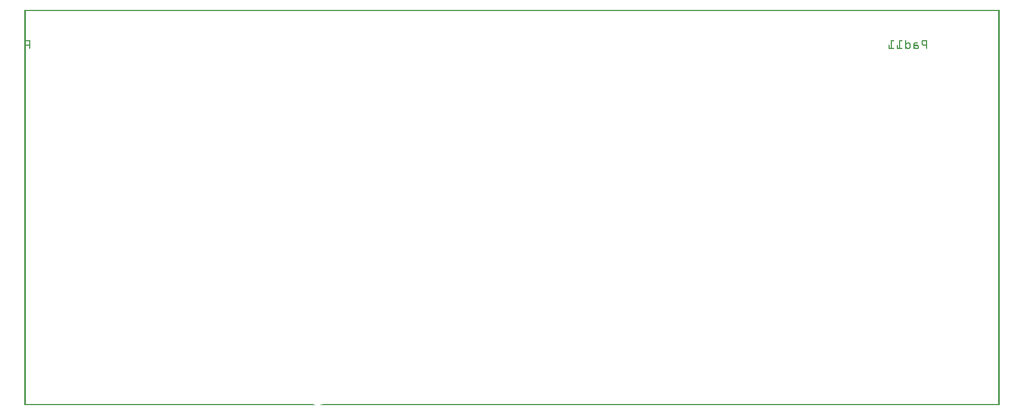
<source format=gbo>
G04 MADE WITH FRITZING*
G04 WWW.FRITZING.ORG*
G04 DOUBLE SIDED*
G04 HOLES PLATED*
G04 CONTOUR ON CENTER OF CONTOUR VECTOR*
%ASAXBY*%
%FSLAX23Y23*%
%MOIN*%
%OFA0B0*%
%SFA1.0B1.0*%
%ADD10R,0.001000X0.001000*%
%LNSILK0*%
G90*
G70*
G54D10*
X0Y2396D02*
X5904Y2396D01*
X0Y2395D02*
X5904Y2395D01*
X0Y2394D02*
X5904Y2394D01*
X0Y2393D02*
X5904Y2393D01*
X0Y2392D02*
X5904Y2392D01*
X0Y2391D02*
X5904Y2391D01*
X0Y2390D02*
X5904Y2390D01*
X0Y2389D02*
X5904Y2389D01*
X0Y2388D02*
X7Y2388D01*
X5897Y2388D02*
X5904Y2388D01*
X0Y2387D02*
X7Y2387D01*
X5897Y2387D02*
X5904Y2387D01*
X0Y2386D02*
X7Y2386D01*
X5897Y2386D02*
X5904Y2386D01*
X0Y2385D02*
X7Y2385D01*
X5897Y2385D02*
X5904Y2385D01*
X0Y2384D02*
X7Y2384D01*
X5897Y2384D02*
X5904Y2384D01*
X0Y2383D02*
X7Y2383D01*
X5897Y2383D02*
X5904Y2383D01*
X0Y2382D02*
X7Y2382D01*
X5897Y2382D02*
X5904Y2382D01*
X0Y2381D02*
X7Y2381D01*
X5897Y2381D02*
X5904Y2381D01*
X0Y2380D02*
X7Y2380D01*
X5897Y2380D02*
X5904Y2380D01*
X0Y2379D02*
X7Y2379D01*
X5897Y2379D02*
X5904Y2379D01*
X0Y2378D02*
X7Y2378D01*
X5897Y2378D02*
X5904Y2378D01*
X0Y2377D02*
X7Y2377D01*
X5897Y2377D02*
X5904Y2377D01*
X0Y2376D02*
X7Y2376D01*
X5897Y2376D02*
X5904Y2376D01*
X0Y2375D02*
X7Y2375D01*
X5897Y2375D02*
X5904Y2375D01*
X0Y2374D02*
X7Y2374D01*
X5897Y2374D02*
X5904Y2374D01*
X0Y2373D02*
X7Y2373D01*
X5897Y2373D02*
X5904Y2373D01*
X0Y2372D02*
X7Y2372D01*
X5897Y2372D02*
X5904Y2372D01*
X0Y2371D02*
X7Y2371D01*
X5897Y2371D02*
X5904Y2371D01*
X0Y2370D02*
X7Y2370D01*
X5897Y2370D02*
X5904Y2370D01*
X0Y2369D02*
X7Y2369D01*
X5897Y2369D02*
X5904Y2369D01*
X0Y2368D02*
X7Y2368D01*
X5897Y2368D02*
X5904Y2368D01*
X0Y2367D02*
X7Y2367D01*
X5897Y2367D02*
X5904Y2367D01*
X0Y2366D02*
X7Y2366D01*
X5897Y2366D02*
X5904Y2366D01*
X0Y2365D02*
X7Y2365D01*
X5897Y2365D02*
X5904Y2365D01*
X0Y2364D02*
X7Y2364D01*
X5897Y2364D02*
X5904Y2364D01*
X0Y2363D02*
X7Y2363D01*
X5897Y2363D02*
X5904Y2363D01*
X0Y2362D02*
X7Y2362D01*
X5897Y2362D02*
X5904Y2362D01*
X0Y2361D02*
X7Y2361D01*
X5897Y2361D02*
X5904Y2361D01*
X0Y2360D02*
X7Y2360D01*
X5897Y2360D02*
X5904Y2360D01*
X0Y2359D02*
X7Y2359D01*
X5897Y2359D02*
X5904Y2359D01*
X0Y2358D02*
X7Y2358D01*
X5897Y2358D02*
X5904Y2358D01*
X0Y2357D02*
X7Y2357D01*
X5897Y2357D02*
X5904Y2357D01*
X0Y2356D02*
X7Y2356D01*
X5897Y2356D02*
X5904Y2356D01*
X0Y2355D02*
X7Y2355D01*
X5897Y2355D02*
X5904Y2355D01*
X0Y2354D02*
X7Y2354D01*
X5897Y2354D02*
X5904Y2354D01*
X0Y2353D02*
X7Y2353D01*
X5897Y2353D02*
X5904Y2353D01*
X0Y2352D02*
X7Y2352D01*
X5897Y2352D02*
X5904Y2352D01*
X0Y2351D02*
X7Y2351D01*
X5897Y2351D02*
X5904Y2351D01*
X0Y2350D02*
X7Y2350D01*
X5897Y2350D02*
X5904Y2350D01*
X0Y2349D02*
X7Y2349D01*
X5897Y2349D02*
X5904Y2349D01*
X0Y2348D02*
X7Y2348D01*
X5897Y2348D02*
X5904Y2348D01*
X0Y2347D02*
X7Y2347D01*
X5897Y2347D02*
X5904Y2347D01*
X0Y2346D02*
X7Y2346D01*
X5897Y2346D02*
X5904Y2346D01*
X0Y2345D02*
X7Y2345D01*
X5897Y2345D02*
X5904Y2345D01*
X0Y2344D02*
X7Y2344D01*
X5897Y2344D02*
X5904Y2344D01*
X0Y2343D02*
X7Y2343D01*
X5897Y2343D02*
X5904Y2343D01*
X0Y2342D02*
X7Y2342D01*
X5897Y2342D02*
X5904Y2342D01*
X0Y2341D02*
X7Y2341D01*
X5897Y2341D02*
X5904Y2341D01*
X0Y2340D02*
X7Y2340D01*
X5897Y2340D02*
X5904Y2340D01*
X0Y2339D02*
X7Y2339D01*
X5897Y2339D02*
X5904Y2339D01*
X0Y2338D02*
X7Y2338D01*
X5897Y2338D02*
X5904Y2338D01*
X0Y2337D02*
X7Y2337D01*
X5897Y2337D02*
X5904Y2337D01*
X0Y2336D02*
X7Y2336D01*
X5897Y2336D02*
X5904Y2336D01*
X0Y2335D02*
X7Y2335D01*
X5897Y2335D02*
X5904Y2335D01*
X0Y2334D02*
X7Y2334D01*
X5897Y2334D02*
X5904Y2334D01*
X0Y2333D02*
X7Y2333D01*
X5897Y2333D02*
X5904Y2333D01*
X0Y2332D02*
X7Y2332D01*
X5897Y2332D02*
X5904Y2332D01*
X0Y2331D02*
X7Y2331D01*
X5897Y2331D02*
X5904Y2331D01*
X0Y2330D02*
X7Y2330D01*
X5897Y2330D02*
X5904Y2330D01*
X0Y2329D02*
X7Y2329D01*
X5897Y2329D02*
X5904Y2329D01*
X0Y2328D02*
X7Y2328D01*
X5897Y2328D02*
X5904Y2328D01*
X0Y2327D02*
X7Y2327D01*
X5897Y2327D02*
X5904Y2327D01*
X0Y2326D02*
X7Y2326D01*
X5897Y2326D02*
X5904Y2326D01*
X0Y2325D02*
X7Y2325D01*
X5897Y2325D02*
X5904Y2325D01*
X0Y2324D02*
X7Y2324D01*
X5897Y2324D02*
X5904Y2324D01*
X0Y2323D02*
X7Y2323D01*
X5897Y2323D02*
X5904Y2323D01*
X0Y2322D02*
X7Y2322D01*
X5897Y2322D02*
X5904Y2322D01*
X0Y2321D02*
X7Y2321D01*
X5897Y2321D02*
X5904Y2321D01*
X0Y2320D02*
X7Y2320D01*
X5897Y2320D02*
X5904Y2320D01*
X0Y2319D02*
X7Y2319D01*
X5897Y2319D02*
X5904Y2319D01*
X0Y2318D02*
X7Y2318D01*
X5897Y2318D02*
X5904Y2318D01*
X0Y2317D02*
X7Y2317D01*
X5897Y2317D02*
X5904Y2317D01*
X0Y2316D02*
X7Y2316D01*
X5897Y2316D02*
X5904Y2316D01*
X0Y2315D02*
X7Y2315D01*
X5897Y2315D02*
X5904Y2315D01*
X0Y2314D02*
X7Y2314D01*
X5897Y2314D02*
X5904Y2314D01*
X0Y2313D02*
X7Y2313D01*
X5897Y2313D02*
X5904Y2313D01*
X0Y2312D02*
X7Y2312D01*
X5897Y2312D02*
X5904Y2312D01*
X0Y2311D02*
X7Y2311D01*
X5897Y2311D02*
X5904Y2311D01*
X0Y2310D02*
X7Y2310D01*
X5897Y2310D02*
X5904Y2310D01*
X0Y2309D02*
X7Y2309D01*
X5897Y2309D02*
X5904Y2309D01*
X0Y2308D02*
X7Y2308D01*
X5897Y2308D02*
X5904Y2308D01*
X0Y2307D02*
X7Y2307D01*
X5897Y2307D02*
X5904Y2307D01*
X0Y2306D02*
X7Y2306D01*
X5897Y2306D02*
X5904Y2306D01*
X0Y2305D02*
X7Y2305D01*
X5897Y2305D02*
X5904Y2305D01*
X0Y2304D02*
X7Y2304D01*
X5897Y2304D02*
X5904Y2304D01*
X0Y2303D02*
X7Y2303D01*
X5897Y2303D02*
X5904Y2303D01*
X0Y2302D02*
X7Y2302D01*
X5897Y2302D02*
X5904Y2302D01*
X0Y2301D02*
X7Y2301D01*
X5897Y2301D02*
X5904Y2301D01*
X0Y2300D02*
X7Y2300D01*
X5897Y2300D02*
X5904Y2300D01*
X0Y2299D02*
X7Y2299D01*
X5897Y2299D02*
X5904Y2299D01*
X0Y2298D02*
X7Y2298D01*
X5897Y2298D02*
X5904Y2298D01*
X0Y2297D02*
X7Y2297D01*
X5897Y2297D02*
X5904Y2297D01*
X0Y2296D02*
X7Y2296D01*
X5897Y2296D02*
X5904Y2296D01*
X0Y2295D02*
X7Y2295D01*
X5897Y2295D02*
X5904Y2295D01*
X0Y2294D02*
X7Y2294D01*
X5897Y2294D02*
X5904Y2294D01*
X0Y2293D02*
X7Y2293D01*
X5897Y2293D02*
X5904Y2293D01*
X0Y2292D02*
X7Y2292D01*
X5897Y2292D02*
X5904Y2292D01*
X0Y2291D02*
X7Y2291D01*
X5897Y2291D02*
X5904Y2291D01*
X0Y2290D02*
X7Y2290D01*
X5897Y2290D02*
X5904Y2290D01*
X0Y2289D02*
X7Y2289D01*
X5897Y2289D02*
X5904Y2289D01*
X0Y2288D02*
X7Y2288D01*
X5897Y2288D02*
X5904Y2288D01*
X0Y2287D02*
X7Y2287D01*
X5897Y2287D02*
X5904Y2287D01*
X0Y2286D02*
X7Y2286D01*
X5897Y2286D02*
X5904Y2286D01*
X0Y2285D02*
X7Y2285D01*
X5897Y2285D02*
X5904Y2285D01*
X0Y2284D02*
X7Y2284D01*
X5897Y2284D02*
X5904Y2284D01*
X0Y2283D02*
X7Y2283D01*
X5897Y2283D02*
X5904Y2283D01*
X0Y2282D02*
X7Y2282D01*
X5897Y2282D02*
X5904Y2282D01*
X0Y2281D02*
X7Y2281D01*
X5897Y2281D02*
X5904Y2281D01*
X0Y2280D02*
X7Y2280D01*
X5897Y2280D02*
X5904Y2280D01*
X0Y2279D02*
X7Y2279D01*
X5897Y2279D02*
X5904Y2279D01*
X0Y2278D02*
X7Y2278D01*
X5897Y2278D02*
X5904Y2278D01*
X0Y2277D02*
X7Y2277D01*
X5897Y2277D02*
X5904Y2277D01*
X0Y2276D02*
X7Y2276D01*
X5897Y2276D02*
X5904Y2276D01*
X0Y2275D02*
X7Y2275D01*
X5897Y2275D02*
X5904Y2275D01*
X0Y2274D02*
X7Y2274D01*
X5897Y2274D02*
X5904Y2274D01*
X0Y2273D02*
X7Y2273D01*
X5897Y2273D02*
X5904Y2273D01*
X0Y2272D02*
X7Y2272D01*
X5897Y2272D02*
X5904Y2272D01*
X0Y2271D02*
X7Y2271D01*
X5897Y2271D02*
X5904Y2271D01*
X0Y2270D02*
X7Y2270D01*
X5897Y2270D02*
X5904Y2270D01*
X0Y2269D02*
X7Y2269D01*
X5897Y2269D02*
X5904Y2269D01*
X0Y2268D02*
X7Y2268D01*
X5897Y2268D02*
X5904Y2268D01*
X0Y2267D02*
X7Y2267D01*
X5897Y2267D02*
X5904Y2267D01*
X0Y2266D02*
X7Y2266D01*
X5897Y2266D02*
X5904Y2266D01*
X0Y2265D02*
X7Y2265D01*
X5897Y2265D02*
X5904Y2265D01*
X0Y2264D02*
X7Y2264D01*
X5897Y2264D02*
X5904Y2264D01*
X0Y2263D02*
X7Y2263D01*
X5897Y2263D02*
X5904Y2263D01*
X0Y2262D02*
X7Y2262D01*
X5897Y2262D02*
X5904Y2262D01*
X0Y2261D02*
X7Y2261D01*
X5897Y2261D02*
X5904Y2261D01*
X0Y2260D02*
X7Y2260D01*
X5897Y2260D02*
X5904Y2260D01*
X0Y2259D02*
X7Y2259D01*
X5897Y2259D02*
X5904Y2259D01*
X0Y2258D02*
X7Y2258D01*
X5897Y2258D02*
X5904Y2258D01*
X0Y2257D02*
X7Y2257D01*
X5897Y2257D02*
X5904Y2257D01*
X0Y2256D02*
X7Y2256D01*
X5897Y2256D02*
X5904Y2256D01*
X0Y2255D02*
X7Y2255D01*
X5897Y2255D02*
X5904Y2255D01*
X0Y2254D02*
X7Y2254D01*
X5897Y2254D02*
X5904Y2254D01*
X0Y2253D02*
X7Y2253D01*
X5897Y2253D02*
X5904Y2253D01*
X0Y2252D02*
X7Y2252D01*
X5897Y2252D02*
X5904Y2252D01*
X0Y2251D02*
X7Y2251D01*
X5897Y2251D02*
X5904Y2251D01*
X0Y2250D02*
X7Y2250D01*
X5897Y2250D02*
X5904Y2250D01*
X0Y2249D02*
X7Y2249D01*
X5897Y2249D02*
X5904Y2249D01*
X0Y2248D02*
X7Y2248D01*
X5897Y2248D02*
X5904Y2248D01*
X0Y2247D02*
X7Y2247D01*
X5897Y2247D02*
X5904Y2247D01*
X0Y2246D02*
X7Y2246D01*
X5897Y2246D02*
X5904Y2246D01*
X0Y2245D02*
X7Y2245D01*
X5897Y2245D02*
X5904Y2245D01*
X0Y2244D02*
X7Y2244D01*
X5897Y2244D02*
X5904Y2244D01*
X0Y2243D02*
X7Y2243D01*
X5897Y2243D02*
X5904Y2243D01*
X0Y2242D02*
X7Y2242D01*
X5897Y2242D02*
X5904Y2242D01*
X0Y2241D02*
X7Y2241D01*
X5897Y2241D02*
X5904Y2241D01*
X0Y2240D02*
X7Y2240D01*
X5897Y2240D02*
X5904Y2240D01*
X0Y2239D02*
X7Y2239D01*
X5897Y2239D02*
X5904Y2239D01*
X0Y2238D02*
X7Y2238D01*
X5897Y2238D02*
X5904Y2238D01*
X0Y2237D02*
X7Y2237D01*
X5897Y2237D02*
X5904Y2237D01*
X0Y2236D02*
X7Y2236D01*
X5897Y2236D02*
X5904Y2236D01*
X0Y2235D02*
X7Y2235D01*
X5897Y2235D02*
X5904Y2235D01*
X0Y2234D02*
X7Y2234D01*
X5897Y2234D02*
X5904Y2234D01*
X0Y2233D02*
X7Y2233D01*
X5897Y2233D02*
X5904Y2233D01*
X0Y2232D02*
X7Y2232D01*
X5897Y2232D02*
X5904Y2232D01*
X0Y2231D02*
X7Y2231D01*
X5897Y2231D02*
X5904Y2231D01*
X0Y2230D02*
X7Y2230D01*
X5897Y2230D02*
X5904Y2230D01*
X0Y2229D02*
X7Y2229D01*
X5897Y2229D02*
X5904Y2229D01*
X0Y2228D02*
X7Y2228D01*
X5897Y2228D02*
X5904Y2228D01*
X0Y2227D02*
X7Y2227D01*
X5897Y2227D02*
X5904Y2227D01*
X0Y2226D02*
X7Y2226D01*
X5897Y2226D02*
X5904Y2226D01*
X0Y2225D02*
X7Y2225D01*
X5897Y2225D02*
X5904Y2225D01*
X0Y2224D02*
X7Y2224D01*
X5897Y2224D02*
X5904Y2224D01*
X0Y2223D02*
X7Y2223D01*
X5897Y2223D02*
X5904Y2223D01*
X0Y2222D02*
X7Y2222D01*
X5897Y2222D02*
X5904Y2222D01*
X0Y2221D02*
X7Y2221D01*
X5897Y2221D02*
X5904Y2221D01*
X0Y2220D02*
X7Y2220D01*
X5897Y2220D02*
X5904Y2220D01*
X0Y2219D02*
X7Y2219D01*
X5897Y2219D02*
X5904Y2219D01*
X0Y2218D02*
X7Y2218D01*
X5897Y2218D02*
X5904Y2218D01*
X0Y2217D02*
X7Y2217D01*
X5897Y2217D02*
X5904Y2217D01*
X0Y2216D02*
X7Y2216D01*
X5897Y2216D02*
X5904Y2216D01*
X0Y2215D02*
X7Y2215D01*
X5897Y2215D02*
X5904Y2215D01*
X0Y2214D02*
X7Y2214D01*
X5897Y2214D02*
X5904Y2214D01*
X0Y2213D02*
X7Y2213D01*
X5897Y2213D02*
X5904Y2213D01*
X0Y2212D02*
X34Y2212D01*
X5246Y2212D02*
X5264Y2212D01*
X5296Y2212D02*
X5314Y2212D01*
X5334Y2212D02*
X5337Y2212D01*
X5440Y2212D02*
X5466Y2212D01*
X5897Y2212D02*
X5904Y2212D01*
X0Y2211D02*
X34Y2211D01*
X5246Y2211D02*
X5265Y2211D01*
X5296Y2211D02*
X5315Y2211D01*
X5333Y2211D02*
X5338Y2211D01*
X5438Y2211D02*
X5466Y2211D01*
X5897Y2211D02*
X5904Y2211D01*
X0Y2210D02*
X34Y2210D01*
X5246Y2210D02*
X5265Y2210D01*
X5296Y2210D02*
X5316Y2210D01*
X5332Y2210D02*
X5338Y2210D01*
X5436Y2210D02*
X5466Y2210D01*
X5897Y2210D02*
X5904Y2210D01*
X0Y2209D02*
X34Y2209D01*
X5246Y2209D02*
X5265Y2209D01*
X5296Y2209D02*
X5316Y2209D01*
X5332Y2209D02*
X5338Y2209D01*
X5435Y2209D02*
X5466Y2209D01*
X5897Y2209D02*
X5904Y2209D01*
X0Y2208D02*
X34Y2208D01*
X5246Y2208D02*
X5265Y2208D01*
X5296Y2208D02*
X5315Y2208D01*
X5332Y2208D02*
X5338Y2208D01*
X5435Y2208D02*
X5466Y2208D01*
X5897Y2208D02*
X5904Y2208D01*
X0Y2207D02*
X34Y2207D01*
X5246Y2207D02*
X5265Y2207D01*
X5296Y2207D02*
X5315Y2207D01*
X5332Y2207D02*
X5338Y2207D01*
X5434Y2207D02*
X5466Y2207D01*
X5897Y2207D02*
X5904Y2207D01*
X0Y2206D02*
X34Y2206D01*
X5246Y2206D02*
X5263Y2206D01*
X5296Y2206D02*
X5314Y2206D01*
X5332Y2206D02*
X5338Y2206D01*
X5433Y2206D02*
X5466Y2206D01*
X5897Y2206D02*
X5904Y2206D01*
X0Y2205D02*
X8Y2205D01*
X28Y2205D02*
X34Y2205D01*
X5246Y2205D02*
X5252Y2205D01*
X5296Y2205D02*
X5302Y2205D01*
X5332Y2205D02*
X5338Y2205D01*
X5433Y2205D02*
X5440Y2205D01*
X5460Y2205D02*
X5466Y2205D01*
X5897Y2205D02*
X5904Y2205D01*
X0Y2204D02*
X7Y2204D01*
X28Y2204D02*
X34Y2204D01*
X5246Y2204D02*
X5252Y2204D01*
X5296Y2204D02*
X5302Y2204D01*
X5332Y2204D02*
X5338Y2204D01*
X5433Y2204D02*
X5439Y2204D01*
X5460Y2204D02*
X5466Y2204D01*
X5897Y2204D02*
X5904Y2204D01*
X0Y2203D02*
X7Y2203D01*
X28Y2203D02*
X34Y2203D01*
X5246Y2203D02*
X5252Y2203D01*
X5296Y2203D02*
X5302Y2203D01*
X5332Y2203D02*
X5338Y2203D01*
X5433Y2203D02*
X5439Y2203D01*
X5460Y2203D02*
X5466Y2203D01*
X5897Y2203D02*
X5904Y2203D01*
X0Y2202D02*
X7Y2202D01*
X28Y2202D02*
X34Y2202D01*
X5246Y2202D02*
X5252Y2202D01*
X5296Y2202D02*
X5302Y2202D01*
X5332Y2202D02*
X5338Y2202D01*
X5433Y2202D02*
X5439Y2202D01*
X5460Y2202D02*
X5466Y2202D01*
X5897Y2202D02*
X5904Y2202D01*
X0Y2201D02*
X7Y2201D01*
X28Y2201D02*
X34Y2201D01*
X5246Y2201D02*
X5252Y2201D01*
X5296Y2201D02*
X5302Y2201D01*
X5332Y2201D02*
X5338Y2201D01*
X5433Y2201D02*
X5439Y2201D01*
X5460Y2201D02*
X5466Y2201D01*
X5897Y2201D02*
X5904Y2201D01*
X0Y2200D02*
X7Y2200D01*
X28Y2200D02*
X34Y2200D01*
X5246Y2200D02*
X5252Y2200D01*
X5296Y2200D02*
X5302Y2200D01*
X5332Y2200D02*
X5338Y2200D01*
X5433Y2200D02*
X5439Y2200D01*
X5460Y2200D02*
X5466Y2200D01*
X5897Y2200D02*
X5904Y2200D01*
X0Y2199D02*
X7Y2199D01*
X28Y2199D02*
X34Y2199D01*
X5246Y2199D02*
X5252Y2199D01*
X5296Y2199D02*
X5302Y2199D01*
X5332Y2199D02*
X5338Y2199D01*
X5433Y2199D02*
X5439Y2199D01*
X5460Y2199D02*
X5466Y2199D01*
X5897Y2199D02*
X5904Y2199D01*
X0Y2198D02*
X7Y2198D01*
X28Y2198D02*
X34Y2198D01*
X5246Y2198D02*
X5252Y2198D01*
X5296Y2198D02*
X5302Y2198D01*
X5332Y2198D02*
X5338Y2198D01*
X5433Y2198D02*
X5439Y2198D01*
X5460Y2198D02*
X5466Y2198D01*
X5897Y2198D02*
X5904Y2198D01*
X0Y2197D02*
X7Y2197D01*
X28Y2197D02*
X34Y2197D01*
X5246Y2197D02*
X5252Y2197D01*
X5296Y2197D02*
X5302Y2197D01*
X5332Y2197D02*
X5338Y2197D01*
X5345Y2197D02*
X5357Y2197D01*
X5390Y2197D02*
X5408Y2197D01*
X5433Y2197D02*
X5439Y2197D01*
X5460Y2197D02*
X5466Y2197D01*
X5897Y2197D02*
X5904Y2197D01*
X0Y2196D02*
X7Y2196D01*
X28Y2196D02*
X34Y2196D01*
X5246Y2196D02*
X5252Y2196D01*
X5296Y2196D02*
X5302Y2196D01*
X5332Y2196D02*
X5338Y2196D01*
X5343Y2196D02*
X5359Y2196D01*
X5388Y2196D02*
X5409Y2196D01*
X5433Y2196D02*
X5439Y2196D01*
X5460Y2196D02*
X5466Y2196D01*
X5897Y2196D02*
X5904Y2196D01*
X0Y2195D02*
X7Y2195D01*
X28Y2195D02*
X34Y2195D01*
X5246Y2195D02*
X5252Y2195D01*
X5296Y2195D02*
X5302Y2195D01*
X5332Y2195D02*
X5338Y2195D01*
X5341Y2195D02*
X5360Y2195D01*
X5387Y2195D02*
X5409Y2195D01*
X5433Y2195D02*
X5439Y2195D01*
X5460Y2195D02*
X5466Y2195D01*
X5897Y2195D02*
X5904Y2195D01*
X0Y2194D02*
X7Y2194D01*
X28Y2194D02*
X34Y2194D01*
X5246Y2194D02*
X5252Y2194D01*
X5296Y2194D02*
X5302Y2194D01*
X5332Y2194D02*
X5338Y2194D01*
X5340Y2194D02*
X5361Y2194D01*
X5386Y2194D02*
X5409Y2194D01*
X5433Y2194D02*
X5439Y2194D01*
X5460Y2194D02*
X5466Y2194D01*
X5897Y2194D02*
X5904Y2194D01*
X0Y2193D02*
X7Y2193D01*
X28Y2193D02*
X34Y2193D01*
X5246Y2193D02*
X5252Y2193D01*
X5296Y2193D02*
X5302Y2193D01*
X5332Y2193D02*
X5362Y2193D01*
X5385Y2193D02*
X5409Y2193D01*
X5433Y2193D02*
X5439Y2193D01*
X5460Y2193D02*
X5466Y2193D01*
X5897Y2193D02*
X5904Y2193D01*
X0Y2192D02*
X7Y2192D01*
X28Y2192D02*
X34Y2192D01*
X5246Y2192D02*
X5252Y2192D01*
X5296Y2192D02*
X5302Y2192D01*
X5332Y2192D02*
X5363Y2192D01*
X5384Y2192D02*
X5408Y2192D01*
X5433Y2192D02*
X5439Y2192D01*
X5460Y2192D02*
X5466Y2192D01*
X5897Y2192D02*
X5904Y2192D01*
X0Y2191D02*
X7Y2191D01*
X28Y2191D02*
X34Y2191D01*
X5246Y2191D02*
X5252Y2191D01*
X5296Y2191D02*
X5302Y2191D01*
X5332Y2191D02*
X5364Y2191D01*
X5384Y2191D02*
X5406Y2191D01*
X5433Y2191D02*
X5439Y2191D01*
X5460Y2191D02*
X5466Y2191D01*
X5897Y2191D02*
X5904Y2191D01*
X0Y2190D02*
X7Y2190D01*
X28Y2190D02*
X34Y2190D01*
X5246Y2190D02*
X5252Y2190D01*
X5296Y2190D02*
X5302Y2190D01*
X5332Y2190D02*
X5345Y2190D01*
X5356Y2190D02*
X5365Y2190D01*
X5384Y2190D02*
X5391Y2190D01*
X5433Y2190D02*
X5439Y2190D01*
X5460Y2190D02*
X5466Y2190D01*
X5897Y2190D02*
X5904Y2190D01*
X0Y2189D02*
X7Y2189D01*
X28Y2189D02*
X34Y2189D01*
X5246Y2189D02*
X5252Y2189D01*
X5296Y2189D02*
X5302Y2189D01*
X5332Y2189D02*
X5344Y2189D01*
X5358Y2189D02*
X5365Y2189D01*
X5384Y2189D02*
X5390Y2189D01*
X5433Y2189D02*
X5439Y2189D01*
X5460Y2189D02*
X5466Y2189D01*
X5897Y2189D02*
X5904Y2189D01*
X0Y2188D02*
X7Y2188D01*
X28Y2188D02*
X34Y2188D01*
X5246Y2188D02*
X5252Y2188D01*
X5296Y2188D02*
X5302Y2188D01*
X5332Y2188D02*
X5343Y2188D01*
X5359Y2188D02*
X5366Y2188D01*
X5383Y2188D02*
X5390Y2188D01*
X5433Y2188D02*
X5439Y2188D01*
X5460Y2188D02*
X5466Y2188D01*
X5897Y2188D02*
X5904Y2188D01*
X0Y2187D02*
X7Y2187D01*
X28Y2187D02*
X34Y2187D01*
X5246Y2187D02*
X5252Y2187D01*
X5296Y2187D02*
X5302Y2187D01*
X5332Y2187D02*
X5342Y2187D01*
X5359Y2187D02*
X5366Y2187D01*
X5383Y2187D02*
X5389Y2187D01*
X5433Y2187D02*
X5440Y2187D01*
X5460Y2187D02*
X5466Y2187D01*
X5897Y2187D02*
X5904Y2187D01*
X0Y2186D02*
X34Y2186D01*
X5246Y2186D02*
X5252Y2186D01*
X5296Y2186D02*
X5302Y2186D01*
X5332Y2186D02*
X5341Y2186D01*
X5360Y2186D02*
X5366Y2186D01*
X5383Y2186D02*
X5389Y2186D01*
X5433Y2186D02*
X5466Y2186D01*
X5897Y2186D02*
X5904Y2186D01*
X0Y2185D02*
X34Y2185D01*
X5246Y2185D02*
X5252Y2185D01*
X5296Y2185D02*
X5302Y2185D01*
X5332Y2185D02*
X5340Y2185D01*
X5360Y2185D02*
X5366Y2185D01*
X5383Y2185D02*
X5389Y2185D01*
X5434Y2185D02*
X5466Y2185D01*
X5897Y2185D02*
X5904Y2185D01*
X0Y2184D02*
X34Y2184D01*
X5246Y2184D02*
X5252Y2184D01*
X5296Y2184D02*
X5302Y2184D01*
X5332Y2184D02*
X5339Y2184D01*
X5360Y2184D02*
X5366Y2184D01*
X5383Y2184D02*
X5389Y2184D01*
X5434Y2184D02*
X5466Y2184D01*
X5897Y2184D02*
X5904Y2184D01*
X0Y2183D02*
X34Y2183D01*
X5234Y2183D02*
X5235Y2183D01*
X5246Y2183D02*
X5252Y2183D01*
X5285Y2183D02*
X5286Y2183D01*
X5296Y2183D02*
X5302Y2183D01*
X5332Y2183D02*
X5338Y2183D01*
X5360Y2183D02*
X5366Y2183D01*
X5383Y2183D02*
X5408Y2183D01*
X5435Y2183D02*
X5466Y2183D01*
X5897Y2183D02*
X5904Y2183D01*
X0Y2182D02*
X34Y2182D01*
X5233Y2182D02*
X5237Y2182D01*
X5246Y2182D02*
X5252Y2182D01*
X5283Y2182D02*
X5287Y2182D01*
X5296Y2182D02*
X5302Y2182D01*
X5332Y2182D02*
X5338Y2182D01*
X5360Y2182D02*
X5366Y2182D01*
X5383Y2182D02*
X5410Y2182D01*
X5436Y2182D02*
X5466Y2182D01*
X5897Y2182D02*
X5904Y2182D01*
X0Y2181D02*
X34Y2181D01*
X5232Y2181D02*
X5238Y2181D01*
X5246Y2181D02*
X5252Y2181D01*
X5282Y2181D02*
X5288Y2181D01*
X5296Y2181D02*
X5302Y2181D01*
X5332Y2181D02*
X5338Y2181D01*
X5360Y2181D02*
X5366Y2181D01*
X5383Y2181D02*
X5412Y2181D01*
X5437Y2181D02*
X5466Y2181D01*
X5897Y2181D02*
X5904Y2181D01*
X0Y2180D02*
X34Y2180D01*
X5232Y2180D02*
X5238Y2180D01*
X5246Y2180D02*
X5252Y2180D01*
X5282Y2180D02*
X5288Y2180D01*
X5296Y2180D02*
X5302Y2180D01*
X5332Y2180D02*
X5338Y2180D01*
X5360Y2180D02*
X5366Y2180D01*
X5383Y2180D02*
X5413Y2180D01*
X5439Y2180D02*
X5466Y2180D01*
X5897Y2180D02*
X5904Y2180D01*
X0Y2179D02*
X7Y2179D01*
X27Y2179D02*
X34Y2179D01*
X5232Y2179D02*
X5238Y2179D01*
X5246Y2179D02*
X5252Y2179D01*
X5282Y2179D02*
X5288Y2179D01*
X5296Y2179D02*
X5302Y2179D01*
X5332Y2179D02*
X5338Y2179D01*
X5360Y2179D02*
X5366Y2179D01*
X5383Y2179D02*
X5414Y2179D01*
X5460Y2179D02*
X5466Y2179D01*
X5897Y2179D02*
X5904Y2179D01*
X0Y2178D02*
X7Y2178D01*
X28Y2178D02*
X34Y2178D01*
X5232Y2178D02*
X5238Y2178D01*
X5246Y2178D02*
X5252Y2178D01*
X5282Y2178D02*
X5288Y2178D01*
X5296Y2178D02*
X5302Y2178D01*
X5332Y2178D02*
X5338Y2178D01*
X5360Y2178D02*
X5366Y2178D01*
X5383Y2178D02*
X5415Y2178D01*
X5460Y2178D02*
X5466Y2178D01*
X5897Y2178D02*
X5904Y2178D01*
X0Y2177D02*
X7Y2177D01*
X28Y2177D02*
X34Y2177D01*
X5232Y2177D02*
X5238Y2177D01*
X5246Y2177D02*
X5252Y2177D01*
X5282Y2177D02*
X5288Y2177D01*
X5296Y2177D02*
X5302Y2177D01*
X5332Y2177D02*
X5338Y2177D01*
X5360Y2177D02*
X5366Y2177D01*
X5383Y2177D02*
X5415Y2177D01*
X5460Y2177D02*
X5466Y2177D01*
X5897Y2177D02*
X5904Y2177D01*
X0Y2176D02*
X7Y2176D01*
X28Y2176D02*
X34Y2176D01*
X5232Y2176D02*
X5238Y2176D01*
X5246Y2176D02*
X5252Y2176D01*
X5282Y2176D02*
X5288Y2176D01*
X5296Y2176D02*
X5302Y2176D01*
X5332Y2176D02*
X5338Y2176D01*
X5360Y2176D02*
X5366Y2176D01*
X5383Y2176D02*
X5391Y2176D01*
X5408Y2176D02*
X5416Y2176D01*
X5460Y2176D02*
X5466Y2176D01*
X5897Y2176D02*
X5904Y2176D01*
X0Y2175D02*
X7Y2175D01*
X28Y2175D02*
X34Y2175D01*
X5232Y2175D02*
X5238Y2175D01*
X5246Y2175D02*
X5252Y2175D01*
X5282Y2175D02*
X5288Y2175D01*
X5296Y2175D02*
X5302Y2175D01*
X5332Y2175D02*
X5338Y2175D01*
X5360Y2175D02*
X5366Y2175D01*
X5383Y2175D02*
X5390Y2175D01*
X5409Y2175D02*
X5416Y2175D01*
X5460Y2175D02*
X5466Y2175D01*
X5897Y2175D02*
X5904Y2175D01*
X0Y2174D02*
X7Y2174D01*
X28Y2174D02*
X34Y2174D01*
X5232Y2174D02*
X5238Y2174D01*
X5246Y2174D02*
X5252Y2174D01*
X5282Y2174D02*
X5288Y2174D01*
X5296Y2174D02*
X5302Y2174D01*
X5332Y2174D02*
X5338Y2174D01*
X5360Y2174D02*
X5366Y2174D01*
X5383Y2174D02*
X5389Y2174D01*
X5410Y2174D02*
X5416Y2174D01*
X5460Y2174D02*
X5466Y2174D01*
X5897Y2174D02*
X5904Y2174D01*
X0Y2173D02*
X7Y2173D01*
X28Y2173D02*
X34Y2173D01*
X5232Y2173D02*
X5238Y2173D01*
X5246Y2173D02*
X5252Y2173D01*
X5282Y2173D02*
X5288Y2173D01*
X5296Y2173D02*
X5302Y2173D01*
X5332Y2173D02*
X5339Y2173D01*
X5360Y2173D02*
X5366Y2173D01*
X5383Y2173D02*
X5389Y2173D01*
X5410Y2173D02*
X5416Y2173D01*
X5460Y2173D02*
X5466Y2173D01*
X5897Y2173D02*
X5904Y2173D01*
X0Y2172D02*
X7Y2172D01*
X28Y2172D02*
X34Y2172D01*
X5232Y2172D02*
X5238Y2172D01*
X5246Y2172D02*
X5252Y2172D01*
X5282Y2172D02*
X5288Y2172D01*
X5296Y2172D02*
X5302Y2172D01*
X5332Y2172D02*
X5339Y2172D01*
X5360Y2172D02*
X5366Y2172D01*
X5383Y2172D02*
X5389Y2172D01*
X5410Y2172D02*
X5416Y2172D01*
X5460Y2172D02*
X5466Y2172D01*
X5897Y2172D02*
X5904Y2172D01*
X0Y2171D02*
X7Y2171D01*
X28Y2171D02*
X34Y2171D01*
X5232Y2171D02*
X5238Y2171D01*
X5246Y2171D02*
X5252Y2171D01*
X5282Y2171D02*
X5288Y2171D01*
X5296Y2171D02*
X5302Y2171D01*
X5332Y2171D02*
X5340Y2171D01*
X5360Y2171D02*
X5366Y2171D01*
X5383Y2171D02*
X5389Y2171D01*
X5410Y2171D02*
X5416Y2171D01*
X5460Y2171D02*
X5466Y2171D01*
X5897Y2171D02*
X5904Y2171D01*
X0Y2170D02*
X7Y2170D01*
X28Y2170D02*
X34Y2170D01*
X5232Y2170D02*
X5238Y2170D01*
X5246Y2170D02*
X5252Y2170D01*
X5282Y2170D02*
X5288Y2170D01*
X5296Y2170D02*
X5302Y2170D01*
X5332Y2170D02*
X5341Y2170D01*
X5360Y2170D02*
X5366Y2170D01*
X5383Y2170D02*
X5389Y2170D01*
X5410Y2170D02*
X5416Y2170D01*
X5460Y2170D02*
X5466Y2170D01*
X5897Y2170D02*
X5904Y2170D01*
X0Y2169D02*
X7Y2169D01*
X28Y2169D02*
X34Y2169D01*
X5232Y2169D02*
X5238Y2169D01*
X5246Y2169D02*
X5252Y2169D01*
X5282Y2169D02*
X5288Y2169D01*
X5296Y2169D02*
X5302Y2169D01*
X5332Y2169D02*
X5342Y2169D01*
X5359Y2169D02*
X5366Y2169D01*
X5383Y2169D02*
X5390Y2169D01*
X5410Y2169D02*
X5416Y2169D01*
X5460Y2169D02*
X5466Y2169D01*
X5897Y2169D02*
X5904Y2169D01*
X0Y2168D02*
X7Y2168D01*
X28Y2168D02*
X34Y2168D01*
X5232Y2168D02*
X5238Y2168D01*
X5246Y2168D02*
X5252Y2168D01*
X5282Y2168D02*
X5288Y2168D01*
X5296Y2168D02*
X5302Y2168D01*
X5332Y2168D02*
X5344Y2168D01*
X5358Y2168D02*
X5365Y2168D01*
X5383Y2168D02*
X5392Y2168D01*
X5410Y2168D02*
X5416Y2168D01*
X5460Y2168D02*
X5466Y2168D01*
X5897Y2168D02*
X5904Y2168D01*
X0Y2167D02*
X7Y2167D01*
X28Y2167D02*
X34Y2167D01*
X5232Y2167D02*
X5238Y2167D01*
X5246Y2167D02*
X5252Y2167D01*
X5282Y2167D02*
X5288Y2167D01*
X5296Y2167D02*
X5302Y2167D01*
X5332Y2167D02*
X5345Y2167D01*
X5357Y2167D02*
X5365Y2167D01*
X5383Y2167D02*
X5394Y2167D01*
X5409Y2167D02*
X5416Y2167D01*
X5460Y2167D02*
X5466Y2167D01*
X5897Y2167D02*
X5904Y2167D01*
X0Y2166D02*
X7Y2166D01*
X28Y2166D02*
X34Y2166D01*
X5232Y2166D02*
X5238Y2166D01*
X5246Y2166D02*
X5252Y2166D01*
X5282Y2166D02*
X5288Y2166D01*
X5296Y2166D02*
X5302Y2166D01*
X5332Y2166D02*
X5346Y2166D01*
X5356Y2166D02*
X5365Y2166D01*
X5383Y2166D02*
X5396Y2166D01*
X5408Y2166D02*
X5416Y2166D01*
X5460Y2166D02*
X5466Y2166D01*
X5897Y2166D02*
X5904Y2166D01*
X0Y2165D02*
X7Y2165D01*
X28Y2165D02*
X34Y2165D01*
X5232Y2165D02*
X5264Y2165D01*
X5282Y2165D02*
X5314Y2165D01*
X5332Y2165D02*
X5364Y2165D01*
X5383Y2165D02*
X5415Y2165D01*
X5460Y2165D02*
X5466Y2165D01*
X5897Y2165D02*
X5904Y2165D01*
X0Y2164D02*
X7Y2164D01*
X28Y2164D02*
X34Y2164D01*
X5232Y2164D02*
X5265Y2164D01*
X5282Y2164D02*
X5315Y2164D01*
X5332Y2164D02*
X5363Y2164D01*
X5383Y2164D02*
X5415Y2164D01*
X5460Y2164D02*
X5466Y2164D01*
X5897Y2164D02*
X5904Y2164D01*
X0Y2163D02*
X7Y2163D01*
X28Y2163D02*
X34Y2163D01*
X5232Y2163D02*
X5265Y2163D01*
X5282Y2163D02*
X5315Y2163D01*
X5332Y2163D02*
X5362Y2163D01*
X5383Y2163D02*
X5414Y2163D01*
X5460Y2163D02*
X5466Y2163D01*
X5897Y2163D02*
X5904Y2163D01*
X0Y2162D02*
X7Y2162D01*
X28Y2162D02*
X34Y2162D01*
X5232Y2162D02*
X5265Y2162D01*
X5282Y2162D02*
X5316Y2162D01*
X5332Y2162D02*
X5338Y2162D01*
X5341Y2162D02*
X5361Y2162D01*
X5383Y2162D02*
X5413Y2162D01*
X5460Y2162D02*
X5466Y2162D01*
X5897Y2162D02*
X5904Y2162D01*
X0Y2161D02*
X7Y2161D01*
X28Y2161D02*
X34Y2161D01*
X5232Y2161D02*
X5265Y2161D01*
X5282Y2161D02*
X5315Y2161D01*
X5333Y2161D02*
X5338Y2161D01*
X5342Y2161D02*
X5360Y2161D01*
X5383Y2161D02*
X5388Y2161D01*
X5391Y2161D02*
X5412Y2161D01*
X5460Y2161D02*
X5466Y2161D01*
X5897Y2161D02*
X5904Y2161D01*
X0Y2160D02*
X7Y2160D01*
X28Y2160D02*
X33Y2160D01*
X5233Y2160D02*
X5265Y2160D01*
X5283Y2160D02*
X5315Y2160D01*
X5333Y2160D02*
X5338Y2160D01*
X5343Y2160D02*
X5358Y2160D01*
X5383Y2160D02*
X5388Y2160D01*
X5393Y2160D02*
X5411Y2160D01*
X5461Y2160D02*
X5466Y2160D01*
X5897Y2160D02*
X5904Y2160D01*
X0Y2159D02*
X7Y2159D01*
X30Y2159D02*
X32Y2159D01*
X5234Y2159D02*
X5264Y2159D01*
X5284Y2159D02*
X5314Y2159D01*
X5334Y2159D02*
X5337Y2159D01*
X5346Y2159D02*
X5356Y2159D01*
X5384Y2159D02*
X5387Y2159D01*
X5395Y2159D02*
X5409Y2159D01*
X5462Y2159D02*
X5465Y2159D01*
X5897Y2159D02*
X5904Y2159D01*
X0Y2158D02*
X7Y2158D01*
X5897Y2158D02*
X5904Y2158D01*
X0Y2157D02*
X7Y2157D01*
X5897Y2157D02*
X5904Y2157D01*
X0Y2156D02*
X7Y2156D01*
X5897Y2156D02*
X5904Y2156D01*
X0Y2155D02*
X7Y2155D01*
X5897Y2155D02*
X5904Y2155D01*
X0Y2154D02*
X7Y2154D01*
X5897Y2154D02*
X5904Y2154D01*
X0Y2153D02*
X7Y2153D01*
X5897Y2153D02*
X5904Y2153D01*
X0Y2152D02*
X7Y2152D01*
X5897Y2152D02*
X5904Y2152D01*
X0Y2151D02*
X7Y2151D01*
X5897Y2151D02*
X5904Y2151D01*
X0Y2150D02*
X7Y2150D01*
X5897Y2150D02*
X5904Y2150D01*
X0Y2149D02*
X7Y2149D01*
X5897Y2149D02*
X5904Y2149D01*
X0Y2148D02*
X7Y2148D01*
X5897Y2148D02*
X5904Y2148D01*
X0Y2147D02*
X7Y2147D01*
X5897Y2147D02*
X5904Y2147D01*
X0Y2146D02*
X7Y2146D01*
X5897Y2146D02*
X5904Y2146D01*
X0Y2145D02*
X7Y2145D01*
X5897Y2145D02*
X5904Y2145D01*
X0Y2144D02*
X7Y2144D01*
X5897Y2144D02*
X5904Y2144D01*
X0Y2143D02*
X7Y2143D01*
X5897Y2143D02*
X5904Y2143D01*
X0Y2142D02*
X7Y2142D01*
X5897Y2142D02*
X5904Y2142D01*
X0Y2141D02*
X7Y2141D01*
X5897Y2141D02*
X5904Y2141D01*
X0Y2140D02*
X7Y2140D01*
X5897Y2140D02*
X5904Y2140D01*
X0Y2139D02*
X7Y2139D01*
X5897Y2139D02*
X5904Y2139D01*
X0Y2138D02*
X7Y2138D01*
X5897Y2138D02*
X5904Y2138D01*
X0Y2137D02*
X7Y2137D01*
X5897Y2137D02*
X5904Y2137D01*
X0Y2136D02*
X7Y2136D01*
X5897Y2136D02*
X5904Y2136D01*
X0Y2135D02*
X7Y2135D01*
X5897Y2135D02*
X5904Y2135D01*
X0Y2134D02*
X7Y2134D01*
X5897Y2134D02*
X5904Y2134D01*
X0Y2133D02*
X7Y2133D01*
X5897Y2133D02*
X5904Y2133D01*
X0Y2132D02*
X7Y2132D01*
X5897Y2132D02*
X5904Y2132D01*
X0Y2131D02*
X7Y2131D01*
X5897Y2131D02*
X5904Y2131D01*
X0Y2130D02*
X7Y2130D01*
X5897Y2130D02*
X5904Y2130D01*
X0Y2129D02*
X7Y2129D01*
X5897Y2129D02*
X5904Y2129D01*
X0Y2128D02*
X7Y2128D01*
X5897Y2128D02*
X5904Y2128D01*
X0Y2127D02*
X7Y2127D01*
X5897Y2127D02*
X5904Y2127D01*
X0Y2126D02*
X7Y2126D01*
X5897Y2126D02*
X5904Y2126D01*
X0Y2125D02*
X7Y2125D01*
X5897Y2125D02*
X5904Y2125D01*
X0Y2124D02*
X7Y2124D01*
X5897Y2124D02*
X5904Y2124D01*
X0Y2123D02*
X7Y2123D01*
X5897Y2123D02*
X5904Y2123D01*
X0Y2122D02*
X7Y2122D01*
X5897Y2122D02*
X5904Y2122D01*
X0Y2121D02*
X7Y2121D01*
X5897Y2121D02*
X5904Y2121D01*
X0Y2120D02*
X7Y2120D01*
X5897Y2120D02*
X5904Y2120D01*
X0Y2119D02*
X7Y2119D01*
X5897Y2119D02*
X5904Y2119D01*
X0Y2118D02*
X7Y2118D01*
X5897Y2118D02*
X5904Y2118D01*
X0Y2117D02*
X7Y2117D01*
X5897Y2117D02*
X5904Y2117D01*
X0Y2116D02*
X7Y2116D01*
X5897Y2116D02*
X5904Y2116D01*
X0Y2115D02*
X7Y2115D01*
X5897Y2115D02*
X5904Y2115D01*
X0Y2114D02*
X7Y2114D01*
X5897Y2114D02*
X5904Y2114D01*
X0Y2113D02*
X7Y2113D01*
X5897Y2113D02*
X5904Y2113D01*
X0Y2112D02*
X7Y2112D01*
X5897Y2112D02*
X5904Y2112D01*
X0Y2111D02*
X7Y2111D01*
X5897Y2111D02*
X5904Y2111D01*
X0Y2110D02*
X7Y2110D01*
X5897Y2110D02*
X5904Y2110D01*
X0Y2109D02*
X7Y2109D01*
X5897Y2109D02*
X5904Y2109D01*
X0Y2108D02*
X7Y2108D01*
X5897Y2108D02*
X5904Y2108D01*
X0Y2107D02*
X7Y2107D01*
X5897Y2107D02*
X5904Y2107D01*
X0Y2106D02*
X7Y2106D01*
X5897Y2106D02*
X5904Y2106D01*
X0Y2105D02*
X7Y2105D01*
X5897Y2105D02*
X5904Y2105D01*
X0Y2104D02*
X7Y2104D01*
X5897Y2104D02*
X5904Y2104D01*
X0Y2103D02*
X7Y2103D01*
X5897Y2103D02*
X5904Y2103D01*
X0Y2102D02*
X7Y2102D01*
X5897Y2102D02*
X5904Y2102D01*
X0Y2101D02*
X7Y2101D01*
X5897Y2101D02*
X5904Y2101D01*
X0Y2100D02*
X7Y2100D01*
X5897Y2100D02*
X5904Y2100D01*
X0Y2099D02*
X7Y2099D01*
X5897Y2099D02*
X5904Y2099D01*
X0Y2098D02*
X7Y2098D01*
X5897Y2098D02*
X5904Y2098D01*
X0Y2097D02*
X7Y2097D01*
X5897Y2097D02*
X5904Y2097D01*
X0Y2096D02*
X7Y2096D01*
X5897Y2096D02*
X5904Y2096D01*
X0Y2095D02*
X7Y2095D01*
X5897Y2095D02*
X5904Y2095D01*
X0Y2094D02*
X7Y2094D01*
X5897Y2094D02*
X5904Y2094D01*
X0Y2093D02*
X7Y2093D01*
X5897Y2093D02*
X5904Y2093D01*
X0Y2092D02*
X7Y2092D01*
X5897Y2092D02*
X5904Y2092D01*
X0Y2091D02*
X7Y2091D01*
X5897Y2091D02*
X5904Y2091D01*
X0Y2090D02*
X7Y2090D01*
X5897Y2090D02*
X5904Y2090D01*
X0Y2089D02*
X7Y2089D01*
X5897Y2089D02*
X5904Y2089D01*
X0Y2088D02*
X7Y2088D01*
X5897Y2088D02*
X5904Y2088D01*
X0Y2087D02*
X7Y2087D01*
X5897Y2087D02*
X5904Y2087D01*
X0Y2086D02*
X7Y2086D01*
X5897Y2086D02*
X5904Y2086D01*
X0Y2085D02*
X7Y2085D01*
X5897Y2085D02*
X5904Y2085D01*
X0Y2084D02*
X7Y2084D01*
X5897Y2084D02*
X5904Y2084D01*
X0Y2083D02*
X7Y2083D01*
X5897Y2083D02*
X5904Y2083D01*
X0Y2082D02*
X7Y2082D01*
X5897Y2082D02*
X5904Y2082D01*
X0Y2081D02*
X7Y2081D01*
X5897Y2081D02*
X5904Y2081D01*
X0Y2080D02*
X7Y2080D01*
X5897Y2080D02*
X5904Y2080D01*
X0Y2079D02*
X7Y2079D01*
X5897Y2079D02*
X5904Y2079D01*
X0Y2078D02*
X7Y2078D01*
X5897Y2078D02*
X5904Y2078D01*
X0Y2077D02*
X7Y2077D01*
X5897Y2077D02*
X5904Y2077D01*
X0Y2076D02*
X7Y2076D01*
X5897Y2076D02*
X5904Y2076D01*
X0Y2075D02*
X7Y2075D01*
X5897Y2075D02*
X5904Y2075D01*
X0Y2074D02*
X7Y2074D01*
X5897Y2074D02*
X5904Y2074D01*
X0Y2073D02*
X7Y2073D01*
X5897Y2073D02*
X5904Y2073D01*
X0Y2072D02*
X7Y2072D01*
X5897Y2072D02*
X5904Y2072D01*
X0Y2071D02*
X7Y2071D01*
X5897Y2071D02*
X5904Y2071D01*
X0Y2070D02*
X7Y2070D01*
X5897Y2070D02*
X5904Y2070D01*
X0Y2069D02*
X7Y2069D01*
X5897Y2069D02*
X5904Y2069D01*
X0Y2068D02*
X7Y2068D01*
X5897Y2068D02*
X5904Y2068D01*
X0Y2067D02*
X7Y2067D01*
X5897Y2067D02*
X5904Y2067D01*
X0Y2066D02*
X7Y2066D01*
X5897Y2066D02*
X5904Y2066D01*
X0Y2065D02*
X7Y2065D01*
X5897Y2065D02*
X5904Y2065D01*
X0Y2064D02*
X7Y2064D01*
X5897Y2064D02*
X5904Y2064D01*
X0Y2063D02*
X7Y2063D01*
X5897Y2063D02*
X5904Y2063D01*
X0Y2062D02*
X7Y2062D01*
X5897Y2062D02*
X5904Y2062D01*
X0Y2061D02*
X7Y2061D01*
X5897Y2061D02*
X5904Y2061D01*
X0Y2060D02*
X7Y2060D01*
X5897Y2060D02*
X5904Y2060D01*
X0Y2059D02*
X7Y2059D01*
X5897Y2059D02*
X5904Y2059D01*
X0Y2058D02*
X7Y2058D01*
X5897Y2058D02*
X5904Y2058D01*
X0Y2057D02*
X7Y2057D01*
X5897Y2057D02*
X5904Y2057D01*
X0Y2056D02*
X7Y2056D01*
X5897Y2056D02*
X5904Y2056D01*
X0Y2055D02*
X7Y2055D01*
X5897Y2055D02*
X5904Y2055D01*
X0Y2054D02*
X7Y2054D01*
X5897Y2054D02*
X5904Y2054D01*
X0Y2053D02*
X7Y2053D01*
X5897Y2053D02*
X5904Y2053D01*
X0Y2052D02*
X7Y2052D01*
X5897Y2052D02*
X5904Y2052D01*
X0Y2051D02*
X7Y2051D01*
X5897Y2051D02*
X5904Y2051D01*
X0Y2050D02*
X7Y2050D01*
X5897Y2050D02*
X5904Y2050D01*
X0Y2049D02*
X7Y2049D01*
X5897Y2049D02*
X5904Y2049D01*
X0Y2048D02*
X7Y2048D01*
X5897Y2048D02*
X5904Y2048D01*
X0Y2047D02*
X7Y2047D01*
X5897Y2047D02*
X5904Y2047D01*
X0Y2046D02*
X7Y2046D01*
X5897Y2046D02*
X5904Y2046D01*
X0Y2045D02*
X7Y2045D01*
X5897Y2045D02*
X5904Y2045D01*
X0Y2044D02*
X7Y2044D01*
X5897Y2044D02*
X5904Y2044D01*
X0Y2043D02*
X7Y2043D01*
X5897Y2043D02*
X5904Y2043D01*
X0Y2042D02*
X7Y2042D01*
X5897Y2042D02*
X5904Y2042D01*
X0Y2041D02*
X7Y2041D01*
X5897Y2041D02*
X5904Y2041D01*
X0Y2040D02*
X7Y2040D01*
X5897Y2040D02*
X5904Y2040D01*
X0Y2039D02*
X7Y2039D01*
X5897Y2039D02*
X5904Y2039D01*
X0Y2038D02*
X7Y2038D01*
X5897Y2038D02*
X5904Y2038D01*
X0Y2037D02*
X7Y2037D01*
X5897Y2037D02*
X5904Y2037D01*
X0Y2036D02*
X7Y2036D01*
X5897Y2036D02*
X5904Y2036D01*
X0Y2035D02*
X7Y2035D01*
X5897Y2035D02*
X5904Y2035D01*
X0Y2034D02*
X7Y2034D01*
X5897Y2034D02*
X5904Y2034D01*
X0Y2033D02*
X7Y2033D01*
X5897Y2033D02*
X5904Y2033D01*
X0Y2032D02*
X7Y2032D01*
X5897Y2032D02*
X5904Y2032D01*
X0Y2031D02*
X7Y2031D01*
X5897Y2031D02*
X5904Y2031D01*
X0Y2030D02*
X7Y2030D01*
X5897Y2030D02*
X5904Y2030D01*
X0Y2029D02*
X7Y2029D01*
X5897Y2029D02*
X5904Y2029D01*
X0Y2028D02*
X7Y2028D01*
X5897Y2028D02*
X5904Y2028D01*
X0Y2027D02*
X7Y2027D01*
X5897Y2027D02*
X5904Y2027D01*
X0Y2026D02*
X7Y2026D01*
X5897Y2026D02*
X5904Y2026D01*
X0Y2025D02*
X7Y2025D01*
X5897Y2025D02*
X5904Y2025D01*
X0Y2024D02*
X7Y2024D01*
X5897Y2024D02*
X5904Y2024D01*
X0Y2023D02*
X7Y2023D01*
X5897Y2023D02*
X5904Y2023D01*
X0Y2022D02*
X7Y2022D01*
X5897Y2022D02*
X5904Y2022D01*
X0Y2021D02*
X7Y2021D01*
X5897Y2021D02*
X5904Y2021D01*
X0Y2020D02*
X7Y2020D01*
X5897Y2020D02*
X5904Y2020D01*
X0Y2019D02*
X7Y2019D01*
X5897Y2019D02*
X5904Y2019D01*
X0Y2018D02*
X7Y2018D01*
X5897Y2018D02*
X5904Y2018D01*
X0Y2017D02*
X7Y2017D01*
X5897Y2017D02*
X5904Y2017D01*
X0Y2016D02*
X7Y2016D01*
X5897Y2016D02*
X5904Y2016D01*
X0Y2015D02*
X7Y2015D01*
X5897Y2015D02*
X5904Y2015D01*
X0Y2014D02*
X7Y2014D01*
X5897Y2014D02*
X5904Y2014D01*
X0Y2013D02*
X7Y2013D01*
X5897Y2013D02*
X5904Y2013D01*
X0Y2012D02*
X7Y2012D01*
X5897Y2012D02*
X5904Y2012D01*
X0Y2011D02*
X7Y2011D01*
X5897Y2011D02*
X5904Y2011D01*
X0Y2010D02*
X7Y2010D01*
X5897Y2010D02*
X5904Y2010D01*
X0Y2009D02*
X7Y2009D01*
X5897Y2009D02*
X5904Y2009D01*
X0Y2008D02*
X7Y2008D01*
X5897Y2008D02*
X5904Y2008D01*
X0Y2007D02*
X7Y2007D01*
X5897Y2007D02*
X5904Y2007D01*
X0Y2006D02*
X7Y2006D01*
X5897Y2006D02*
X5904Y2006D01*
X0Y2005D02*
X7Y2005D01*
X5897Y2005D02*
X5904Y2005D01*
X0Y2004D02*
X7Y2004D01*
X5897Y2004D02*
X5904Y2004D01*
X0Y2003D02*
X7Y2003D01*
X5897Y2003D02*
X5904Y2003D01*
X0Y2002D02*
X7Y2002D01*
X5897Y2002D02*
X5904Y2002D01*
X0Y2001D02*
X7Y2001D01*
X5897Y2001D02*
X5904Y2001D01*
X0Y2000D02*
X7Y2000D01*
X5897Y2000D02*
X5904Y2000D01*
X0Y1999D02*
X7Y1999D01*
X5897Y1999D02*
X5904Y1999D01*
X0Y1998D02*
X7Y1998D01*
X5897Y1998D02*
X5904Y1998D01*
X0Y1997D02*
X7Y1997D01*
X5897Y1997D02*
X5904Y1997D01*
X0Y1996D02*
X7Y1996D01*
X5897Y1996D02*
X5904Y1996D01*
X0Y1995D02*
X7Y1995D01*
X5897Y1995D02*
X5904Y1995D01*
X0Y1994D02*
X7Y1994D01*
X5897Y1994D02*
X5904Y1994D01*
X0Y1993D02*
X7Y1993D01*
X5897Y1993D02*
X5904Y1993D01*
X0Y1992D02*
X7Y1992D01*
X5897Y1992D02*
X5904Y1992D01*
X0Y1991D02*
X7Y1991D01*
X5897Y1991D02*
X5904Y1991D01*
X0Y1990D02*
X7Y1990D01*
X5897Y1990D02*
X5904Y1990D01*
X0Y1989D02*
X7Y1989D01*
X5897Y1989D02*
X5904Y1989D01*
X0Y1988D02*
X7Y1988D01*
X5897Y1988D02*
X5904Y1988D01*
X0Y1987D02*
X7Y1987D01*
X5897Y1987D02*
X5904Y1987D01*
X0Y1986D02*
X7Y1986D01*
X5897Y1986D02*
X5904Y1986D01*
X0Y1985D02*
X7Y1985D01*
X5897Y1985D02*
X5904Y1985D01*
X0Y1984D02*
X7Y1984D01*
X5897Y1984D02*
X5904Y1984D01*
X0Y1983D02*
X7Y1983D01*
X5897Y1983D02*
X5904Y1983D01*
X0Y1982D02*
X7Y1982D01*
X5897Y1982D02*
X5904Y1982D01*
X0Y1981D02*
X7Y1981D01*
X5897Y1981D02*
X5904Y1981D01*
X0Y1980D02*
X7Y1980D01*
X5897Y1980D02*
X5904Y1980D01*
X0Y1979D02*
X7Y1979D01*
X5897Y1979D02*
X5904Y1979D01*
X0Y1978D02*
X7Y1978D01*
X5897Y1978D02*
X5904Y1978D01*
X0Y1977D02*
X7Y1977D01*
X5897Y1977D02*
X5904Y1977D01*
X0Y1976D02*
X7Y1976D01*
X5897Y1976D02*
X5904Y1976D01*
X0Y1975D02*
X7Y1975D01*
X5897Y1975D02*
X5904Y1975D01*
X0Y1974D02*
X7Y1974D01*
X5897Y1974D02*
X5904Y1974D01*
X0Y1973D02*
X7Y1973D01*
X5897Y1973D02*
X5904Y1973D01*
X0Y1972D02*
X7Y1972D01*
X5897Y1972D02*
X5904Y1972D01*
X0Y1971D02*
X7Y1971D01*
X5897Y1971D02*
X5904Y1971D01*
X0Y1970D02*
X7Y1970D01*
X5897Y1970D02*
X5904Y1970D01*
X0Y1969D02*
X7Y1969D01*
X5897Y1969D02*
X5904Y1969D01*
X0Y1968D02*
X7Y1968D01*
X5897Y1968D02*
X5904Y1968D01*
X0Y1967D02*
X7Y1967D01*
X5897Y1967D02*
X5904Y1967D01*
X0Y1966D02*
X7Y1966D01*
X5897Y1966D02*
X5904Y1966D01*
X0Y1965D02*
X7Y1965D01*
X5897Y1965D02*
X5904Y1965D01*
X0Y1964D02*
X7Y1964D01*
X5897Y1964D02*
X5904Y1964D01*
X0Y1963D02*
X7Y1963D01*
X5897Y1963D02*
X5904Y1963D01*
X0Y1962D02*
X7Y1962D01*
X5897Y1962D02*
X5904Y1962D01*
X0Y1961D02*
X7Y1961D01*
X5897Y1961D02*
X5904Y1961D01*
X0Y1960D02*
X7Y1960D01*
X5897Y1960D02*
X5904Y1960D01*
X0Y1959D02*
X7Y1959D01*
X5897Y1959D02*
X5904Y1959D01*
X0Y1958D02*
X7Y1958D01*
X5897Y1958D02*
X5904Y1958D01*
X0Y1957D02*
X7Y1957D01*
X5897Y1957D02*
X5904Y1957D01*
X0Y1956D02*
X7Y1956D01*
X5897Y1956D02*
X5904Y1956D01*
X0Y1955D02*
X7Y1955D01*
X5897Y1955D02*
X5904Y1955D01*
X0Y1954D02*
X7Y1954D01*
X5897Y1954D02*
X5904Y1954D01*
X0Y1953D02*
X7Y1953D01*
X5897Y1953D02*
X5904Y1953D01*
X0Y1952D02*
X7Y1952D01*
X5897Y1952D02*
X5904Y1952D01*
X0Y1951D02*
X7Y1951D01*
X5897Y1951D02*
X5904Y1951D01*
X0Y1950D02*
X7Y1950D01*
X5897Y1950D02*
X5904Y1950D01*
X0Y1949D02*
X7Y1949D01*
X5897Y1949D02*
X5904Y1949D01*
X0Y1948D02*
X7Y1948D01*
X5897Y1948D02*
X5904Y1948D01*
X0Y1947D02*
X7Y1947D01*
X5897Y1947D02*
X5904Y1947D01*
X0Y1946D02*
X7Y1946D01*
X5897Y1946D02*
X5904Y1946D01*
X0Y1945D02*
X7Y1945D01*
X5897Y1945D02*
X5904Y1945D01*
X0Y1944D02*
X7Y1944D01*
X5897Y1944D02*
X5904Y1944D01*
X0Y1943D02*
X7Y1943D01*
X5897Y1943D02*
X5904Y1943D01*
X0Y1942D02*
X7Y1942D01*
X5897Y1942D02*
X5904Y1942D01*
X0Y1941D02*
X7Y1941D01*
X5897Y1941D02*
X5904Y1941D01*
X0Y1940D02*
X7Y1940D01*
X5897Y1940D02*
X5904Y1940D01*
X0Y1939D02*
X7Y1939D01*
X5897Y1939D02*
X5904Y1939D01*
X0Y1938D02*
X7Y1938D01*
X5897Y1938D02*
X5904Y1938D01*
X0Y1937D02*
X7Y1937D01*
X5897Y1937D02*
X5904Y1937D01*
X0Y1936D02*
X7Y1936D01*
X5897Y1936D02*
X5904Y1936D01*
X0Y1935D02*
X7Y1935D01*
X5897Y1935D02*
X5904Y1935D01*
X0Y1934D02*
X7Y1934D01*
X5897Y1934D02*
X5904Y1934D01*
X0Y1933D02*
X7Y1933D01*
X5897Y1933D02*
X5904Y1933D01*
X0Y1932D02*
X7Y1932D01*
X5897Y1932D02*
X5904Y1932D01*
X0Y1931D02*
X7Y1931D01*
X5897Y1931D02*
X5904Y1931D01*
X0Y1930D02*
X7Y1930D01*
X5897Y1930D02*
X5904Y1930D01*
X0Y1929D02*
X7Y1929D01*
X5897Y1929D02*
X5904Y1929D01*
X0Y1928D02*
X7Y1928D01*
X5897Y1928D02*
X5904Y1928D01*
X0Y1927D02*
X7Y1927D01*
X5897Y1927D02*
X5904Y1927D01*
X0Y1926D02*
X7Y1926D01*
X5897Y1926D02*
X5904Y1926D01*
X0Y1925D02*
X7Y1925D01*
X5897Y1925D02*
X5904Y1925D01*
X0Y1924D02*
X7Y1924D01*
X5897Y1924D02*
X5904Y1924D01*
X0Y1923D02*
X7Y1923D01*
X5897Y1923D02*
X5904Y1923D01*
X0Y1922D02*
X7Y1922D01*
X5897Y1922D02*
X5904Y1922D01*
X0Y1921D02*
X7Y1921D01*
X5897Y1921D02*
X5904Y1921D01*
X0Y1920D02*
X7Y1920D01*
X5897Y1920D02*
X5904Y1920D01*
X0Y1919D02*
X7Y1919D01*
X5897Y1919D02*
X5904Y1919D01*
X0Y1918D02*
X7Y1918D01*
X5897Y1918D02*
X5904Y1918D01*
X0Y1917D02*
X7Y1917D01*
X5897Y1917D02*
X5904Y1917D01*
X0Y1916D02*
X7Y1916D01*
X5897Y1916D02*
X5904Y1916D01*
X0Y1915D02*
X7Y1915D01*
X5897Y1915D02*
X5904Y1915D01*
X0Y1914D02*
X7Y1914D01*
X5897Y1914D02*
X5904Y1914D01*
X0Y1913D02*
X7Y1913D01*
X5897Y1913D02*
X5904Y1913D01*
X0Y1912D02*
X7Y1912D01*
X5897Y1912D02*
X5904Y1912D01*
X0Y1911D02*
X7Y1911D01*
X5897Y1911D02*
X5904Y1911D01*
X0Y1910D02*
X7Y1910D01*
X5897Y1910D02*
X5904Y1910D01*
X0Y1909D02*
X7Y1909D01*
X5897Y1909D02*
X5904Y1909D01*
X0Y1908D02*
X7Y1908D01*
X5897Y1908D02*
X5904Y1908D01*
X0Y1907D02*
X7Y1907D01*
X5897Y1907D02*
X5904Y1907D01*
X0Y1906D02*
X7Y1906D01*
X5897Y1906D02*
X5904Y1906D01*
X0Y1905D02*
X7Y1905D01*
X5897Y1905D02*
X5904Y1905D01*
X0Y1904D02*
X7Y1904D01*
X5897Y1904D02*
X5904Y1904D01*
X0Y1903D02*
X7Y1903D01*
X5897Y1903D02*
X5904Y1903D01*
X0Y1902D02*
X7Y1902D01*
X5897Y1902D02*
X5904Y1902D01*
X0Y1901D02*
X7Y1901D01*
X5897Y1901D02*
X5904Y1901D01*
X0Y1900D02*
X7Y1900D01*
X5897Y1900D02*
X5904Y1900D01*
X0Y1899D02*
X7Y1899D01*
X5897Y1899D02*
X5904Y1899D01*
X0Y1898D02*
X7Y1898D01*
X5897Y1898D02*
X5904Y1898D01*
X0Y1897D02*
X7Y1897D01*
X5897Y1897D02*
X5904Y1897D01*
X0Y1896D02*
X7Y1896D01*
X5897Y1896D02*
X5904Y1896D01*
X0Y1895D02*
X7Y1895D01*
X5897Y1895D02*
X5904Y1895D01*
X0Y1894D02*
X7Y1894D01*
X5897Y1894D02*
X5904Y1894D01*
X0Y1893D02*
X7Y1893D01*
X5897Y1893D02*
X5904Y1893D01*
X0Y1892D02*
X7Y1892D01*
X5897Y1892D02*
X5904Y1892D01*
X0Y1891D02*
X7Y1891D01*
X5897Y1891D02*
X5904Y1891D01*
X0Y1890D02*
X7Y1890D01*
X5897Y1890D02*
X5904Y1890D01*
X0Y1889D02*
X7Y1889D01*
X5897Y1889D02*
X5904Y1889D01*
X0Y1888D02*
X7Y1888D01*
X5897Y1888D02*
X5904Y1888D01*
X0Y1887D02*
X7Y1887D01*
X5897Y1887D02*
X5904Y1887D01*
X0Y1886D02*
X7Y1886D01*
X5897Y1886D02*
X5904Y1886D01*
X0Y1885D02*
X7Y1885D01*
X5897Y1885D02*
X5904Y1885D01*
X0Y1884D02*
X7Y1884D01*
X5897Y1884D02*
X5904Y1884D01*
X0Y1883D02*
X7Y1883D01*
X5897Y1883D02*
X5904Y1883D01*
X0Y1882D02*
X7Y1882D01*
X5897Y1882D02*
X5904Y1882D01*
X0Y1881D02*
X7Y1881D01*
X5897Y1881D02*
X5904Y1881D01*
X0Y1880D02*
X7Y1880D01*
X5897Y1880D02*
X5904Y1880D01*
X0Y1879D02*
X7Y1879D01*
X5897Y1879D02*
X5904Y1879D01*
X0Y1878D02*
X7Y1878D01*
X5897Y1878D02*
X5904Y1878D01*
X0Y1877D02*
X7Y1877D01*
X5897Y1877D02*
X5904Y1877D01*
X0Y1876D02*
X7Y1876D01*
X5897Y1876D02*
X5904Y1876D01*
X0Y1875D02*
X7Y1875D01*
X5897Y1875D02*
X5904Y1875D01*
X0Y1874D02*
X7Y1874D01*
X5897Y1874D02*
X5904Y1874D01*
X0Y1873D02*
X7Y1873D01*
X5897Y1873D02*
X5904Y1873D01*
X0Y1872D02*
X7Y1872D01*
X5897Y1872D02*
X5904Y1872D01*
X0Y1871D02*
X7Y1871D01*
X5897Y1871D02*
X5904Y1871D01*
X0Y1870D02*
X7Y1870D01*
X5897Y1870D02*
X5904Y1870D01*
X0Y1869D02*
X7Y1869D01*
X5897Y1869D02*
X5904Y1869D01*
X0Y1868D02*
X7Y1868D01*
X5897Y1868D02*
X5904Y1868D01*
X0Y1867D02*
X7Y1867D01*
X5897Y1867D02*
X5904Y1867D01*
X0Y1866D02*
X7Y1866D01*
X5897Y1866D02*
X5904Y1866D01*
X0Y1865D02*
X7Y1865D01*
X5897Y1865D02*
X5904Y1865D01*
X0Y1864D02*
X7Y1864D01*
X5897Y1864D02*
X5904Y1864D01*
X0Y1863D02*
X7Y1863D01*
X5897Y1863D02*
X5904Y1863D01*
X0Y1862D02*
X7Y1862D01*
X5897Y1862D02*
X5904Y1862D01*
X0Y1861D02*
X7Y1861D01*
X5897Y1861D02*
X5904Y1861D01*
X0Y1860D02*
X7Y1860D01*
X5897Y1860D02*
X5904Y1860D01*
X0Y1859D02*
X7Y1859D01*
X5897Y1859D02*
X5904Y1859D01*
X0Y1858D02*
X7Y1858D01*
X5897Y1858D02*
X5904Y1858D01*
X0Y1857D02*
X7Y1857D01*
X5897Y1857D02*
X5904Y1857D01*
X0Y1856D02*
X7Y1856D01*
X5897Y1856D02*
X5904Y1856D01*
X0Y1855D02*
X7Y1855D01*
X5897Y1855D02*
X5904Y1855D01*
X0Y1854D02*
X7Y1854D01*
X5897Y1854D02*
X5904Y1854D01*
X0Y1853D02*
X7Y1853D01*
X5897Y1853D02*
X5904Y1853D01*
X0Y1852D02*
X7Y1852D01*
X5897Y1852D02*
X5904Y1852D01*
X0Y1851D02*
X7Y1851D01*
X5897Y1851D02*
X5904Y1851D01*
X0Y1850D02*
X7Y1850D01*
X5897Y1850D02*
X5904Y1850D01*
X0Y1849D02*
X7Y1849D01*
X5897Y1849D02*
X5904Y1849D01*
X0Y1848D02*
X7Y1848D01*
X5897Y1848D02*
X5904Y1848D01*
X0Y1847D02*
X7Y1847D01*
X5897Y1847D02*
X5904Y1847D01*
X0Y1846D02*
X7Y1846D01*
X5897Y1846D02*
X5904Y1846D01*
X0Y1845D02*
X7Y1845D01*
X5897Y1845D02*
X5904Y1845D01*
X0Y1844D02*
X7Y1844D01*
X5897Y1844D02*
X5904Y1844D01*
X0Y1843D02*
X7Y1843D01*
X5897Y1843D02*
X5904Y1843D01*
X0Y1842D02*
X7Y1842D01*
X5897Y1842D02*
X5904Y1842D01*
X0Y1841D02*
X7Y1841D01*
X5897Y1841D02*
X5904Y1841D01*
X0Y1840D02*
X7Y1840D01*
X5897Y1840D02*
X5904Y1840D01*
X0Y1839D02*
X7Y1839D01*
X5897Y1839D02*
X5904Y1839D01*
X0Y1838D02*
X7Y1838D01*
X5897Y1838D02*
X5904Y1838D01*
X0Y1837D02*
X7Y1837D01*
X5897Y1837D02*
X5904Y1837D01*
X0Y1836D02*
X7Y1836D01*
X5897Y1836D02*
X5904Y1836D01*
X0Y1835D02*
X7Y1835D01*
X5897Y1835D02*
X5904Y1835D01*
X0Y1834D02*
X7Y1834D01*
X5897Y1834D02*
X5904Y1834D01*
X0Y1833D02*
X7Y1833D01*
X5897Y1833D02*
X5904Y1833D01*
X0Y1832D02*
X7Y1832D01*
X5897Y1832D02*
X5904Y1832D01*
X0Y1831D02*
X7Y1831D01*
X5897Y1831D02*
X5904Y1831D01*
X0Y1830D02*
X7Y1830D01*
X5897Y1830D02*
X5904Y1830D01*
X0Y1829D02*
X7Y1829D01*
X5897Y1829D02*
X5904Y1829D01*
X0Y1828D02*
X7Y1828D01*
X5897Y1828D02*
X5904Y1828D01*
X0Y1827D02*
X7Y1827D01*
X5897Y1827D02*
X5904Y1827D01*
X0Y1826D02*
X7Y1826D01*
X5897Y1826D02*
X5904Y1826D01*
X0Y1825D02*
X7Y1825D01*
X5897Y1825D02*
X5904Y1825D01*
X0Y1824D02*
X7Y1824D01*
X5897Y1824D02*
X5904Y1824D01*
X0Y1823D02*
X7Y1823D01*
X5897Y1823D02*
X5904Y1823D01*
X0Y1822D02*
X7Y1822D01*
X5897Y1822D02*
X5904Y1822D01*
X0Y1821D02*
X7Y1821D01*
X5897Y1821D02*
X5904Y1821D01*
X0Y1820D02*
X7Y1820D01*
X5897Y1820D02*
X5904Y1820D01*
X0Y1819D02*
X7Y1819D01*
X5897Y1819D02*
X5904Y1819D01*
X0Y1818D02*
X7Y1818D01*
X5897Y1818D02*
X5904Y1818D01*
X0Y1817D02*
X7Y1817D01*
X5897Y1817D02*
X5904Y1817D01*
X0Y1816D02*
X7Y1816D01*
X5897Y1816D02*
X5904Y1816D01*
X0Y1815D02*
X7Y1815D01*
X5897Y1815D02*
X5904Y1815D01*
X0Y1814D02*
X7Y1814D01*
X5897Y1814D02*
X5904Y1814D01*
X0Y1813D02*
X7Y1813D01*
X5897Y1813D02*
X5904Y1813D01*
X0Y1812D02*
X7Y1812D01*
X5897Y1812D02*
X5904Y1812D01*
X0Y1811D02*
X7Y1811D01*
X5897Y1811D02*
X5904Y1811D01*
X0Y1810D02*
X7Y1810D01*
X5897Y1810D02*
X5904Y1810D01*
X0Y1809D02*
X7Y1809D01*
X5897Y1809D02*
X5904Y1809D01*
X0Y1808D02*
X7Y1808D01*
X5897Y1808D02*
X5904Y1808D01*
X0Y1807D02*
X7Y1807D01*
X5897Y1807D02*
X5904Y1807D01*
X0Y1806D02*
X7Y1806D01*
X5897Y1806D02*
X5904Y1806D01*
X0Y1805D02*
X7Y1805D01*
X5897Y1805D02*
X5904Y1805D01*
X0Y1804D02*
X7Y1804D01*
X5897Y1804D02*
X5904Y1804D01*
X0Y1803D02*
X7Y1803D01*
X5897Y1803D02*
X5904Y1803D01*
X0Y1802D02*
X7Y1802D01*
X5897Y1802D02*
X5904Y1802D01*
X0Y1801D02*
X7Y1801D01*
X5897Y1801D02*
X5904Y1801D01*
X0Y1800D02*
X7Y1800D01*
X5897Y1800D02*
X5904Y1800D01*
X0Y1799D02*
X7Y1799D01*
X5897Y1799D02*
X5904Y1799D01*
X0Y1798D02*
X7Y1798D01*
X5897Y1798D02*
X5904Y1798D01*
X0Y1797D02*
X7Y1797D01*
X5897Y1797D02*
X5904Y1797D01*
X0Y1796D02*
X7Y1796D01*
X5897Y1796D02*
X5904Y1796D01*
X0Y1795D02*
X7Y1795D01*
X5897Y1795D02*
X5904Y1795D01*
X0Y1794D02*
X7Y1794D01*
X5897Y1794D02*
X5904Y1794D01*
X0Y1793D02*
X7Y1793D01*
X5897Y1793D02*
X5904Y1793D01*
X0Y1792D02*
X7Y1792D01*
X5897Y1792D02*
X5904Y1792D01*
X0Y1791D02*
X7Y1791D01*
X5897Y1791D02*
X5904Y1791D01*
X0Y1790D02*
X7Y1790D01*
X5897Y1790D02*
X5904Y1790D01*
X0Y1789D02*
X7Y1789D01*
X5897Y1789D02*
X5904Y1789D01*
X0Y1788D02*
X7Y1788D01*
X5897Y1788D02*
X5904Y1788D01*
X0Y1787D02*
X7Y1787D01*
X5897Y1787D02*
X5904Y1787D01*
X0Y1786D02*
X7Y1786D01*
X5897Y1786D02*
X5904Y1786D01*
X0Y1785D02*
X7Y1785D01*
X5897Y1785D02*
X5904Y1785D01*
X0Y1784D02*
X7Y1784D01*
X5897Y1784D02*
X5904Y1784D01*
X0Y1783D02*
X7Y1783D01*
X5897Y1783D02*
X5904Y1783D01*
X0Y1782D02*
X7Y1782D01*
X5897Y1782D02*
X5904Y1782D01*
X0Y1781D02*
X7Y1781D01*
X5897Y1781D02*
X5904Y1781D01*
X0Y1780D02*
X7Y1780D01*
X5897Y1780D02*
X5904Y1780D01*
X0Y1779D02*
X7Y1779D01*
X5897Y1779D02*
X5904Y1779D01*
X0Y1778D02*
X7Y1778D01*
X5897Y1778D02*
X5904Y1778D01*
X0Y1777D02*
X7Y1777D01*
X5897Y1777D02*
X5904Y1777D01*
X0Y1776D02*
X7Y1776D01*
X5897Y1776D02*
X5904Y1776D01*
X0Y1775D02*
X7Y1775D01*
X5897Y1775D02*
X5904Y1775D01*
X0Y1774D02*
X7Y1774D01*
X5897Y1774D02*
X5904Y1774D01*
X0Y1773D02*
X7Y1773D01*
X5897Y1773D02*
X5904Y1773D01*
X0Y1772D02*
X7Y1772D01*
X5897Y1772D02*
X5904Y1772D01*
X0Y1771D02*
X7Y1771D01*
X5897Y1771D02*
X5904Y1771D01*
X0Y1770D02*
X7Y1770D01*
X5897Y1770D02*
X5904Y1770D01*
X0Y1769D02*
X7Y1769D01*
X5897Y1769D02*
X5904Y1769D01*
X0Y1768D02*
X7Y1768D01*
X5897Y1768D02*
X5904Y1768D01*
X0Y1767D02*
X7Y1767D01*
X5897Y1767D02*
X5904Y1767D01*
X0Y1766D02*
X7Y1766D01*
X5897Y1766D02*
X5904Y1766D01*
X0Y1765D02*
X7Y1765D01*
X5897Y1765D02*
X5904Y1765D01*
X0Y1764D02*
X7Y1764D01*
X5897Y1764D02*
X5904Y1764D01*
X0Y1763D02*
X7Y1763D01*
X5897Y1763D02*
X5904Y1763D01*
X0Y1762D02*
X7Y1762D01*
X5897Y1762D02*
X5904Y1762D01*
X0Y1761D02*
X7Y1761D01*
X5897Y1761D02*
X5904Y1761D01*
X0Y1760D02*
X7Y1760D01*
X5897Y1760D02*
X5904Y1760D01*
X0Y1759D02*
X7Y1759D01*
X5897Y1759D02*
X5904Y1759D01*
X0Y1758D02*
X7Y1758D01*
X5897Y1758D02*
X5904Y1758D01*
X0Y1757D02*
X7Y1757D01*
X5897Y1757D02*
X5904Y1757D01*
X0Y1756D02*
X7Y1756D01*
X5897Y1756D02*
X5904Y1756D01*
X0Y1755D02*
X7Y1755D01*
X5897Y1755D02*
X5904Y1755D01*
X0Y1754D02*
X7Y1754D01*
X5897Y1754D02*
X5904Y1754D01*
X0Y1753D02*
X7Y1753D01*
X5897Y1753D02*
X5904Y1753D01*
X0Y1752D02*
X7Y1752D01*
X5897Y1752D02*
X5904Y1752D01*
X0Y1751D02*
X7Y1751D01*
X5897Y1751D02*
X5904Y1751D01*
X0Y1750D02*
X7Y1750D01*
X5897Y1750D02*
X5904Y1750D01*
X0Y1749D02*
X7Y1749D01*
X5897Y1749D02*
X5904Y1749D01*
X0Y1748D02*
X7Y1748D01*
X5897Y1748D02*
X5904Y1748D01*
X0Y1747D02*
X7Y1747D01*
X5897Y1747D02*
X5904Y1747D01*
X0Y1746D02*
X7Y1746D01*
X5897Y1746D02*
X5904Y1746D01*
X0Y1745D02*
X7Y1745D01*
X5897Y1745D02*
X5904Y1745D01*
X0Y1744D02*
X7Y1744D01*
X5897Y1744D02*
X5904Y1744D01*
X0Y1743D02*
X7Y1743D01*
X5897Y1743D02*
X5904Y1743D01*
X0Y1742D02*
X7Y1742D01*
X5897Y1742D02*
X5904Y1742D01*
X0Y1741D02*
X7Y1741D01*
X5897Y1741D02*
X5904Y1741D01*
X0Y1740D02*
X7Y1740D01*
X5897Y1740D02*
X5904Y1740D01*
X0Y1739D02*
X7Y1739D01*
X5897Y1739D02*
X5904Y1739D01*
X0Y1738D02*
X7Y1738D01*
X5897Y1738D02*
X5904Y1738D01*
X0Y1737D02*
X7Y1737D01*
X5897Y1737D02*
X5904Y1737D01*
X0Y1736D02*
X7Y1736D01*
X5897Y1736D02*
X5904Y1736D01*
X0Y1735D02*
X7Y1735D01*
X5897Y1735D02*
X5904Y1735D01*
X0Y1734D02*
X7Y1734D01*
X5897Y1734D02*
X5904Y1734D01*
X0Y1733D02*
X7Y1733D01*
X5897Y1733D02*
X5904Y1733D01*
X0Y1732D02*
X7Y1732D01*
X5897Y1732D02*
X5904Y1732D01*
X0Y1731D02*
X7Y1731D01*
X5897Y1731D02*
X5904Y1731D01*
X0Y1730D02*
X7Y1730D01*
X5897Y1730D02*
X5904Y1730D01*
X0Y1729D02*
X7Y1729D01*
X5897Y1729D02*
X5904Y1729D01*
X0Y1728D02*
X7Y1728D01*
X5897Y1728D02*
X5904Y1728D01*
X0Y1727D02*
X7Y1727D01*
X5897Y1727D02*
X5904Y1727D01*
X0Y1726D02*
X7Y1726D01*
X5897Y1726D02*
X5904Y1726D01*
X0Y1725D02*
X7Y1725D01*
X5897Y1725D02*
X5904Y1725D01*
X0Y1724D02*
X7Y1724D01*
X5897Y1724D02*
X5904Y1724D01*
X0Y1723D02*
X7Y1723D01*
X5897Y1723D02*
X5904Y1723D01*
X0Y1722D02*
X7Y1722D01*
X5897Y1722D02*
X5904Y1722D01*
X0Y1721D02*
X7Y1721D01*
X5897Y1721D02*
X5904Y1721D01*
X0Y1720D02*
X7Y1720D01*
X5897Y1720D02*
X5904Y1720D01*
X0Y1719D02*
X7Y1719D01*
X5897Y1719D02*
X5904Y1719D01*
X0Y1718D02*
X7Y1718D01*
X5897Y1718D02*
X5904Y1718D01*
X0Y1717D02*
X7Y1717D01*
X5897Y1717D02*
X5904Y1717D01*
X0Y1716D02*
X7Y1716D01*
X5897Y1716D02*
X5904Y1716D01*
X0Y1715D02*
X7Y1715D01*
X5897Y1715D02*
X5904Y1715D01*
X0Y1714D02*
X7Y1714D01*
X5897Y1714D02*
X5904Y1714D01*
X0Y1713D02*
X7Y1713D01*
X5897Y1713D02*
X5904Y1713D01*
X0Y1712D02*
X7Y1712D01*
X5897Y1712D02*
X5904Y1712D01*
X0Y1711D02*
X7Y1711D01*
X5897Y1711D02*
X5904Y1711D01*
X0Y1710D02*
X7Y1710D01*
X5897Y1710D02*
X5904Y1710D01*
X0Y1709D02*
X7Y1709D01*
X5897Y1709D02*
X5904Y1709D01*
X0Y1708D02*
X7Y1708D01*
X5897Y1708D02*
X5904Y1708D01*
X0Y1707D02*
X7Y1707D01*
X5897Y1707D02*
X5904Y1707D01*
X0Y1706D02*
X7Y1706D01*
X5897Y1706D02*
X5904Y1706D01*
X0Y1705D02*
X7Y1705D01*
X5897Y1705D02*
X5904Y1705D01*
X0Y1704D02*
X7Y1704D01*
X5897Y1704D02*
X5904Y1704D01*
X0Y1703D02*
X7Y1703D01*
X5897Y1703D02*
X5904Y1703D01*
X0Y1702D02*
X7Y1702D01*
X5897Y1702D02*
X5904Y1702D01*
X0Y1701D02*
X7Y1701D01*
X5897Y1701D02*
X5904Y1701D01*
X0Y1700D02*
X7Y1700D01*
X5897Y1700D02*
X5904Y1700D01*
X0Y1699D02*
X7Y1699D01*
X5897Y1699D02*
X5904Y1699D01*
X0Y1698D02*
X7Y1698D01*
X5897Y1698D02*
X5904Y1698D01*
X0Y1697D02*
X7Y1697D01*
X5897Y1697D02*
X5904Y1697D01*
X0Y1696D02*
X7Y1696D01*
X5897Y1696D02*
X5904Y1696D01*
X0Y1695D02*
X7Y1695D01*
X5897Y1695D02*
X5904Y1695D01*
X0Y1694D02*
X7Y1694D01*
X5897Y1694D02*
X5904Y1694D01*
X0Y1693D02*
X7Y1693D01*
X5897Y1693D02*
X5904Y1693D01*
X0Y1692D02*
X7Y1692D01*
X5897Y1692D02*
X5904Y1692D01*
X0Y1691D02*
X7Y1691D01*
X5897Y1691D02*
X5904Y1691D01*
X0Y1690D02*
X7Y1690D01*
X5897Y1690D02*
X5904Y1690D01*
X0Y1689D02*
X7Y1689D01*
X5897Y1689D02*
X5904Y1689D01*
X0Y1688D02*
X7Y1688D01*
X5897Y1688D02*
X5904Y1688D01*
X0Y1687D02*
X7Y1687D01*
X5897Y1687D02*
X5904Y1687D01*
X0Y1686D02*
X7Y1686D01*
X5897Y1686D02*
X5904Y1686D01*
X0Y1685D02*
X7Y1685D01*
X5897Y1685D02*
X5904Y1685D01*
X0Y1684D02*
X7Y1684D01*
X5897Y1684D02*
X5904Y1684D01*
X0Y1683D02*
X7Y1683D01*
X5897Y1683D02*
X5904Y1683D01*
X0Y1682D02*
X7Y1682D01*
X5897Y1682D02*
X5904Y1682D01*
X0Y1681D02*
X7Y1681D01*
X5897Y1681D02*
X5904Y1681D01*
X0Y1680D02*
X7Y1680D01*
X5897Y1680D02*
X5904Y1680D01*
X0Y1679D02*
X7Y1679D01*
X5897Y1679D02*
X5904Y1679D01*
X0Y1678D02*
X7Y1678D01*
X5897Y1678D02*
X5904Y1678D01*
X0Y1677D02*
X7Y1677D01*
X5897Y1677D02*
X5904Y1677D01*
X0Y1676D02*
X7Y1676D01*
X5897Y1676D02*
X5904Y1676D01*
X0Y1675D02*
X7Y1675D01*
X5897Y1675D02*
X5904Y1675D01*
X0Y1674D02*
X7Y1674D01*
X5897Y1674D02*
X5904Y1674D01*
X0Y1673D02*
X7Y1673D01*
X5897Y1673D02*
X5904Y1673D01*
X0Y1672D02*
X7Y1672D01*
X5897Y1672D02*
X5904Y1672D01*
X0Y1671D02*
X7Y1671D01*
X5897Y1671D02*
X5904Y1671D01*
X0Y1670D02*
X7Y1670D01*
X5897Y1670D02*
X5904Y1670D01*
X0Y1669D02*
X7Y1669D01*
X5897Y1669D02*
X5904Y1669D01*
X0Y1668D02*
X7Y1668D01*
X5897Y1668D02*
X5904Y1668D01*
X0Y1667D02*
X7Y1667D01*
X5897Y1667D02*
X5904Y1667D01*
X0Y1666D02*
X7Y1666D01*
X5897Y1666D02*
X5904Y1666D01*
X0Y1665D02*
X7Y1665D01*
X5897Y1665D02*
X5904Y1665D01*
X0Y1664D02*
X7Y1664D01*
X5897Y1664D02*
X5904Y1664D01*
X0Y1663D02*
X7Y1663D01*
X5897Y1663D02*
X5904Y1663D01*
X0Y1662D02*
X7Y1662D01*
X5897Y1662D02*
X5904Y1662D01*
X0Y1661D02*
X7Y1661D01*
X5897Y1661D02*
X5904Y1661D01*
X0Y1660D02*
X7Y1660D01*
X5897Y1660D02*
X5904Y1660D01*
X0Y1659D02*
X7Y1659D01*
X5897Y1659D02*
X5904Y1659D01*
X0Y1658D02*
X7Y1658D01*
X5897Y1658D02*
X5904Y1658D01*
X0Y1657D02*
X7Y1657D01*
X5897Y1657D02*
X5904Y1657D01*
X0Y1656D02*
X7Y1656D01*
X5897Y1656D02*
X5904Y1656D01*
X0Y1655D02*
X7Y1655D01*
X5897Y1655D02*
X5904Y1655D01*
X0Y1654D02*
X7Y1654D01*
X5897Y1654D02*
X5904Y1654D01*
X0Y1653D02*
X7Y1653D01*
X5897Y1653D02*
X5904Y1653D01*
X0Y1652D02*
X7Y1652D01*
X5897Y1652D02*
X5904Y1652D01*
X0Y1651D02*
X7Y1651D01*
X5897Y1651D02*
X5904Y1651D01*
X0Y1650D02*
X7Y1650D01*
X5897Y1650D02*
X5904Y1650D01*
X0Y1649D02*
X7Y1649D01*
X5897Y1649D02*
X5904Y1649D01*
X0Y1648D02*
X7Y1648D01*
X5897Y1648D02*
X5904Y1648D01*
X0Y1647D02*
X7Y1647D01*
X5897Y1647D02*
X5904Y1647D01*
X0Y1646D02*
X7Y1646D01*
X5897Y1646D02*
X5904Y1646D01*
X0Y1645D02*
X7Y1645D01*
X5897Y1645D02*
X5904Y1645D01*
X0Y1644D02*
X7Y1644D01*
X5897Y1644D02*
X5904Y1644D01*
X0Y1643D02*
X7Y1643D01*
X5897Y1643D02*
X5904Y1643D01*
X0Y1642D02*
X7Y1642D01*
X5897Y1642D02*
X5904Y1642D01*
X0Y1641D02*
X7Y1641D01*
X5897Y1641D02*
X5904Y1641D01*
X0Y1640D02*
X7Y1640D01*
X5897Y1640D02*
X5904Y1640D01*
X0Y1639D02*
X7Y1639D01*
X5897Y1639D02*
X5904Y1639D01*
X0Y1638D02*
X7Y1638D01*
X5897Y1638D02*
X5904Y1638D01*
X0Y1637D02*
X7Y1637D01*
X5897Y1637D02*
X5904Y1637D01*
X0Y1636D02*
X7Y1636D01*
X5897Y1636D02*
X5904Y1636D01*
X0Y1635D02*
X7Y1635D01*
X5897Y1635D02*
X5904Y1635D01*
X0Y1634D02*
X7Y1634D01*
X5897Y1634D02*
X5904Y1634D01*
X0Y1633D02*
X7Y1633D01*
X5897Y1633D02*
X5904Y1633D01*
X0Y1632D02*
X7Y1632D01*
X5897Y1632D02*
X5904Y1632D01*
X0Y1631D02*
X7Y1631D01*
X5897Y1631D02*
X5904Y1631D01*
X0Y1630D02*
X7Y1630D01*
X5897Y1630D02*
X5904Y1630D01*
X0Y1629D02*
X7Y1629D01*
X5897Y1629D02*
X5904Y1629D01*
X0Y1628D02*
X7Y1628D01*
X5897Y1628D02*
X5904Y1628D01*
X0Y1627D02*
X7Y1627D01*
X5897Y1627D02*
X5904Y1627D01*
X0Y1626D02*
X7Y1626D01*
X5897Y1626D02*
X5904Y1626D01*
X0Y1625D02*
X7Y1625D01*
X5897Y1625D02*
X5904Y1625D01*
X0Y1624D02*
X7Y1624D01*
X5897Y1624D02*
X5904Y1624D01*
X0Y1623D02*
X7Y1623D01*
X5897Y1623D02*
X5904Y1623D01*
X0Y1622D02*
X7Y1622D01*
X5897Y1622D02*
X5904Y1622D01*
X0Y1621D02*
X7Y1621D01*
X5897Y1621D02*
X5904Y1621D01*
X0Y1620D02*
X7Y1620D01*
X5897Y1620D02*
X5904Y1620D01*
X0Y1619D02*
X7Y1619D01*
X5897Y1619D02*
X5904Y1619D01*
X0Y1618D02*
X7Y1618D01*
X5897Y1618D02*
X5904Y1618D01*
X0Y1617D02*
X7Y1617D01*
X5897Y1617D02*
X5904Y1617D01*
X0Y1616D02*
X7Y1616D01*
X5897Y1616D02*
X5904Y1616D01*
X0Y1615D02*
X7Y1615D01*
X5897Y1615D02*
X5904Y1615D01*
X0Y1614D02*
X7Y1614D01*
X5897Y1614D02*
X5904Y1614D01*
X0Y1613D02*
X7Y1613D01*
X5897Y1613D02*
X5904Y1613D01*
X0Y1612D02*
X7Y1612D01*
X5897Y1612D02*
X5904Y1612D01*
X0Y1611D02*
X7Y1611D01*
X5897Y1611D02*
X5904Y1611D01*
X0Y1610D02*
X7Y1610D01*
X5897Y1610D02*
X5904Y1610D01*
X0Y1609D02*
X7Y1609D01*
X5897Y1609D02*
X5904Y1609D01*
X0Y1608D02*
X7Y1608D01*
X5897Y1608D02*
X5904Y1608D01*
X0Y1607D02*
X7Y1607D01*
X5897Y1607D02*
X5904Y1607D01*
X0Y1606D02*
X7Y1606D01*
X5897Y1606D02*
X5904Y1606D01*
X0Y1605D02*
X7Y1605D01*
X5897Y1605D02*
X5904Y1605D01*
X0Y1604D02*
X7Y1604D01*
X5897Y1604D02*
X5904Y1604D01*
X0Y1603D02*
X7Y1603D01*
X5897Y1603D02*
X5904Y1603D01*
X0Y1602D02*
X7Y1602D01*
X5897Y1602D02*
X5904Y1602D01*
X0Y1601D02*
X7Y1601D01*
X5897Y1601D02*
X5904Y1601D01*
X0Y1600D02*
X7Y1600D01*
X5897Y1600D02*
X5904Y1600D01*
X0Y1599D02*
X7Y1599D01*
X5897Y1599D02*
X5904Y1599D01*
X0Y1598D02*
X7Y1598D01*
X5897Y1598D02*
X5904Y1598D01*
X0Y1597D02*
X7Y1597D01*
X5897Y1597D02*
X5904Y1597D01*
X0Y1596D02*
X7Y1596D01*
X5897Y1596D02*
X5904Y1596D01*
X0Y1595D02*
X7Y1595D01*
X5897Y1595D02*
X5904Y1595D01*
X0Y1594D02*
X7Y1594D01*
X5897Y1594D02*
X5904Y1594D01*
X0Y1593D02*
X7Y1593D01*
X5897Y1593D02*
X5904Y1593D01*
X0Y1592D02*
X7Y1592D01*
X5897Y1592D02*
X5904Y1592D01*
X0Y1591D02*
X7Y1591D01*
X5897Y1591D02*
X5904Y1591D01*
X0Y1590D02*
X7Y1590D01*
X5897Y1590D02*
X5904Y1590D01*
X0Y1589D02*
X7Y1589D01*
X5897Y1589D02*
X5904Y1589D01*
X0Y1588D02*
X7Y1588D01*
X5897Y1588D02*
X5904Y1588D01*
X0Y1587D02*
X7Y1587D01*
X5897Y1587D02*
X5904Y1587D01*
X0Y1586D02*
X7Y1586D01*
X5897Y1586D02*
X5904Y1586D01*
X0Y1585D02*
X7Y1585D01*
X5897Y1585D02*
X5904Y1585D01*
X0Y1584D02*
X7Y1584D01*
X5897Y1584D02*
X5904Y1584D01*
X0Y1583D02*
X7Y1583D01*
X5897Y1583D02*
X5904Y1583D01*
X0Y1582D02*
X7Y1582D01*
X5897Y1582D02*
X5904Y1582D01*
X0Y1581D02*
X7Y1581D01*
X5897Y1581D02*
X5904Y1581D01*
X0Y1580D02*
X7Y1580D01*
X5897Y1580D02*
X5904Y1580D01*
X0Y1579D02*
X7Y1579D01*
X5897Y1579D02*
X5904Y1579D01*
X0Y1578D02*
X7Y1578D01*
X5897Y1578D02*
X5904Y1578D01*
X0Y1577D02*
X7Y1577D01*
X5897Y1577D02*
X5904Y1577D01*
X0Y1576D02*
X7Y1576D01*
X5897Y1576D02*
X5904Y1576D01*
X0Y1575D02*
X7Y1575D01*
X5897Y1575D02*
X5904Y1575D01*
X0Y1574D02*
X7Y1574D01*
X5897Y1574D02*
X5904Y1574D01*
X0Y1573D02*
X7Y1573D01*
X5897Y1573D02*
X5904Y1573D01*
X0Y1572D02*
X7Y1572D01*
X5897Y1572D02*
X5904Y1572D01*
X0Y1571D02*
X7Y1571D01*
X5897Y1571D02*
X5904Y1571D01*
X0Y1570D02*
X7Y1570D01*
X5897Y1570D02*
X5904Y1570D01*
X0Y1569D02*
X7Y1569D01*
X5897Y1569D02*
X5904Y1569D01*
X0Y1568D02*
X7Y1568D01*
X5897Y1568D02*
X5904Y1568D01*
X0Y1567D02*
X7Y1567D01*
X5897Y1567D02*
X5904Y1567D01*
X0Y1566D02*
X7Y1566D01*
X5897Y1566D02*
X5904Y1566D01*
X0Y1565D02*
X7Y1565D01*
X5897Y1565D02*
X5904Y1565D01*
X0Y1564D02*
X7Y1564D01*
X5897Y1564D02*
X5904Y1564D01*
X0Y1563D02*
X7Y1563D01*
X5897Y1563D02*
X5904Y1563D01*
X0Y1562D02*
X7Y1562D01*
X5897Y1562D02*
X5904Y1562D01*
X0Y1561D02*
X7Y1561D01*
X5897Y1561D02*
X5904Y1561D01*
X0Y1560D02*
X7Y1560D01*
X5897Y1560D02*
X5904Y1560D01*
X0Y1559D02*
X7Y1559D01*
X5897Y1559D02*
X5904Y1559D01*
X0Y1558D02*
X7Y1558D01*
X5897Y1558D02*
X5904Y1558D01*
X0Y1557D02*
X7Y1557D01*
X5897Y1557D02*
X5904Y1557D01*
X0Y1556D02*
X7Y1556D01*
X5897Y1556D02*
X5904Y1556D01*
X0Y1555D02*
X7Y1555D01*
X5897Y1555D02*
X5904Y1555D01*
X0Y1554D02*
X7Y1554D01*
X5897Y1554D02*
X5904Y1554D01*
X0Y1553D02*
X7Y1553D01*
X5897Y1553D02*
X5904Y1553D01*
X0Y1552D02*
X7Y1552D01*
X5897Y1552D02*
X5904Y1552D01*
X0Y1551D02*
X7Y1551D01*
X5897Y1551D02*
X5904Y1551D01*
X0Y1550D02*
X7Y1550D01*
X5897Y1550D02*
X5904Y1550D01*
X0Y1549D02*
X7Y1549D01*
X5897Y1549D02*
X5904Y1549D01*
X0Y1548D02*
X7Y1548D01*
X5897Y1548D02*
X5904Y1548D01*
X0Y1547D02*
X7Y1547D01*
X5897Y1547D02*
X5904Y1547D01*
X0Y1546D02*
X7Y1546D01*
X5897Y1546D02*
X5904Y1546D01*
X0Y1545D02*
X7Y1545D01*
X5897Y1545D02*
X5904Y1545D01*
X0Y1544D02*
X7Y1544D01*
X5897Y1544D02*
X5904Y1544D01*
X0Y1543D02*
X7Y1543D01*
X5897Y1543D02*
X5904Y1543D01*
X0Y1542D02*
X7Y1542D01*
X5897Y1542D02*
X5904Y1542D01*
X0Y1541D02*
X7Y1541D01*
X5897Y1541D02*
X5904Y1541D01*
X0Y1540D02*
X7Y1540D01*
X5897Y1540D02*
X5904Y1540D01*
X0Y1539D02*
X7Y1539D01*
X5897Y1539D02*
X5904Y1539D01*
X0Y1538D02*
X7Y1538D01*
X5897Y1538D02*
X5904Y1538D01*
X0Y1537D02*
X7Y1537D01*
X5897Y1537D02*
X5904Y1537D01*
X0Y1536D02*
X7Y1536D01*
X5897Y1536D02*
X5904Y1536D01*
X0Y1535D02*
X7Y1535D01*
X5897Y1535D02*
X5904Y1535D01*
X0Y1534D02*
X7Y1534D01*
X5897Y1534D02*
X5904Y1534D01*
X0Y1533D02*
X7Y1533D01*
X5897Y1533D02*
X5904Y1533D01*
X0Y1532D02*
X7Y1532D01*
X5897Y1532D02*
X5904Y1532D01*
X0Y1531D02*
X7Y1531D01*
X5897Y1531D02*
X5904Y1531D01*
X0Y1530D02*
X7Y1530D01*
X5897Y1530D02*
X5904Y1530D01*
X0Y1529D02*
X7Y1529D01*
X5897Y1529D02*
X5904Y1529D01*
X0Y1528D02*
X7Y1528D01*
X5897Y1528D02*
X5904Y1528D01*
X0Y1527D02*
X7Y1527D01*
X5897Y1527D02*
X5904Y1527D01*
X0Y1526D02*
X7Y1526D01*
X5897Y1526D02*
X5904Y1526D01*
X0Y1525D02*
X7Y1525D01*
X5897Y1525D02*
X5904Y1525D01*
X0Y1524D02*
X7Y1524D01*
X5897Y1524D02*
X5904Y1524D01*
X0Y1523D02*
X7Y1523D01*
X5897Y1523D02*
X5904Y1523D01*
X0Y1522D02*
X7Y1522D01*
X5897Y1522D02*
X5904Y1522D01*
X0Y1521D02*
X7Y1521D01*
X5897Y1521D02*
X5904Y1521D01*
X0Y1520D02*
X7Y1520D01*
X5897Y1520D02*
X5904Y1520D01*
X0Y1519D02*
X7Y1519D01*
X5897Y1519D02*
X5904Y1519D01*
X0Y1518D02*
X7Y1518D01*
X5897Y1518D02*
X5904Y1518D01*
X0Y1517D02*
X7Y1517D01*
X5897Y1517D02*
X5904Y1517D01*
X0Y1516D02*
X7Y1516D01*
X5897Y1516D02*
X5904Y1516D01*
X0Y1515D02*
X7Y1515D01*
X5897Y1515D02*
X5904Y1515D01*
X0Y1514D02*
X7Y1514D01*
X5897Y1514D02*
X5904Y1514D01*
X0Y1513D02*
X7Y1513D01*
X5897Y1513D02*
X5904Y1513D01*
X0Y1512D02*
X7Y1512D01*
X5897Y1512D02*
X5904Y1512D01*
X0Y1511D02*
X7Y1511D01*
X5897Y1511D02*
X5904Y1511D01*
X0Y1510D02*
X7Y1510D01*
X5897Y1510D02*
X5904Y1510D01*
X0Y1509D02*
X7Y1509D01*
X5897Y1509D02*
X5904Y1509D01*
X0Y1508D02*
X7Y1508D01*
X5897Y1508D02*
X5904Y1508D01*
X0Y1507D02*
X7Y1507D01*
X5897Y1507D02*
X5904Y1507D01*
X0Y1506D02*
X7Y1506D01*
X5897Y1506D02*
X5904Y1506D01*
X0Y1505D02*
X7Y1505D01*
X5897Y1505D02*
X5904Y1505D01*
X0Y1504D02*
X7Y1504D01*
X5897Y1504D02*
X5904Y1504D01*
X0Y1503D02*
X7Y1503D01*
X5897Y1503D02*
X5904Y1503D01*
X0Y1502D02*
X7Y1502D01*
X5897Y1502D02*
X5904Y1502D01*
X0Y1501D02*
X7Y1501D01*
X5897Y1501D02*
X5904Y1501D01*
X0Y1500D02*
X7Y1500D01*
X5897Y1500D02*
X5904Y1500D01*
X0Y1499D02*
X7Y1499D01*
X5897Y1499D02*
X5904Y1499D01*
X0Y1498D02*
X7Y1498D01*
X5897Y1498D02*
X5904Y1498D01*
X0Y1497D02*
X7Y1497D01*
X5897Y1497D02*
X5904Y1497D01*
X0Y1496D02*
X7Y1496D01*
X5897Y1496D02*
X5904Y1496D01*
X0Y1495D02*
X7Y1495D01*
X5897Y1495D02*
X5904Y1495D01*
X0Y1494D02*
X7Y1494D01*
X5897Y1494D02*
X5904Y1494D01*
X0Y1493D02*
X7Y1493D01*
X5897Y1493D02*
X5904Y1493D01*
X0Y1492D02*
X7Y1492D01*
X5897Y1492D02*
X5904Y1492D01*
X0Y1491D02*
X7Y1491D01*
X5897Y1491D02*
X5904Y1491D01*
X0Y1490D02*
X7Y1490D01*
X5897Y1490D02*
X5904Y1490D01*
X0Y1489D02*
X7Y1489D01*
X5897Y1489D02*
X5904Y1489D01*
X0Y1488D02*
X7Y1488D01*
X5897Y1488D02*
X5904Y1488D01*
X0Y1487D02*
X7Y1487D01*
X5897Y1487D02*
X5904Y1487D01*
X0Y1486D02*
X7Y1486D01*
X5897Y1486D02*
X5904Y1486D01*
X0Y1485D02*
X7Y1485D01*
X5897Y1485D02*
X5904Y1485D01*
X0Y1484D02*
X7Y1484D01*
X5897Y1484D02*
X5904Y1484D01*
X0Y1483D02*
X7Y1483D01*
X5897Y1483D02*
X5904Y1483D01*
X0Y1482D02*
X7Y1482D01*
X5897Y1482D02*
X5904Y1482D01*
X0Y1481D02*
X7Y1481D01*
X5897Y1481D02*
X5904Y1481D01*
X0Y1480D02*
X7Y1480D01*
X5897Y1480D02*
X5904Y1480D01*
X0Y1479D02*
X7Y1479D01*
X5897Y1479D02*
X5904Y1479D01*
X0Y1478D02*
X7Y1478D01*
X5897Y1478D02*
X5904Y1478D01*
X0Y1477D02*
X7Y1477D01*
X5897Y1477D02*
X5904Y1477D01*
X0Y1476D02*
X7Y1476D01*
X5897Y1476D02*
X5904Y1476D01*
X0Y1475D02*
X7Y1475D01*
X5897Y1475D02*
X5904Y1475D01*
X0Y1474D02*
X7Y1474D01*
X5897Y1474D02*
X5904Y1474D01*
X0Y1473D02*
X7Y1473D01*
X5897Y1473D02*
X5904Y1473D01*
X0Y1472D02*
X7Y1472D01*
X5897Y1472D02*
X5904Y1472D01*
X0Y1471D02*
X7Y1471D01*
X5897Y1471D02*
X5904Y1471D01*
X0Y1470D02*
X7Y1470D01*
X5897Y1470D02*
X5904Y1470D01*
X0Y1469D02*
X7Y1469D01*
X5897Y1469D02*
X5904Y1469D01*
X0Y1468D02*
X7Y1468D01*
X5897Y1468D02*
X5904Y1468D01*
X0Y1467D02*
X7Y1467D01*
X5897Y1467D02*
X5904Y1467D01*
X0Y1466D02*
X7Y1466D01*
X5897Y1466D02*
X5904Y1466D01*
X0Y1465D02*
X7Y1465D01*
X5897Y1465D02*
X5904Y1465D01*
X0Y1464D02*
X7Y1464D01*
X5897Y1464D02*
X5904Y1464D01*
X0Y1463D02*
X7Y1463D01*
X5897Y1463D02*
X5904Y1463D01*
X0Y1462D02*
X7Y1462D01*
X5897Y1462D02*
X5904Y1462D01*
X0Y1461D02*
X7Y1461D01*
X5897Y1461D02*
X5904Y1461D01*
X0Y1460D02*
X7Y1460D01*
X5897Y1460D02*
X5904Y1460D01*
X0Y1459D02*
X7Y1459D01*
X5897Y1459D02*
X5904Y1459D01*
X0Y1458D02*
X7Y1458D01*
X5897Y1458D02*
X5904Y1458D01*
X0Y1457D02*
X7Y1457D01*
X5897Y1457D02*
X5904Y1457D01*
X0Y1456D02*
X7Y1456D01*
X5897Y1456D02*
X5904Y1456D01*
X0Y1455D02*
X7Y1455D01*
X5897Y1455D02*
X5904Y1455D01*
X0Y1454D02*
X7Y1454D01*
X5897Y1454D02*
X5904Y1454D01*
X0Y1453D02*
X7Y1453D01*
X5897Y1453D02*
X5904Y1453D01*
X0Y1452D02*
X7Y1452D01*
X5897Y1452D02*
X5904Y1452D01*
X0Y1451D02*
X7Y1451D01*
X5897Y1451D02*
X5904Y1451D01*
X0Y1450D02*
X7Y1450D01*
X5897Y1450D02*
X5904Y1450D01*
X0Y1449D02*
X7Y1449D01*
X5897Y1449D02*
X5904Y1449D01*
X0Y1448D02*
X7Y1448D01*
X5897Y1448D02*
X5904Y1448D01*
X0Y1447D02*
X7Y1447D01*
X5897Y1447D02*
X5904Y1447D01*
X0Y1446D02*
X7Y1446D01*
X5897Y1446D02*
X5904Y1446D01*
X0Y1445D02*
X7Y1445D01*
X5897Y1445D02*
X5904Y1445D01*
X0Y1444D02*
X7Y1444D01*
X5897Y1444D02*
X5904Y1444D01*
X0Y1443D02*
X7Y1443D01*
X5897Y1443D02*
X5904Y1443D01*
X0Y1442D02*
X7Y1442D01*
X5897Y1442D02*
X5904Y1442D01*
X0Y1441D02*
X7Y1441D01*
X5897Y1441D02*
X5904Y1441D01*
X0Y1440D02*
X7Y1440D01*
X5897Y1440D02*
X5904Y1440D01*
X0Y1439D02*
X7Y1439D01*
X5897Y1439D02*
X5904Y1439D01*
X0Y1438D02*
X7Y1438D01*
X5897Y1438D02*
X5904Y1438D01*
X0Y1437D02*
X7Y1437D01*
X5897Y1437D02*
X5904Y1437D01*
X0Y1436D02*
X7Y1436D01*
X5897Y1436D02*
X5904Y1436D01*
X0Y1435D02*
X7Y1435D01*
X5897Y1435D02*
X5904Y1435D01*
X0Y1434D02*
X7Y1434D01*
X5897Y1434D02*
X5904Y1434D01*
X0Y1433D02*
X7Y1433D01*
X5897Y1433D02*
X5904Y1433D01*
X0Y1432D02*
X7Y1432D01*
X5897Y1432D02*
X5904Y1432D01*
X0Y1431D02*
X7Y1431D01*
X5897Y1431D02*
X5904Y1431D01*
X0Y1430D02*
X7Y1430D01*
X5897Y1430D02*
X5904Y1430D01*
X0Y1429D02*
X7Y1429D01*
X5897Y1429D02*
X5904Y1429D01*
X0Y1428D02*
X7Y1428D01*
X5897Y1428D02*
X5904Y1428D01*
X0Y1427D02*
X7Y1427D01*
X5897Y1427D02*
X5904Y1427D01*
X0Y1426D02*
X7Y1426D01*
X5897Y1426D02*
X5904Y1426D01*
X0Y1425D02*
X7Y1425D01*
X5897Y1425D02*
X5904Y1425D01*
X0Y1424D02*
X7Y1424D01*
X5897Y1424D02*
X5904Y1424D01*
X0Y1423D02*
X7Y1423D01*
X5897Y1423D02*
X5904Y1423D01*
X0Y1422D02*
X7Y1422D01*
X5897Y1422D02*
X5904Y1422D01*
X0Y1421D02*
X7Y1421D01*
X5897Y1421D02*
X5904Y1421D01*
X0Y1420D02*
X7Y1420D01*
X5897Y1420D02*
X5904Y1420D01*
X0Y1419D02*
X7Y1419D01*
X5897Y1419D02*
X5904Y1419D01*
X0Y1418D02*
X7Y1418D01*
X5897Y1418D02*
X5904Y1418D01*
X0Y1417D02*
X7Y1417D01*
X5897Y1417D02*
X5904Y1417D01*
X0Y1416D02*
X7Y1416D01*
X5897Y1416D02*
X5904Y1416D01*
X0Y1415D02*
X7Y1415D01*
X5897Y1415D02*
X5904Y1415D01*
X0Y1414D02*
X7Y1414D01*
X5897Y1414D02*
X5904Y1414D01*
X0Y1413D02*
X7Y1413D01*
X5897Y1413D02*
X5904Y1413D01*
X0Y1412D02*
X7Y1412D01*
X5897Y1412D02*
X5904Y1412D01*
X0Y1411D02*
X7Y1411D01*
X5897Y1411D02*
X5904Y1411D01*
X0Y1410D02*
X7Y1410D01*
X5897Y1410D02*
X5904Y1410D01*
X0Y1409D02*
X7Y1409D01*
X5897Y1409D02*
X5904Y1409D01*
X0Y1408D02*
X7Y1408D01*
X5897Y1408D02*
X5904Y1408D01*
X0Y1407D02*
X7Y1407D01*
X5897Y1407D02*
X5904Y1407D01*
X0Y1406D02*
X7Y1406D01*
X5897Y1406D02*
X5904Y1406D01*
X0Y1405D02*
X7Y1405D01*
X5897Y1405D02*
X5904Y1405D01*
X0Y1404D02*
X7Y1404D01*
X5897Y1404D02*
X5904Y1404D01*
X0Y1403D02*
X7Y1403D01*
X5897Y1403D02*
X5904Y1403D01*
X0Y1402D02*
X7Y1402D01*
X5897Y1402D02*
X5904Y1402D01*
X0Y1401D02*
X7Y1401D01*
X5897Y1401D02*
X5904Y1401D01*
X0Y1400D02*
X7Y1400D01*
X5897Y1400D02*
X5904Y1400D01*
X0Y1399D02*
X7Y1399D01*
X5897Y1399D02*
X5904Y1399D01*
X0Y1398D02*
X7Y1398D01*
X5897Y1398D02*
X5904Y1398D01*
X0Y1397D02*
X7Y1397D01*
X5897Y1397D02*
X5904Y1397D01*
X0Y1396D02*
X7Y1396D01*
X5897Y1396D02*
X5904Y1396D01*
X0Y1395D02*
X7Y1395D01*
X5897Y1395D02*
X5904Y1395D01*
X0Y1394D02*
X7Y1394D01*
X5897Y1394D02*
X5904Y1394D01*
X0Y1393D02*
X7Y1393D01*
X5897Y1393D02*
X5904Y1393D01*
X0Y1392D02*
X7Y1392D01*
X5897Y1392D02*
X5904Y1392D01*
X0Y1391D02*
X7Y1391D01*
X5897Y1391D02*
X5904Y1391D01*
X0Y1390D02*
X7Y1390D01*
X5897Y1390D02*
X5904Y1390D01*
X0Y1389D02*
X7Y1389D01*
X5897Y1389D02*
X5904Y1389D01*
X0Y1388D02*
X7Y1388D01*
X5897Y1388D02*
X5904Y1388D01*
X0Y1387D02*
X7Y1387D01*
X5897Y1387D02*
X5904Y1387D01*
X0Y1386D02*
X7Y1386D01*
X5897Y1386D02*
X5904Y1386D01*
X0Y1385D02*
X7Y1385D01*
X5897Y1385D02*
X5904Y1385D01*
X0Y1384D02*
X7Y1384D01*
X5897Y1384D02*
X5904Y1384D01*
X0Y1383D02*
X7Y1383D01*
X5897Y1383D02*
X5904Y1383D01*
X0Y1382D02*
X7Y1382D01*
X5897Y1382D02*
X5904Y1382D01*
X0Y1381D02*
X7Y1381D01*
X5897Y1381D02*
X5904Y1381D01*
X0Y1380D02*
X7Y1380D01*
X5897Y1380D02*
X5904Y1380D01*
X0Y1379D02*
X7Y1379D01*
X5897Y1379D02*
X5904Y1379D01*
X0Y1378D02*
X7Y1378D01*
X5897Y1378D02*
X5904Y1378D01*
X0Y1377D02*
X7Y1377D01*
X5897Y1377D02*
X5904Y1377D01*
X0Y1376D02*
X7Y1376D01*
X5897Y1376D02*
X5904Y1376D01*
X0Y1375D02*
X7Y1375D01*
X5897Y1375D02*
X5904Y1375D01*
X0Y1374D02*
X7Y1374D01*
X5897Y1374D02*
X5904Y1374D01*
X0Y1373D02*
X7Y1373D01*
X5897Y1373D02*
X5904Y1373D01*
X0Y1372D02*
X7Y1372D01*
X5897Y1372D02*
X5904Y1372D01*
X0Y1371D02*
X7Y1371D01*
X5897Y1371D02*
X5904Y1371D01*
X0Y1370D02*
X7Y1370D01*
X5897Y1370D02*
X5904Y1370D01*
X0Y1369D02*
X7Y1369D01*
X5897Y1369D02*
X5904Y1369D01*
X0Y1368D02*
X7Y1368D01*
X5897Y1368D02*
X5904Y1368D01*
X0Y1367D02*
X7Y1367D01*
X5897Y1367D02*
X5904Y1367D01*
X0Y1366D02*
X7Y1366D01*
X5897Y1366D02*
X5904Y1366D01*
X0Y1365D02*
X7Y1365D01*
X5897Y1365D02*
X5904Y1365D01*
X0Y1364D02*
X7Y1364D01*
X5897Y1364D02*
X5904Y1364D01*
X0Y1363D02*
X7Y1363D01*
X5897Y1363D02*
X5904Y1363D01*
X0Y1362D02*
X7Y1362D01*
X5897Y1362D02*
X5904Y1362D01*
X0Y1361D02*
X7Y1361D01*
X5897Y1361D02*
X5904Y1361D01*
X0Y1360D02*
X7Y1360D01*
X5897Y1360D02*
X5904Y1360D01*
X0Y1359D02*
X7Y1359D01*
X5897Y1359D02*
X5904Y1359D01*
X0Y1358D02*
X7Y1358D01*
X5897Y1358D02*
X5904Y1358D01*
X0Y1357D02*
X7Y1357D01*
X5897Y1357D02*
X5904Y1357D01*
X0Y1356D02*
X7Y1356D01*
X5897Y1356D02*
X5904Y1356D01*
X0Y1355D02*
X7Y1355D01*
X5897Y1355D02*
X5904Y1355D01*
X0Y1354D02*
X7Y1354D01*
X5897Y1354D02*
X5904Y1354D01*
X0Y1353D02*
X7Y1353D01*
X5897Y1353D02*
X5904Y1353D01*
X0Y1352D02*
X7Y1352D01*
X5897Y1352D02*
X5904Y1352D01*
X0Y1351D02*
X7Y1351D01*
X5897Y1351D02*
X5904Y1351D01*
X0Y1350D02*
X7Y1350D01*
X5897Y1350D02*
X5904Y1350D01*
X0Y1349D02*
X7Y1349D01*
X5897Y1349D02*
X5904Y1349D01*
X0Y1348D02*
X7Y1348D01*
X5897Y1348D02*
X5904Y1348D01*
X0Y1347D02*
X7Y1347D01*
X5897Y1347D02*
X5904Y1347D01*
X0Y1346D02*
X7Y1346D01*
X5897Y1346D02*
X5904Y1346D01*
X0Y1345D02*
X7Y1345D01*
X5897Y1345D02*
X5904Y1345D01*
X0Y1344D02*
X7Y1344D01*
X5897Y1344D02*
X5904Y1344D01*
X0Y1343D02*
X7Y1343D01*
X5897Y1343D02*
X5904Y1343D01*
X0Y1342D02*
X7Y1342D01*
X5897Y1342D02*
X5904Y1342D01*
X0Y1341D02*
X7Y1341D01*
X5897Y1341D02*
X5904Y1341D01*
X0Y1340D02*
X7Y1340D01*
X5897Y1340D02*
X5904Y1340D01*
X0Y1339D02*
X7Y1339D01*
X5897Y1339D02*
X5904Y1339D01*
X0Y1338D02*
X7Y1338D01*
X5897Y1338D02*
X5904Y1338D01*
X0Y1337D02*
X7Y1337D01*
X5897Y1337D02*
X5904Y1337D01*
X0Y1336D02*
X7Y1336D01*
X5897Y1336D02*
X5904Y1336D01*
X0Y1335D02*
X7Y1335D01*
X5897Y1335D02*
X5904Y1335D01*
X0Y1334D02*
X7Y1334D01*
X5897Y1334D02*
X5904Y1334D01*
X0Y1333D02*
X7Y1333D01*
X5897Y1333D02*
X5904Y1333D01*
X0Y1332D02*
X7Y1332D01*
X5897Y1332D02*
X5904Y1332D01*
X0Y1331D02*
X7Y1331D01*
X5897Y1331D02*
X5904Y1331D01*
X0Y1330D02*
X7Y1330D01*
X5897Y1330D02*
X5904Y1330D01*
X0Y1329D02*
X7Y1329D01*
X5897Y1329D02*
X5904Y1329D01*
X0Y1328D02*
X7Y1328D01*
X5897Y1328D02*
X5904Y1328D01*
X0Y1327D02*
X7Y1327D01*
X5897Y1327D02*
X5904Y1327D01*
X0Y1326D02*
X7Y1326D01*
X5897Y1326D02*
X5904Y1326D01*
X0Y1325D02*
X7Y1325D01*
X5897Y1325D02*
X5904Y1325D01*
X0Y1324D02*
X7Y1324D01*
X5897Y1324D02*
X5904Y1324D01*
X0Y1323D02*
X7Y1323D01*
X5897Y1323D02*
X5904Y1323D01*
X0Y1322D02*
X7Y1322D01*
X5897Y1322D02*
X5904Y1322D01*
X0Y1321D02*
X7Y1321D01*
X5897Y1321D02*
X5904Y1321D01*
X0Y1320D02*
X7Y1320D01*
X5897Y1320D02*
X5904Y1320D01*
X0Y1319D02*
X7Y1319D01*
X5897Y1319D02*
X5904Y1319D01*
X0Y1318D02*
X7Y1318D01*
X5897Y1318D02*
X5904Y1318D01*
X0Y1317D02*
X7Y1317D01*
X5897Y1317D02*
X5904Y1317D01*
X0Y1316D02*
X7Y1316D01*
X5897Y1316D02*
X5904Y1316D01*
X0Y1315D02*
X7Y1315D01*
X5897Y1315D02*
X5904Y1315D01*
X0Y1314D02*
X7Y1314D01*
X5897Y1314D02*
X5904Y1314D01*
X0Y1313D02*
X7Y1313D01*
X5897Y1313D02*
X5904Y1313D01*
X0Y1312D02*
X7Y1312D01*
X5897Y1312D02*
X5904Y1312D01*
X0Y1311D02*
X7Y1311D01*
X5897Y1311D02*
X5904Y1311D01*
X0Y1310D02*
X7Y1310D01*
X5897Y1310D02*
X5904Y1310D01*
X0Y1309D02*
X7Y1309D01*
X5897Y1309D02*
X5904Y1309D01*
X0Y1308D02*
X7Y1308D01*
X5897Y1308D02*
X5904Y1308D01*
X0Y1307D02*
X7Y1307D01*
X5897Y1307D02*
X5904Y1307D01*
X0Y1306D02*
X7Y1306D01*
X5897Y1306D02*
X5904Y1306D01*
X0Y1305D02*
X7Y1305D01*
X5897Y1305D02*
X5904Y1305D01*
X0Y1304D02*
X7Y1304D01*
X5897Y1304D02*
X5904Y1304D01*
X0Y1303D02*
X7Y1303D01*
X5897Y1303D02*
X5904Y1303D01*
X0Y1302D02*
X7Y1302D01*
X5897Y1302D02*
X5904Y1302D01*
X0Y1301D02*
X7Y1301D01*
X5897Y1301D02*
X5904Y1301D01*
X0Y1300D02*
X7Y1300D01*
X5897Y1300D02*
X5904Y1300D01*
X0Y1299D02*
X7Y1299D01*
X5897Y1299D02*
X5904Y1299D01*
X0Y1298D02*
X7Y1298D01*
X5897Y1298D02*
X5904Y1298D01*
X0Y1297D02*
X7Y1297D01*
X5897Y1297D02*
X5904Y1297D01*
X0Y1296D02*
X7Y1296D01*
X5897Y1296D02*
X5904Y1296D01*
X0Y1295D02*
X7Y1295D01*
X5897Y1295D02*
X5904Y1295D01*
X0Y1294D02*
X7Y1294D01*
X5897Y1294D02*
X5904Y1294D01*
X0Y1293D02*
X7Y1293D01*
X5897Y1293D02*
X5904Y1293D01*
X0Y1292D02*
X7Y1292D01*
X5897Y1292D02*
X5904Y1292D01*
X0Y1291D02*
X7Y1291D01*
X5897Y1291D02*
X5904Y1291D01*
X0Y1290D02*
X7Y1290D01*
X5897Y1290D02*
X5904Y1290D01*
X0Y1289D02*
X7Y1289D01*
X5897Y1289D02*
X5904Y1289D01*
X0Y1288D02*
X7Y1288D01*
X5897Y1288D02*
X5904Y1288D01*
X0Y1287D02*
X7Y1287D01*
X5897Y1287D02*
X5904Y1287D01*
X0Y1286D02*
X7Y1286D01*
X5897Y1286D02*
X5904Y1286D01*
X0Y1285D02*
X7Y1285D01*
X5897Y1285D02*
X5904Y1285D01*
X0Y1284D02*
X7Y1284D01*
X5897Y1284D02*
X5904Y1284D01*
X0Y1283D02*
X7Y1283D01*
X5897Y1283D02*
X5904Y1283D01*
X0Y1282D02*
X7Y1282D01*
X5897Y1282D02*
X5904Y1282D01*
X0Y1281D02*
X7Y1281D01*
X5897Y1281D02*
X5904Y1281D01*
X0Y1280D02*
X7Y1280D01*
X5897Y1280D02*
X5904Y1280D01*
X0Y1279D02*
X7Y1279D01*
X5897Y1279D02*
X5904Y1279D01*
X0Y1278D02*
X7Y1278D01*
X5897Y1278D02*
X5904Y1278D01*
X0Y1277D02*
X7Y1277D01*
X5897Y1277D02*
X5904Y1277D01*
X0Y1276D02*
X7Y1276D01*
X5897Y1276D02*
X5904Y1276D01*
X0Y1275D02*
X7Y1275D01*
X5897Y1275D02*
X5904Y1275D01*
X0Y1274D02*
X7Y1274D01*
X5897Y1274D02*
X5904Y1274D01*
X0Y1273D02*
X7Y1273D01*
X5897Y1273D02*
X5904Y1273D01*
X0Y1272D02*
X7Y1272D01*
X5897Y1272D02*
X5904Y1272D01*
X0Y1271D02*
X7Y1271D01*
X5897Y1271D02*
X5904Y1271D01*
X0Y1270D02*
X7Y1270D01*
X5897Y1270D02*
X5904Y1270D01*
X0Y1269D02*
X7Y1269D01*
X5897Y1269D02*
X5904Y1269D01*
X0Y1268D02*
X7Y1268D01*
X5897Y1268D02*
X5904Y1268D01*
X0Y1267D02*
X7Y1267D01*
X5897Y1267D02*
X5904Y1267D01*
X0Y1266D02*
X7Y1266D01*
X5897Y1266D02*
X5904Y1266D01*
X0Y1265D02*
X7Y1265D01*
X5897Y1265D02*
X5904Y1265D01*
X0Y1264D02*
X7Y1264D01*
X5897Y1264D02*
X5904Y1264D01*
X0Y1263D02*
X7Y1263D01*
X5897Y1263D02*
X5904Y1263D01*
X0Y1262D02*
X7Y1262D01*
X5897Y1262D02*
X5904Y1262D01*
X0Y1261D02*
X7Y1261D01*
X5897Y1261D02*
X5904Y1261D01*
X0Y1260D02*
X7Y1260D01*
X5897Y1260D02*
X5904Y1260D01*
X0Y1259D02*
X7Y1259D01*
X5897Y1259D02*
X5904Y1259D01*
X0Y1258D02*
X7Y1258D01*
X5897Y1258D02*
X5904Y1258D01*
X0Y1257D02*
X7Y1257D01*
X5897Y1257D02*
X5904Y1257D01*
X0Y1256D02*
X7Y1256D01*
X5897Y1256D02*
X5904Y1256D01*
X0Y1255D02*
X7Y1255D01*
X5897Y1255D02*
X5904Y1255D01*
X0Y1254D02*
X7Y1254D01*
X5897Y1254D02*
X5904Y1254D01*
X0Y1253D02*
X7Y1253D01*
X5897Y1253D02*
X5904Y1253D01*
X0Y1252D02*
X7Y1252D01*
X5897Y1252D02*
X5904Y1252D01*
X0Y1251D02*
X7Y1251D01*
X5897Y1251D02*
X5904Y1251D01*
X0Y1250D02*
X7Y1250D01*
X5897Y1250D02*
X5904Y1250D01*
X0Y1249D02*
X7Y1249D01*
X5897Y1249D02*
X5904Y1249D01*
X0Y1248D02*
X7Y1248D01*
X5897Y1248D02*
X5904Y1248D01*
X0Y1247D02*
X7Y1247D01*
X5897Y1247D02*
X5904Y1247D01*
X0Y1246D02*
X7Y1246D01*
X5897Y1246D02*
X5904Y1246D01*
X0Y1245D02*
X7Y1245D01*
X5897Y1245D02*
X5904Y1245D01*
X0Y1244D02*
X7Y1244D01*
X5897Y1244D02*
X5904Y1244D01*
X0Y1243D02*
X7Y1243D01*
X5897Y1243D02*
X5904Y1243D01*
X0Y1242D02*
X7Y1242D01*
X5897Y1242D02*
X5904Y1242D01*
X0Y1241D02*
X7Y1241D01*
X5897Y1241D02*
X5904Y1241D01*
X0Y1240D02*
X7Y1240D01*
X5897Y1240D02*
X5904Y1240D01*
X0Y1239D02*
X7Y1239D01*
X5897Y1239D02*
X5904Y1239D01*
X0Y1238D02*
X7Y1238D01*
X5897Y1238D02*
X5904Y1238D01*
X0Y1237D02*
X7Y1237D01*
X5897Y1237D02*
X5904Y1237D01*
X0Y1236D02*
X7Y1236D01*
X5897Y1236D02*
X5904Y1236D01*
X0Y1235D02*
X7Y1235D01*
X5897Y1235D02*
X5904Y1235D01*
X0Y1234D02*
X7Y1234D01*
X5897Y1234D02*
X5904Y1234D01*
X0Y1233D02*
X7Y1233D01*
X5897Y1233D02*
X5904Y1233D01*
X0Y1232D02*
X7Y1232D01*
X5897Y1232D02*
X5904Y1232D01*
X0Y1231D02*
X7Y1231D01*
X5897Y1231D02*
X5904Y1231D01*
X0Y1230D02*
X7Y1230D01*
X5897Y1230D02*
X5904Y1230D01*
X0Y1229D02*
X7Y1229D01*
X5897Y1229D02*
X5904Y1229D01*
X0Y1228D02*
X7Y1228D01*
X5897Y1228D02*
X5904Y1228D01*
X0Y1227D02*
X7Y1227D01*
X5897Y1227D02*
X5904Y1227D01*
X0Y1226D02*
X7Y1226D01*
X5897Y1226D02*
X5904Y1226D01*
X0Y1225D02*
X7Y1225D01*
X5897Y1225D02*
X5904Y1225D01*
X0Y1224D02*
X7Y1224D01*
X5897Y1224D02*
X5904Y1224D01*
X0Y1223D02*
X7Y1223D01*
X5897Y1223D02*
X5904Y1223D01*
X0Y1222D02*
X7Y1222D01*
X5897Y1222D02*
X5904Y1222D01*
X0Y1221D02*
X7Y1221D01*
X5897Y1221D02*
X5904Y1221D01*
X0Y1220D02*
X7Y1220D01*
X5897Y1220D02*
X5904Y1220D01*
X0Y1219D02*
X7Y1219D01*
X5897Y1219D02*
X5904Y1219D01*
X0Y1218D02*
X7Y1218D01*
X5897Y1218D02*
X5904Y1218D01*
X0Y1217D02*
X7Y1217D01*
X5897Y1217D02*
X5904Y1217D01*
X0Y1216D02*
X7Y1216D01*
X5897Y1216D02*
X5904Y1216D01*
X0Y1215D02*
X7Y1215D01*
X5897Y1215D02*
X5904Y1215D01*
X0Y1214D02*
X7Y1214D01*
X5897Y1214D02*
X5904Y1214D01*
X0Y1213D02*
X7Y1213D01*
X5897Y1213D02*
X5904Y1213D01*
X0Y1212D02*
X7Y1212D01*
X5897Y1212D02*
X5904Y1212D01*
X0Y1211D02*
X7Y1211D01*
X5897Y1211D02*
X5904Y1211D01*
X0Y1210D02*
X7Y1210D01*
X5897Y1210D02*
X5904Y1210D01*
X0Y1209D02*
X7Y1209D01*
X5897Y1209D02*
X5904Y1209D01*
X0Y1208D02*
X7Y1208D01*
X5897Y1208D02*
X5904Y1208D01*
X0Y1207D02*
X7Y1207D01*
X5897Y1207D02*
X5904Y1207D01*
X0Y1206D02*
X7Y1206D01*
X5897Y1206D02*
X5904Y1206D01*
X0Y1205D02*
X7Y1205D01*
X5897Y1205D02*
X5904Y1205D01*
X0Y1204D02*
X7Y1204D01*
X5897Y1204D02*
X5904Y1204D01*
X0Y1203D02*
X7Y1203D01*
X5897Y1203D02*
X5904Y1203D01*
X0Y1202D02*
X7Y1202D01*
X5897Y1202D02*
X5904Y1202D01*
X0Y1201D02*
X7Y1201D01*
X5897Y1201D02*
X5904Y1201D01*
X0Y1200D02*
X7Y1200D01*
X5897Y1200D02*
X5904Y1200D01*
X0Y1199D02*
X7Y1199D01*
X5897Y1199D02*
X5904Y1199D01*
X0Y1198D02*
X7Y1198D01*
X5897Y1198D02*
X5904Y1198D01*
X0Y1197D02*
X7Y1197D01*
X5897Y1197D02*
X5904Y1197D01*
X0Y1196D02*
X7Y1196D01*
X5897Y1196D02*
X5904Y1196D01*
X0Y1195D02*
X7Y1195D01*
X5897Y1195D02*
X5904Y1195D01*
X0Y1194D02*
X7Y1194D01*
X5897Y1194D02*
X5904Y1194D01*
X0Y1193D02*
X7Y1193D01*
X5897Y1193D02*
X5904Y1193D01*
X0Y1192D02*
X7Y1192D01*
X5897Y1192D02*
X5904Y1192D01*
X0Y1191D02*
X7Y1191D01*
X5897Y1191D02*
X5904Y1191D01*
X0Y1190D02*
X7Y1190D01*
X5897Y1190D02*
X5904Y1190D01*
X0Y1189D02*
X7Y1189D01*
X5897Y1189D02*
X5904Y1189D01*
X0Y1188D02*
X7Y1188D01*
X5897Y1188D02*
X5904Y1188D01*
X0Y1187D02*
X7Y1187D01*
X5897Y1187D02*
X5904Y1187D01*
X0Y1186D02*
X7Y1186D01*
X5897Y1186D02*
X5904Y1186D01*
X0Y1185D02*
X7Y1185D01*
X5897Y1185D02*
X5904Y1185D01*
X0Y1184D02*
X7Y1184D01*
X5897Y1184D02*
X5904Y1184D01*
X0Y1183D02*
X7Y1183D01*
X5897Y1183D02*
X5904Y1183D01*
X0Y1182D02*
X7Y1182D01*
X5897Y1182D02*
X5904Y1182D01*
X0Y1181D02*
X7Y1181D01*
X5897Y1181D02*
X5904Y1181D01*
X0Y1180D02*
X7Y1180D01*
X5897Y1180D02*
X5904Y1180D01*
X0Y1179D02*
X7Y1179D01*
X5897Y1179D02*
X5904Y1179D01*
X0Y1178D02*
X7Y1178D01*
X5897Y1178D02*
X5904Y1178D01*
X0Y1177D02*
X7Y1177D01*
X5897Y1177D02*
X5904Y1177D01*
X0Y1176D02*
X7Y1176D01*
X5897Y1176D02*
X5904Y1176D01*
X0Y1175D02*
X7Y1175D01*
X5897Y1175D02*
X5904Y1175D01*
X0Y1174D02*
X7Y1174D01*
X5897Y1174D02*
X5904Y1174D01*
X0Y1173D02*
X7Y1173D01*
X5897Y1173D02*
X5904Y1173D01*
X0Y1172D02*
X7Y1172D01*
X5897Y1172D02*
X5904Y1172D01*
X0Y1171D02*
X7Y1171D01*
X5897Y1171D02*
X5904Y1171D01*
X0Y1170D02*
X7Y1170D01*
X5897Y1170D02*
X5904Y1170D01*
X0Y1169D02*
X7Y1169D01*
X5897Y1169D02*
X5904Y1169D01*
X0Y1168D02*
X7Y1168D01*
X5897Y1168D02*
X5904Y1168D01*
X0Y1167D02*
X7Y1167D01*
X5897Y1167D02*
X5904Y1167D01*
X0Y1166D02*
X7Y1166D01*
X5897Y1166D02*
X5904Y1166D01*
X0Y1165D02*
X7Y1165D01*
X5897Y1165D02*
X5904Y1165D01*
X0Y1164D02*
X7Y1164D01*
X5897Y1164D02*
X5904Y1164D01*
X0Y1163D02*
X7Y1163D01*
X5897Y1163D02*
X5904Y1163D01*
X0Y1162D02*
X7Y1162D01*
X5897Y1162D02*
X5904Y1162D01*
X0Y1161D02*
X7Y1161D01*
X5897Y1161D02*
X5904Y1161D01*
X0Y1160D02*
X7Y1160D01*
X5897Y1160D02*
X5904Y1160D01*
X0Y1159D02*
X7Y1159D01*
X5897Y1159D02*
X5904Y1159D01*
X0Y1158D02*
X7Y1158D01*
X5897Y1158D02*
X5904Y1158D01*
X0Y1157D02*
X7Y1157D01*
X5897Y1157D02*
X5904Y1157D01*
X0Y1156D02*
X7Y1156D01*
X5897Y1156D02*
X5904Y1156D01*
X0Y1155D02*
X7Y1155D01*
X5897Y1155D02*
X5904Y1155D01*
X0Y1154D02*
X7Y1154D01*
X5897Y1154D02*
X5904Y1154D01*
X0Y1153D02*
X7Y1153D01*
X5897Y1153D02*
X5904Y1153D01*
X0Y1152D02*
X7Y1152D01*
X5897Y1152D02*
X5904Y1152D01*
X0Y1151D02*
X7Y1151D01*
X5897Y1151D02*
X5904Y1151D01*
X0Y1150D02*
X7Y1150D01*
X5897Y1150D02*
X5904Y1150D01*
X0Y1149D02*
X7Y1149D01*
X5897Y1149D02*
X5904Y1149D01*
X0Y1148D02*
X7Y1148D01*
X5897Y1148D02*
X5904Y1148D01*
X0Y1147D02*
X7Y1147D01*
X5897Y1147D02*
X5904Y1147D01*
X0Y1146D02*
X7Y1146D01*
X5897Y1146D02*
X5904Y1146D01*
X0Y1145D02*
X7Y1145D01*
X5897Y1145D02*
X5904Y1145D01*
X0Y1144D02*
X7Y1144D01*
X5897Y1144D02*
X5904Y1144D01*
X0Y1143D02*
X7Y1143D01*
X5897Y1143D02*
X5904Y1143D01*
X0Y1142D02*
X7Y1142D01*
X5897Y1142D02*
X5904Y1142D01*
X0Y1141D02*
X7Y1141D01*
X5897Y1141D02*
X5904Y1141D01*
X0Y1140D02*
X7Y1140D01*
X5897Y1140D02*
X5904Y1140D01*
X0Y1139D02*
X7Y1139D01*
X5897Y1139D02*
X5904Y1139D01*
X0Y1138D02*
X7Y1138D01*
X5897Y1138D02*
X5904Y1138D01*
X0Y1137D02*
X7Y1137D01*
X5897Y1137D02*
X5904Y1137D01*
X0Y1136D02*
X7Y1136D01*
X5897Y1136D02*
X5904Y1136D01*
X0Y1135D02*
X7Y1135D01*
X5897Y1135D02*
X5904Y1135D01*
X0Y1134D02*
X7Y1134D01*
X5897Y1134D02*
X5904Y1134D01*
X0Y1133D02*
X7Y1133D01*
X5897Y1133D02*
X5904Y1133D01*
X0Y1132D02*
X7Y1132D01*
X5897Y1132D02*
X5904Y1132D01*
X0Y1131D02*
X7Y1131D01*
X5897Y1131D02*
X5904Y1131D01*
X0Y1130D02*
X7Y1130D01*
X5897Y1130D02*
X5904Y1130D01*
X0Y1129D02*
X7Y1129D01*
X5897Y1129D02*
X5904Y1129D01*
X0Y1128D02*
X7Y1128D01*
X5897Y1128D02*
X5904Y1128D01*
X0Y1127D02*
X7Y1127D01*
X5897Y1127D02*
X5904Y1127D01*
X0Y1126D02*
X7Y1126D01*
X5897Y1126D02*
X5904Y1126D01*
X0Y1125D02*
X7Y1125D01*
X5897Y1125D02*
X5904Y1125D01*
X0Y1124D02*
X7Y1124D01*
X5897Y1124D02*
X5904Y1124D01*
X0Y1123D02*
X7Y1123D01*
X5897Y1123D02*
X5904Y1123D01*
X0Y1122D02*
X7Y1122D01*
X5897Y1122D02*
X5904Y1122D01*
X0Y1121D02*
X7Y1121D01*
X5897Y1121D02*
X5904Y1121D01*
X0Y1120D02*
X7Y1120D01*
X5897Y1120D02*
X5904Y1120D01*
X0Y1119D02*
X7Y1119D01*
X5897Y1119D02*
X5904Y1119D01*
X0Y1118D02*
X7Y1118D01*
X5897Y1118D02*
X5904Y1118D01*
X0Y1117D02*
X7Y1117D01*
X5897Y1117D02*
X5904Y1117D01*
X0Y1116D02*
X7Y1116D01*
X5897Y1116D02*
X5904Y1116D01*
X0Y1115D02*
X7Y1115D01*
X5897Y1115D02*
X5904Y1115D01*
X0Y1114D02*
X7Y1114D01*
X5897Y1114D02*
X5904Y1114D01*
X0Y1113D02*
X7Y1113D01*
X5897Y1113D02*
X5904Y1113D01*
X0Y1112D02*
X7Y1112D01*
X5897Y1112D02*
X5904Y1112D01*
X0Y1111D02*
X7Y1111D01*
X5897Y1111D02*
X5904Y1111D01*
X0Y1110D02*
X7Y1110D01*
X5897Y1110D02*
X5904Y1110D01*
X0Y1109D02*
X7Y1109D01*
X5897Y1109D02*
X5904Y1109D01*
X0Y1108D02*
X7Y1108D01*
X5897Y1108D02*
X5904Y1108D01*
X0Y1107D02*
X7Y1107D01*
X5897Y1107D02*
X5904Y1107D01*
X0Y1106D02*
X7Y1106D01*
X5897Y1106D02*
X5904Y1106D01*
X0Y1105D02*
X7Y1105D01*
X5897Y1105D02*
X5904Y1105D01*
X0Y1104D02*
X7Y1104D01*
X5897Y1104D02*
X5904Y1104D01*
X0Y1103D02*
X7Y1103D01*
X5897Y1103D02*
X5904Y1103D01*
X0Y1102D02*
X7Y1102D01*
X5897Y1102D02*
X5904Y1102D01*
X0Y1101D02*
X7Y1101D01*
X5897Y1101D02*
X5904Y1101D01*
X0Y1100D02*
X7Y1100D01*
X5897Y1100D02*
X5904Y1100D01*
X0Y1099D02*
X7Y1099D01*
X5897Y1099D02*
X5904Y1099D01*
X0Y1098D02*
X7Y1098D01*
X5897Y1098D02*
X5904Y1098D01*
X0Y1097D02*
X7Y1097D01*
X5897Y1097D02*
X5904Y1097D01*
X0Y1096D02*
X7Y1096D01*
X5897Y1096D02*
X5904Y1096D01*
X0Y1095D02*
X7Y1095D01*
X5897Y1095D02*
X5904Y1095D01*
X0Y1094D02*
X7Y1094D01*
X5897Y1094D02*
X5904Y1094D01*
X0Y1093D02*
X7Y1093D01*
X5897Y1093D02*
X5904Y1093D01*
X0Y1092D02*
X7Y1092D01*
X5897Y1092D02*
X5904Y1092D01*
X0Y1091D02*
X7Y1091D01*
X5897Y1091D02*
X5904Y1091D01*
X0Y1090D02*
X7Y1090D01*
X5897Y1090D02*
X5904Y1090D01*
X0Y1089D02*
X7Y1089D01*
X5897Y1089D02*
X5904Y1089D01*
X0Y1088D02*
X7Y1088D01*
X5897Y1088D02*
X5904Y1088D01*
X0Y1087D02*
X7Y1087D01*
X5897Y1087D02*
X5904Y1087D01*
X0Y1086D02*
X7Y1086D01*
X5897Y1086D02*
X5904Y1086D01*
X0Y1085D02*
X7Y1085D01*
X5897Y1085D02*
X5904Y1085D01*
X0Y1084D02*
X7Y1084D01*
X5897Y1084D02*
X5904Y1084D01*
X0Y1083D02*
X7Y1083D01*
X5897Y1083D02*
X5904Y1083D01*
X0Y1082D02*
X7Y1082D01*
X5897Y1082D02*
X5904Y1082D01*
X0Y1081D02*
X7Y1081D01*
X5897Y1081D02*
X5904Y1081D01*
X0Y1080D02*
X7Y1080D01*
X5897Y1080D02*
X5904Y1080D01*
X0Y1079D02*
X7Y1079D01*
X5897Y1079D02*
X5904Y1079D01*
X0Y1078D02*
X7Y1078D01*
X5897Y1078D02*
X5904Y1078D01*
X0Y1077D02*
X7Y1077D01*
X5897Y1077D02*
X5904Y1077D01*
X0Y1076D02*
X7Y1076D01*
X5897Y1076D02*
X5904Y1076D01*
X0Y1075D02*
X7Y1075D01*
X5897Y1075D02*
X5904Y1075D01*
X0Y1074D02*
X7Y1074D01*
X5897Y1074D02*
X5904Y1074D01*
X0Y1073D02*
X7Y1073D01*
X5897Y1073D02*
X5904Y1073D01*
X0Y1072D02*
X7Y1072D01*
X5897Y1072D02*
X5904Y1072D01*
X0Y1071D02*
X7Y1071D01*
X5897Y1071D02*
X5904Y1071D01*
X0Y1070D02*
X7Y1070D01*
X5897Y1070D02*
X5904Y1070D01*
X0Y1069D02*
X7Y1069D01*
X5897Y1069D02*
X5904Y1069D01*
X0Y1068D02*
X7Y1068D01*
X5897Y1068D02*
X5904Y1068D01*
X0Y1067D02*
X7Y1067D01*
X5897Y1067D02*
X5904Y1067D01*
X0Y1066D02*
X7Y1066D01*
X5897Y1066D02*
X5904Y1066D01*
X0Y1065D02*
X7Y1065D01*
X5897Y1065D02*
X5904Y1065D01*
X0Y1064D02*
X7Y1064D01*
X5897Y1064D02*
X5904Y1064D01*
X0Y1063D02*
X7Y1063D01*
X5897Y1063D02*
X5904Y1063D01*
X0Y1062D02*
X7Y1062D01*
X5897Y1062D02*
X5904Y1062D01*
X0Y1061D02*
X7Y1061D01*
X5897Y1061D02*
X5904Y1061D01*
X0Y1060D02*
X7Y1060D01*
X5897Y1060D02*
X5904Y1060D01*
X0Y1059D02*
X7Y1059D01*
X5897Y1059D02*
X5904Y1059D01*
X0Y1058D02*
X7Y1058D01*
X5897Y1058D02*
X5904Y1058D01*
X0Y1057D02*
X7Y1057D01*
X5897Y1057D02*
X5904Y1057D01*
X0Y1056D02*
X7Y1056D01*
X5897Y1056D02*
X5904Y1056D01*
X0Y1055D02*
X7Y1055D01*
X5897Y1055D02*
X5904Y1055D01*
X0Y1054D02*
X7Y1054D01*
X5897Y1054D02*
X5904Y1054D01*
X0Y1053D02*
X7Y1053D01*
X5897Y1053D02*
X5904Y1053D01*
X0Y1052D02*
X7Y1052D01*
X5897Y1052D02*
X5904Y1052D01*
X0Y1051D02*
X7Y1051D01*
X5897Y1051D02*
X5904Y1051D01*
X0Y1050D02*
X7Y1050D01*
X5897Y1050D02*
X5904Y1050D01*
X0Y1049D02*
X7Y1049D01*
X5897Y1049D02*
X5904Y1049D01*
X0Y1048D02*
X7Y1048D01*
X5897Y1048D02*
X5904Y1048D01*
X0Y1047D02*
X7Y1047D01*
X5897Y1047D02*
X5904Y1047D01*
X0Y1046D02*
X7Y1046D01*
X5897Y1046D02*
X5904Y1046D01*
X0Y1045D02*
X7Y1045D01*
X5897Y1045D02*
X5904Y1045D01*
X0Y1044D02*
X7Y1044D01*
X5897Y1044D02*
X5904Y1044D01*
X0Y1043D02*
X7Y1043D01*
X5897Y1043D02*
X5904Y1043D01*
X0Y1042D02*
X7Y1042D01*
X5897Y1042D02*
X5904Y1042D01*
X0Y1041D02*
X7Y1041D01*
X5897Y1041D02*
X5904Y1041D01*
X0Y1040D02*
X7Y1040D01*
X5897Y1040D02*
X5904Y1040D01*
X0Y1039D02*
X7Y1039D01*
X5897Y1039D02*
X5904Y1039D01*
X0Y1038D02*
X7Y1038D01*
X5897Y1038D02*
X5904Y1038D01*
X0Y1037D02*
X7Y1037D01*
X5897Y1037D02*
X5904Y1037D01*
X0Y1036D02*
X7Y1036D01*
X5897Y1036D02*
X5904Y1036D01*
X0Y1035D02*
X7Y1035D01*
X5897Y1035D02*
X5904Y1035D01*
X0Y1034D02*
X7Y1034D01*
X5897Y1034D02*
X5904Y1034D01*
X0Y1033D02*
X7Y1033D01*
X5897Y1033D02*
X5904Y1033D01*
X0Y1032D02*
X7Y1032D01*
X5897Y1032D02*
X5904Y1032D01*
X0Y1031D02*
X7Y1031D01*
X5897Y1031D02*
X5904Y1031D01*
X0Y1030D02*
X7Y1030D01*
X5897Y1030D02*
X5904Y1030D01*
X0Y1029D02*
X7Y1029D01*
X5897Y1029D02*
X5904Y1029D01*
X0Y1028D02*
X7Y1028D01*
X5897Y1028D02*
X5904Y1028D01*
X0Y1027D02*
X7Y1027D01*
X5897Y1027D02*
X5904Y1027D01*
X0Y1026D02*
X7Y1026D01*
X5897Y1026D02*
X5904Y1026D01*
X0Y1025D02*
X7Y1025D01*
X5897Y1025D02*
X5904Y1025D01*
X0Y1024D02*
X7Y1024D01*
X5897Y1024D02*
X5904Y1024D01*
X0Y1023D02*
X7Y1023D01*
X5897Y1023D02*
X5904Y1023D01*
X0Y1022D02*
X7Y1022D01*
X5897Y1022D02*
X5904Y1022D01*
X0Y1021D02*
X7Y1021D01*
X5897Y1021D02*
X5904Y1021D01*
X0Y1020D02*
X7Y1020D01*
X5897Y1020D02*
X5904Y1020D01*
X0Y1019D02*
X7Y1019D01*
X5897Y1019D02*
X5904Y1019D01*
X0Y1018D02*
X7Y1018D01*
X5897Y1018D02*
X5904Y1018D01*
X0Y1017D02*
X7Y1017D01*
X5897Y1017D02*
X5904Y1017D01*
X0Y1016D02*
X7Y1016D01*
X5897Y1016D02*
X5904Y1016D01*
X0Y1015D02*
X7Y1015D01*
X5897Y1015D02*
X5904Y1015D01*
X0Y1014D02*
X7Y1014D01*
X5897Y1014D02*
X5904Y1014D01*
X0Y1013D02*
X7Y1013D01*
X5897Y1013D02*
X5904Y1013D01*
X0Y1012D02*
X7Y1012D01*
X5897Y1012D02*
X5904Y1012D01*
X0Y1011D02*
X7Y1011D01*
X5897Y1011D02*
X5904Y1011D01*
X0Y1010D02*
X7Y1010D01*
X5897Y1010D02*
X5904Y1010D01*
X0Y1009D02*
X7Y1009D01*
X5897Y1009D02*
X5904Y1009D01*
X0Y1008D02*
X7Y1008D01*
X5897Y1008D02*
X5904Y1008D01*
X0Y1007D02*
X7Y1007D01*
X5897Y1007D02*
X5904Y1007D01*
X0Y1006D02*
X7Y1006D01*
X5897Y1006D02*
X5904Y1006D01*
X0Y1005D02*
X7Y1005D01*
X5897Y1005D02*
X5904Y1005D01*
X0Y1004D02*
X7Y1004D01*
X5897Y1004D02*
X5904Y1004D01*
X0Y1003D02*
X7Y1003D01*
X5897Y1003D02*
X5904Y1003D01*
X0Y1002D02*
X7Y1002D01*
X5897Y1002D02*
X5904Y1002D01*
X0Y1001D02*
X7Y1001D01*
X5897Y1001D02*
X5904Y1001D01*
X0Y1000D02*
X7Y1000D01*
X5897Y1000D02*
X5904Y1000D01*
X0Y999D02*
X7Y999D01*
X5897Y999D02*
X5904Y999D01*
X0Y998D02*
X7Y998D01*
X5897Y998D02*
X5904Y998D01*
X0Y997D02*
X7Y997D01*
X5897Y997D02*
X5904Y997D01*
X0Y996D02*
X7Y996D01*
X5897Y996D02*
X5904Y996D01*
X0Y995D02*
X7Y995D01*
X5897Y995D02*
X5904Y995D01*
X0Y994D02*
X7Y994D01*
X5897Y994D02*
X5904Y994D01*
X0Y993D02*
X7Y993D01*
X5897Y993D02*
X5904Y993D01*
X0Y992D02*
X7Y992D01*
X5897Y992D02*
X5904Y992D01*
X0Y991D02*
X7Y991D01*
X5897Y991D02*
X5904Y991D01*
X0Y990D02*
X7Y990D01*
X5897Y990D02*
X5904Y990D01*
X0Y989D02*
X7Y989D01*
X5897Y989D02*
X5904Y989D01*
X0Y988D02*
X7Y988D01*
X5897Y988D02*
X5904Y988D01*
X0Y987D02*
X7Y987D01*
X5897Y987D02*
X5904Y987D01*
X0Y986D02*
X7Y986D01*
X5897Y986D02*
X5904Y986D01*
X0Y985D02*
X7Y985D01*
X5897Y985D02*
X5904Y985D01*
X0Y984D02*
X7Y984D01*
X5897Y984D02*
X5904Y984D01*
X0Y983D02*
X7Y983D01*
X5897Y983D02*
X5904Y983D01*
X0Y982D02*
X7Y982D01*
X5897Y982D02*
X5904Y982D01*
X0Y981D02*
X7Y981D01*
X5897Y981D02*
X5904Y981D01*
X0Y980D02*
X7Y980D01*
X5897Y980D02*
X5904Y980D01*
X0Y979D02*
X7Y979D01*
X5897Y979D02*
X5904Y979D01*
X0Y978D02*
X7Y978D01*
X5897Y978D02*
X5904Y978D01*
X0Y977D02*
X7Y977D01*
X5897Y977D02*
X5904Y977D01*
X0Y976D02*
X7Y976D01*
X5897Y976D02*
X5904Y976D01*
X0Y975D02*
X7Y975D01*
X5897Y975D02*
X5904Y975D01*
X0Y974D02*
X7Y974D01*
X5897Y974D02*
X5904Y974D01*
X0Y973D02*
X7Y973D01*
X5897Y973D02*
X5904Y973D01*
X0Y972D02*
X7Y972D01*
X5897Y972D02*
X5904Y972D01*
X0Y971D02*
X7Y971D01*
X5897Y971D02*
X5904Y971D01*
X0Y970D02*
X7Y970D01*
X5897Y970D02*
X5904Y970D01*
X0Y969D02*
X7Y969D01*
X5897Y969D02*
X5904Y969D01*
X0Y968D02*
X7Y968D01*
X5897Y968D02*
X5904Y968D01*
X0Y967D02*
X7Y967D01*
X5897Y967D02*
X5904Y967D01*
X0Y966D02*
X7Y966D01*
X5897Y966D02*
X5904Y966D01*
X0Y965D02*
X7Y965D01*
X5897Y965D02*
X5904Y965D01*
X0Y964D02*
X7Y964D01*
X5897Y964D02*
X5904Y964D01*
X0Y963D02*
X7Y963D01*
X5897Y963D02*
X5904Y963D01*
X0Y962D02*
X7Y962D01*
X5897Y962D02*
X5904Y962D01*
X0Y961D02*
X7Y961D01*
X5897Y961D02*
X5904Y961D01*
X0Y960D02*
X7Y960D01*
X5897Y960D02*
X5904Y960D01*
X0Y959D02*
X7Y959D01*
X5897Y959D02*
X5904Y959D01*
X0Y958D02*
X7Y958D01*
X5897Y958D02*
X5904Y958D01*
X0Y957D02*
X7Y957D01*
X5897Y957D02*
X5904Y957D01*
X0Y956D02*
X7Y956D01*
X5897Y956D02*
X5904Y956D01*
X0Y955D02*
X7Y955D01*
X5897Y955D02*
X5904Y955D01*
X0Y954D02*
X7Y954D01*
X5897Y954D02*
X5904Y954D01*
X0Y953D02*
X7Y953D01*
X5897Y953D02*
X5904Y953D01*
X0Y952D02*
X7Y952D01*
X5897Y952D02*
X5904Y952D01*
X0Y951D02*
X7Y951D01*
X5897Y951D02*
X5904Y951D01*
X0Y950D02*
X7Y950D01*
X5897Y950D02*
X5904Y950D01*
X0Y949D02*
X7Y949D01*
X5897Y949D02*
X5904Y949D01*
X0Y948D02*
X7Y948D01*
X5897Y948D02*
X5904Y948D01*
X0Y947D02*
X7Y947D01*
X5897Y947D02*
X5904Y947D01*
X0Y946D02*
X7Y946D01*
X5897Y946D02*
X5904Y946D01*
X0Y945D02*
X7Y945D01*
X5897Y945D02*
X5904Y945D01*
X0Y944D02*
X7Y944D01*
X5897Y944D02*
X5904Y944D01*
X0Y943D02*
X7Y943D01*
X5897Y943D02*
X5904Y943D01*
X0Y942D02*
X7Y942D01*
X5897Y942D02*
X5904Y942D01*
X0Y941D02*
X7Y941D01*
X5897Y941D02*
X5904Y941D01*
X0Y940D02*
X7Y940D01*
X5897Y940D02*
X5904Y940D01*
X0Y939D02*
X7Y939D01*
X5897Y939D02*
X5904Y939D01*
X0Y938D02*
X7Y938D01*
X5897Y938D02*
X5904Y938D01*
X0Y937D02*
X7Y937D01*
X5897Y937D02*
X5904Y937D01*
X0Y936D02*
X7Y936D01*
X5897Y936D02*
X5904Y936D01*
X0Y935D02*
X7Y935D01*
X5897Y935D02*
X5904Y935D01*
X0Y934D02*
X7Y934D01*
X5897Y934D02*
X5904Y934D01*
X0Y933D02*
X7Y933D01*
X5897Y933D02*
X5904Y933D01*
X0Y932D02*
X7Y932D01*
X5897Y932D02*
X5904Y932D01*
X0Y931D02*
X7Y931D01*
X5897Y931D02*
X5904Y931D01*
X0Y930D02*
X7Y930D01*
X5897Y930D02*
X5904Y930D01*
X0Y929D02*
X7Y929D01*
X5897Y929D02*
X5904Y929D01*
X0Y928D02*
X7Y928D01*
X5897Y928D02*
X5904Y928D01*
X0Y927D02*
X7Y927D01*
X5897Y927D02*
X5904Y927D01*
X0Y926D02*
X7Y926D01*
X5897Y926D02*
X5904Y926D01*
X0Y925D02*
X7Y925D01*
X5897Y925D02*
X5904Y925D01*
X0Y924D02*
X7Y924D01*
X5897Y924D02*
X5904Y924D01*
X0Y923D02*
X7Y923D01*
X5897Y923D02*
X5904Y923D01*
X0Y922D02*
X7Y922D01*
X5897Y922D02*
X5904Y922D01*
X0Y921D02*
X7Y921D01*
X5897Y921D02*
X5904Y921D01*
X0Y920D02*
X7Y920D01*
X5897Y920D02*
X5904Y920D01*
X0Y919D02*
X7Y919D01*
X5897Y919D02*
X5904Y919D01*
X0Y918D02*
X7Y918D01*
X5897Y918D02*
X5904Y918D01*
X0Y917D02*
X7Y917D01*
X5897Y917D02*
X5904Y917D01*
X0Y916D02*
X7Y916D01*
X5897Y916D02*
X5904Y916D01*
X0Y915D02*
X7Y915D01*
X5897Y915D02*
X5904Y915D01*
X0Y914D02*
X7Y914D01*
X5897Y914D02*
X5904Y914D01*
X0Y913D02*
X7Y913D01*
X5897Y913D02*
X5904Y913D01*
X0Y912D02*
X7Y912D01*
X5897Y912D02*
X5904Y912D01*
X0Y911D02*
X7Y911D01*
X5897Y911D02*
X5904Y911D01*
X0Y910D02*
X7Y910D01*
X5897Y910D02*
X5904Y910D01*
X0Y909D02*
X7Y909D01*
X5897Y909D02*
X5904Y909D01*
X0Y908D02*
X7Y908D01*
X5897Y908D02*
X5904Y908D01*
X0Y907D02*
X7Y907D01*
X5897Y907D02*
X5904Y907D01*
X0Y906D02*
X7Y906D01*
X5897Y906D02*
X5904Y906D01*
X0Y905D02*
X7Y905D01*
X5897Y905D02*
X5904Y905D01*
X0Y904D02*
X7Y904D01*
X5897Y904D02*
X5904Y904D01*
X0Y903D02*
X7Y903D01*
X5897Y903D02*
X5904Y903D01*
X0Y902D02*
X7Y902D01*
X5897Y902D02*
X5904Y902D01*
X0Y901D02*
X7Y901D01*
X5897Y901D02*
X5904Y901D01*
X0Y900D02*
X7Y900D01*
X5897Y900D02*
X5904Y900D01*
X0Y899D02*
X7Y899D01*
X5897Y899D02*
X5904Y899D01*
X0Y898D02*
X7Y898D01*
X5897Y898D02*
X5904Y898D01*
X0Y897D02*
X7Y897D01*
X5897Y897D02*
X5904Y897D01*
X0Y896D02*
X7Y896D01*
X5897Y896D02*
X5904Y896D01*
X0Y895D02*
X7Y895D01*
X5897Y895D02*
X5904Y895D01*
X0Y894D02*
X7Y894D01*
X5897Y894D02*
X5904Y894D01*
X0Y893D02*
X7Y893D01*
X5897Y893D02*
X5904Y893D01*
X0Y892D02*
X7Y892D01*
X5897Y892D02*
X5904Y892D01*
X0Y891D02*
X7Y891D01*
X5897Y891D02*
X5904Y891D01*
X0Y890D02*
X7Y890D01*
X5897Y890D02*
X5904Y890D01*
X0Y889D02*
X7Y889D01*
X5897Y889D02*
X5904Y889D01*
X0Y888D02*
X7Y888D01*
X5897Y888D02*
X5904Y888D01*
X0Y887D02*
X7Y887D01*
X5897Y887D02*
X5904Y887D01*
X0Y886D02*
X7Y886D01*
X5897Y886D02*
X5904Y886D01*
X0Y885D02*
X7Y885D01*
X5897Y885D02*
X5904Y885D01*
X0Y884D02*
X7Y884D01*
X5897Y884D02*
X5904Y884D01*
X0Y883D02*
X7Y883D01*
X5897Y883D02*
X5904Y883D01*
X0Y882D02*
X7Y882D01*
X5897Y882D02*
X5904Y882D01*
X0Y881D02*
X7Y881D01*
X5897Y881D02*
X5904Y881D01*
X0Y880D02*
X7Y880D01*
X5897Y880D02*
X5904Y880D01*
X0Y879D02*
X7Y879D01*
X5897Y879D02*
X5904Y879D01*
X0Y878D02*
X7Y878D01*
X5897Y878D02*
X5904Y878D01*
X0Y877D02*
X7Y877D01*
X5897Y877D02*
X5904Y877D01*
X0Y876D02*
X7Y876D01*
X5897Y876D02*
X5904Y876D01*
X0Y875D02*
X7Y875D01*
X5897Y875D02*
X5904Y875D01*
X0Y874D02*
X7Y874D01*
X5897Y874D02*
X5904Y874D01*
X0Y873D02*
X7Y873D01*
X5897Y873D02*
X5904Y873D01*
X0Y872D02*
X7Y872D01*
X5897Y872D02*
X5904Y872D01*
X0Y871D02*
X7Y871D01*
X5897Y871D02*
X5904Y871D01*
X0Y870D02*
X7Y870D01*
X5897Y870D02*
X5904Y870D01*
X0Y869D02*
X7Y869D01*
X5897Y869D02*
X5904Y869D01*
X0Y868D02*
X7Y868D01*
X5897Y868D02*
X5904Y868D01*
X0Y867D02*
X7Y867D01*
X5897Y867D02*
X5904Y867D01*
X0Y866D02*
X7Y866D01*
X5897Y866D02*
X5904Y866D01*
X0Y865D02*
X7Y865D01*
X5897Y865D02*
X5904Y865D01*
X0Y864D02*
X7Y864D01*
X5897Y864D02*
X5904Y864D01*
X0Y863D02*
X7Y863D01*
X5897Y863D02*
X5904Y863D01*
X0Y862D02*
X7Y862D01*
X5897Y862D02*
X5904Y862D01*
X0Y861D02*
X7Y861D01*
X5897Y861D02*
X5904Y861D01*
X0Y860D02*
X7Y860D01*
X5897Y860D02*
X5904Y860D01*
X0Y859D02*
X7Y859D01*
X5897Y859D02*
X5904Y859D01*
X0Y858D02*
X7Y858D01*
X5897Y858D02*
X5904Y858D01*
X0Y857D02*
X7Y857D01*
X5897Y857D02*
X5904Y857D01*
X0Y856D02*
X7Y856D01*
X5897Y856D02*
X5904Y856D01*
X0Y855D02*
X7Y855D01*
X5897Y855D02*
X5904Y855D01*
X0Y854D02*
X7Y854D01*
X5897Y854D02*
X5904Y854D01*
X0Y853D02*
X7Y853D01*
X5897Y853D02*
X5904Y853D01*
X0Y852D02*
X7Y852D01*
X5897Y852D02*
X5904Y852D01*
X0Y851D02*
X7Y851D01*
X5897Y851D02*
X5904Y851D01*
X0Y850D02*
X7Y850D01*
X5897Y850D02*
X5904Y850D01*
X0Y849D02*
X7Y849D01*
X5897Y849D02*
X5904Y849D01*
X0Y848D02*
X7Y848D01*
X5897Y848D02*
X5904Y848D01*
X0Y847D02*
X7Y847D01*
X5897Y847D02*
X5904Y847D01*
X0Y846D02*
X7Y846D01*
X5897Y846D02*
X5904Y846D01*
X0Y845D02*
X7Y845D01*
X5897Y845D02*
X5904Y845D01*
X0Y844D02*
X7Y844D01*
X5897Y844D02*
X5904Y844D01*
X0Y843D02*
X7Y843D01*
X5897Y843D02*
X5904Y843D01*
X0Y842D02*
X7Y842D01*
X5897Y842D02*
X5904Y842D01*
X0Y841D02*
X7Y841D01*
X5897Y841D02*
X5904Y841D01*
X0Y840D02*
X7Y840D01*
X5897Y840D02*
X5904Y840D01*
X0Y839D02*
X7Y839D01*
X5897Y839D02*
X5904Y839D01*
X0Y838D02*
X7Y838D01*
X5897Y838D02*
X5904Y838D01*
X0Y837D02*
X7Y837D01*
X5897Y837D02*
X5904Y837D01*
X0Y836D02*
X7Y836D01*
X5897Y836D02*
X5904Y836D01*
X0Y835D02*
X7Y835D01*
X5897Y835D02*
X5904Y835D01*
X0Y834D02*
X7Y834D01*
X5897Y834D02*
X5904Y834D01*
X0Y833D02*
X7Y833D01*
X5897Y833D02*
X5904Y833D01*
X0Y832D02*
X7Y832D01*
X5897Y832D02*
X5904Y832D01*
X0Y831D02*
X7Y831D01*
X5897Y831D02*
X5904Y831D01*
X0Y830D02*
X7Y830D01*
X5897Y830D02*
X5904Y830D01*
X0Y829D02*
X7Y829D01*
X5897Y829D02*
X5904Y829D01*
X0Y828D02*
X7Y828D01*
X5897Y828D02*
X5904Y828D01*
X0Y827D02*
X7Y827D01*
X5897Y827D02*
X5904Y827D01*
X0Y826D02*
X7Y826D01*
X5897Y826D02*
X5904Y826D01*
X0Y825D02*
X7Y825D01*
X5897Y825D02*
X5904Y825D01*
X0Y824D02*
X7Y824D01*
X5897Y824D02*
X5904Y824D01*
X0Y823D02*
X7Y823D01*
X5897Y823D02*
X5904Y823D01*
X0Y822D02*
X7Y822D01*
X5897Y822D02*
X5904Y822D01*
X0Y821D02*
X7Y821D01*
X5897Y821D02*
X5904Y821D01*
X0Y820D02*
X7Y820D01*
X5897Y820D02*
X5904Y820D01*
X0Y819D02*
X7Y819D01*
X5897Y819D02*
X5904Y819D01*
X0Y818D02*
X7Y818D01*
X5897Y818D02*
X5904Y818D01*
X0Y817D02*
X7Y817D01*
X5897Y817D02*
X5904Y817D01*
X0Y816D02*
X7Y816D01*
X5897Y816D02*
X5904Y816D01*
X0Y815D02*
X7Y815D01*
X5897Y815D02*
X5904Y815D01*
X0Y814D02*
X7Y814D01*
X5897Y814D02*
X5904Y814D01*
X0Y813D02*
X7Y813D01*
X5897Y813D02*
X5904Y813D01*
X0Y812D02*
X7Y812D01*
X5897Y812D02*
X5904Y812D01*
X0Y811D02*
X7Y811D01*
X5897Y811D02*
X5904Y811D01*
X0Y810D02*
X7Y810D01*
X5897Y810D02*
X5904Y810D01*
X0Y809D02*
X7Y809D01*
X5897Y809D02*
X5904Y809D01*
X0Y808D02*
X7Y808D01*
X5897Y808D02*
X5904Y808D01*
X0Y807D02*
X7Y807D01*
X5897Y807D02*
X5904Y807D01*
X0Y806D02*
X7Y806D01*
X5897Y806D02*
X5904Y806D01*
X0Y805D02*
X7Y805D01*
X5897Y805D02*
X5904Y805D01*
X0Y804D02*
X7Y804D01*
X5897Y804D02*
X5904Y804D01*
X0Y803D02*
X7Y803D01*
X5897Y803D02*
X5904Y803D01*
X0Y802D02*
X7Y802D01*
X5897Y802D02*
X5904Y802D01*
X0Y801D02*
X7Y801D01*
X5897Y801D02*
X5904Y801D01*
X0Y800D02*
X7Y800D01*
X5897Y800D02*
X5904Y800D01*
X0Y799D02*
X7Y799D01*
X5897Y799D02*
X5904Y799D01*
X0Y798D02*
X7Y798D01*
X5897Y798D02*
X5904Y798D01*
X0Y797D02*
X7Y797D01*
X5897Y797D02*
X5904Y797D01*
X0Y796D02*
X7Y796D01*
X5897Y796D02*
X5904Y796D01*
X0Y795D02*
X7Y795D01*
X5897Y795D02*
X5904Y795D01*
X0Y794D02*
X7Y794D01*
X5897Y794D02*
X5904Y794D01*
X0Y793D02*
X7Y793D01*
X5897Y793D02*
X5904Y793D01*
X0Y792D02*
X7Y792D01*
X5897Y792D02*
X5904Y792D01*
X0Y791D02*
X7Y791D01*
X5897Y791D02*
X5904Y791D01*
X0Y790D02*
X7Y790D01*
X5897Y790D02*
X5904Y790D01*
X0Y789D02*
X7Y789D01*
X5897Y789D02*
X5904Y789D01*
X0Y788D02*
X7Y788D01*
X5897Y788D02*
X5904Y788D01*
X0Y787D02*
X7Y787D01*
X5897Y787D02*
X5904Y787D01*
X0Y786D02*
X7Y786D01*
X5897Y786D02*
X5904Y786D01*
X0Y785D02*
X7Y785D01*
X5897Y785D02*
X5904Y785D01*
X0Y784D02*
X7Y784D01*
X5897Y784D02*
X5904Y784D01*
X0Y783D02*
X7Y783D01*
X5897Y783D02*
X5904Y783D01*
X0Y782D02*
X7Y782D01*
X5897Y782D02*
X5904Y782D01*
X0Y781D02*
X7Y781D01*
X5897Y781D02*
X5904Y781D01*
X0Y780D02*
X7Y780D01*
X5897Y780D02*
X5904Y780D01*
X0Y779D02*
X7Y779D01*
X5897Y779D02*
X5904Y779D01*
X0Y778D02*
X7Y778D01*
X5897Y778D02*
X5904Y778D01*
X0Y777D02*
X7Y777D01*
X5897Y777D02*
X5904Y777D01*
X0Y776D02*
X7Y776D01*
X5897Y776D02*
X5904Y776D01*
X0Y775D02*
X7Y775D01*
X5897Y775D02*
X5904Y775D01*
X0Y774D02*
X7Y774D01*
X5897Y774D02*
X5904Y774D01*
X0Y773D02*
X7Y773D01*
X5897Y773D02*
X5904Y773D01*
X0Y772D02*
X7Y772D01*
X5897Y772D02*
X5904Y772D01*
X0Y771D02*
X7Y771D01*
X5897Y771D02*
X5904Y771D01*
X0Y770D02*
X7Y770D01*
X5897Y770D02*
X5904Y770D01*
X0Y769D02*
X7Y769D01*
X5897Y769D02*
X5904Y769D01*
X0Y768D02*
X7Y768D01*
X5897Y768D02*
X5904Y768D01*
X0Y767D02*
X7Y767D01*
X5897Y767D02*
X5904Y767D01*
X0Y766D02*
X7Y766D01*
X5897Y766D02*
X5904Y766D01*
X0Y765D02*
X7Y765D01*
X5897Y765D02*
X5904Y765D01*
X0Y764D02*
X7Y764D01*
X5897Y764D02*
X5904Y764D01*
X0Y763D02*
X7Y763D01*
X5897Y763D02*
X5904Y763D01*
X0Y762D02*
X7Y762D01*
X5897Y762D02*
X5904Y762D01*
X0Y761D02*
X7Y761D01*
X5897Y761D02*
X5904Y761D01*
X0Y760D02*
X7Y760D01*
X5897Y760D02*
X5904Y760D01*
X0Y759D02*
X7Y759D01*
X5897Y759D02*
X5904Y759D01*
X0Y758D02*
X7Y758D01*
X5897Y758D02*
X5904Y758D01*
X0Y757D02*
X7Y757D01*
X5897Y757D02*
X5904Y757D01*
X0Y756D02*
X7Y756D01*
X5897Y756D02*
X5904Y756D01*
X0Y755D02*
X7Y755D01*
X5897Y755D02*
X5904Y755D01*
X0Y754D02*
X7Y754D01*
X5897Y754D02*
X5904Y754D01*
X0Y753D02*
X7Y753D01*
X5897Y753D02*
X5904Y753D01*
X0Y752D02*
X7Y752D01*
X5897Y752D02*
X5904Y752D01*
X0Y751D02*
X7Y751D01*
X5897Y751D02*
X5904Y751D01*
X0Y750D02*
X7Y750D01*
X5897Y750D02*
X5904Y750D01*
X0Y749D02*
X7Y749D01*
X5897Y749D02*
X5904Y749D01*
X0Y748D02*
X7Y748D01*
X5897Y748D02*
X5904Y748D01*
X0Y747D02*
X7Y747D01*
X5897Y747D02*
X5904Y747D01*
X0Y746D02*
X7Y746D01*
X5897Y746D02*
X5904Y746D01*
X0Y745D02*
X7Y745D01*
X5897Y745D02*
X5904Y745D01*
X0Y744D02*
X7Y744D01*
X5897Y744D02*
X5904Y744D01*
X0Y743D02*
X7Y743D01*
X5897Y743D02*
X5904Y743D01*
X0Y742D02*
X7Y742D01*
X5897Y742D02*
X5904Y742D01*
X0Y741D02*
X7Y741D01*
X5897Y741D02*
X5904Y741D01*
X0Y740D02*
X7Y740D01*
X5897Y740D02*
X5904Y740D01*
X0Y739D02*
X7Y739D01*
X5897Y739D02*
X5904Y739D01*
X0Y738D02*
X7Y738D01*
X5897Y738D02*
X5904Y738D01*
X0Y737D02*
X7Y737D01*
X5897Y737D02*
X5904Y737D01*
X0Y736D02*
X7Y736D01*
X5897Y736D02*
X5904Y736D01*
X0Y735D02*
X7Y735D01*
X5897Y735D02*
X5904Y735D01*
X0Y734D02*
X7Y734D01*
X5897Y734D02*
X5904Y734D01*
X0Y733D02*
X7Y733D01*
X5897Y733D02*
X5904Y733D01*
X0Y732D02*
X7Y732D01*
X5897Y732D02*
X5904Y732D01*
X0Y731D02*
X7Y731D01*
X5897Y731D02*
X5904Y731D01*
X0Y730D02*
X7Y730D01*
X5897Y730D02*
X5904Y730D01*
X0Y729D02*
X7Y729D01*
X5897Y729D02*
X5904Y729D01*
X0Y728D02*
X7Y728D01*
X5897Y728D02*
X5904Y728D01*
X0Y727D02*
X7Y727D01*
X5897Y727D02*
X5904Y727D01*
X0Y726D02*
X7Y726D01*
X5897Y726D02*
X5904Y726D01*
X0Y725D02*
X7Y725D01*
X5897Y725D02*
X5904Y725D01*
X0Y724D02*
X7Y724D01*
X5897Y724D02*
X5904Y724D01*
X0Y723D02*
X7Y723D01*
X5897Y723D02*
X5904Y723D01*
X0Y722D02*
X7Y722D01*
X5897Y722D02*
X5904Y722D01*
X0Y721D02*
X7Y721D01*
X5897Y721D02*
X5904Y721D01*
X0Y720D02*
X7Y720D01*
X5897Y720D02*
X5904Y720D01*
X0Y719D02*
X7Y719D01*
X5897Y719D02*
X5904Y719D01*
X0Y718D02*
X7Y718D01*
X5897Y718D02*
X5904Y718D01*
X0Y717D02*
X7Y717D01*
X5897Y717D02*
X5904Y717D01*
X0Y716D02*
X7Y716D01*
X5897Y716D02*
X5904Y716D01*
X0Y715D02*
X7Y715D01*
X5897Y715D02*
X5904Y715D01*
X0Y714D02*
X7Y714D01*
X5897Y714D02*
X5904Y714D01*
X0Y713D02*
X7Y713D01*
X5897Y713D02*
X5904Y713D01*
X0Y712D02*
X7Y712D01*
X5897Y712D02*
X5904Y712D01*
X0Y711D02*
X7Y711D01*
X5897Y711D02*
X5904Y711D01*
X0Y710D02*
X7Y710D01*
X5897Y710D02*
X5904Y710D01*
X0Y709D02*
X7Y709D01*
X5897Y709D02*
X5904Y709D01*
X0Y708D02*
X7Y708D01*
X5897Y708D02*
X5904Y708D01*
X0Y707D02*
X7Y707D01*
X5897Y707D02*
X5904Y707D01*
X0Y706D02*
X7Y706D01*
X5897Y706D02*
X5904Y706D01*
X0Y705D02*
X7Y705D01*
X5897Y705D02*
X5904Y705D01*
X0Y704D02*
X7Y704D01*
X5897Y704D02*
X5904Y704D01*
X0Y703D02*
X7Y703D01*
X5897Y703D02*
X5904Y703D01*
X0Y702D02*
X7Y702D01*
X5897Y702D02*
X5904Y702D01*
X0Y701D02*
X7Y701D01*
X5897Y701D02*
X5904Y701D01*
X0Y700D02*
X7Y700D01*
X5897Y700D02*
X5904Y700D01*
X0Y699D02*
X7Y699D01*
X5897Y699D02*
X5904Y699D01*
X0Y698D02*
X7Y698D01*
X5897Y698D02*
X5904Y698D01*
X0Y697D02*
X7Y697D01*
X5897Y697D02*
X5904Y697D01*
X0Y696D02*
X7Y696D01*
X5897Y696D02*
X5904Y696D01*
X0Y695D02*
X7Y695D01*
X5897Y695D02*
X5904Y695D01*
X0Y694D02*
X7Y694D01*
X5897Y694D02*
X5904Y694D01*
X0Y693D02*
X7Y693D01*
X5897Y693D02*
X5904Y693D01*
X0Y692D02*
X7Y692D01*
X5897Y692D02*
X5904Y692D01*
X0Y691D02*
X7Y691D01*
X5897Y691D02*
X5904Y691D01*
X0Y690D02*
X7Y690D01*
X5897Y690D02*
X5904Y690D01*
X0Y689D02*
X7Y689D01*
X5897Y689D02*
X5904Y689D01*
X0Y688D02*
X7Y688D01*
X5897Y688D02*
X5904Y688D01*
X0Y687D02*
X7Y687D01*
X5897Y687D02*
X5904Y687D01*
X0Y686D02*
X7Y686D01*
X5897Y686D02*
X5904Y686D01*
X0Y685D02*
X7Y685D01*
X5897Y685D02*
X5904Y685D01*
X0Y684D02*
X7Y684D01*
X5897Y684D02*
X5904Y684D01*
X0Y683D02*
X7Y683D01*
X5897Y683D02*
X5904Y683D01*
X0Y682D02*
X7Y682D01*
X5897Y682D02*
X5904Y682D01*
X0Y681D02*
X7Y681D01*
X5897Y681D02*
X5904Y681D01*
X0Y680D02*
X7Y680D01*
X5897Y680D02*
X5904Y680D01*
X0Y679D02*
X7Y679D01*
X5897Y679D02*
X5904Y679D01*
X0Y678D02*
X7Y678D01*
X5897Y678D02*
X5904Y678D01*
X0Y677D02*
X7Y677D01*
X5897Y677D02*
X5904Y677D01*
X0Y676D02*
X7Y676D01*
X5897Y676D02*
X5904Y676D01*
X0Y675D02*
X7Y675D01*
X5897Y675D02*
X5904Y675D01*
X0Y674D02*
X7Y674D01*
X5897Y674D02*
X5904Y674D01*
X0Y673D02*
X7Y673D01*
X5897Y673D02*
X5904Y673D01*
X0Y672D02*
X7Y672D01*
X5897Y672D02*
X5904Y672D01*
X0Y671D02*
X7Y671D01*
X5897Y671D02*
X5904Y671D01*
X0Y670D02*
X7Y670D01*
X5897Y670D02*
X5904Y670D01*
X0Y669D02*
X7Y669D01*
X5897Y669D02*
X5904Y669D01*
X0Y668D02*
X7Y668D01*
X5897Y668D02*
X5904Y668D01*
X0Y667D02*
X7Y667D01*
X5897Y667D02*
X5904Y667D01*
X0Y666D02*
X7Y666D01*
X5897Y666D02*
X5904Y666D01*
X0Y665D02*
X7Y665D01*
X5897Y665D02*
X5904Y665D01*
X0Y664D02*
X7Y664D01*
X5897Y664D02*
X5904Y664D01*
X0Y663D02*
X7Y663D01*
X5897Y663D02*
X5904Y663D01*
X0Y662D02*
X7Y662D01*
X5897Y662D02*
X5904Y662D01*
X0Y661D02*
X7Y661D01*
X5897Y661D02*
X5904Y661D01*
X0Y660D02*
X7Y660D01*
X5897Y660D02*
X5904Y660D01*
X0Y659D02*
X7Y659D01*
X5897Y659D02*
X5904Y659D01*
X0Y658D02*
X7Y658D01*
X5897Y658D02*
X5904Y658D01*
X0Y657D02*
X7Y657D01*
X5897Y657D02*
X5904Y657D01*
X0Y656D02*
X7Y656D01*
X5897Y656D02*
X5904Y656D01*
X0Y655D02*
X7Y655D01*
X5897Y655D02*
X5904Y655D01*
X0Y654D02*
X7Y654D01*
X5897Y654D02*
X5904Y654D01*
X0Y653D02*
X7Y653D01*
X5897Y653D02*
X5904Y653D01*
X0Y652D02*
X7Y652D01*
X5897Y652D02*
X5904Y652D01*
X0Y651D02*
X7Y651D01*
X5897Y651D02*
X5904Y651D01*
X0Y650D02*
X7Y650D01*
X5897Y650D02*
X5904Y650D01*
X0Y649D02*
X7Y649D01*
X5897Y649D02*
X5904Y649D01*
X0Y648D02*
X7Y648D01*
X5897Y648D02*
X5904Y648D01*
X0Y647D02*
X7Y647D01*
X5897Y647D02*
X5904Y647D01*
X0Y646D02*
X7Y646D01*
X5897Y646D02*
X5904Y646D01*
X0Y645D02*
X7Y645D01*
X5897Y645D02*
X5904Y645D01*
X0Y644D02*
X7Y644D01*
X5897Y644D02*
X5904Y644D01*
X0Y643D02*
X7Y643D01*
X5897Y643D02*
X5904Y643D01*
X0Y642D02*
X7Y642D01*
X5897Y642D02*
X5904Y642D01*
X0Y641D02*
X7Y641D01*
X5897Y641D02*
X5904Y641D01*
X0Y640D02*
X7Y640D01*
X5897Y640D02*
X5904Y640D01*
X0Y639D02*
X7Y639D01*
X5897Y639D02*
X5904Y639D01*
X0Y638D02*
X7Y638D01*
X5897Y638D02*
X5904Y638D01*
X0Y637D02*
X7Y637D01*
X5897Y637D02*
X5904Y637D01*
X0Y636D02*
X7Y636D01*
X5897Y636D02*
X5904Y636D01*
X0Y635D02*
X7Y635D01*
X5897Y635D02*
X5904Y635D01*
X0Y634D02*
X7Y634D01*
X5897Y634D02*
X5904Y634D01*
X0Y633D02*
X7Y633D01*
X5897Y633D02*
X5904Y633D01*
X0Y632D02*
X7Y632D01*
X5897Y632D02*
X5904Y632D01*
X0Y631D02*
X7Y631D01*
X5897Y631D02*
X5904Y631D01*
X0Y630D02*
X7Y630D01*
X5897Y630D02*
X5904Y630D01*
X0Y629D02*
X7Y629D01*
X5897Y629D02*
X5904Y629D01*
X0Y628D02*
X7Y628D01*
X5897Y628D02*
X5904Y628D01*
X0Y627D02*
X7Y627D01*
X5897Y627D02*
X5904Y627D01*
X0Y626D02*
X7Y626D01*
X5897Y626D02*
X5904Y626D01*
X0Y625D02*
X7Y625D01*
X5897Y625D02*
X5904Y625D01*
X0Y624D02*
X7Y624D01*
X5897Y624D02*
X5904Y624D01*
X0Y623D02*
X7Y623D01*
X5897Y623D02*
X5904Y623D01*
X0Y622D02*
X7Y622D01*
X5897Y622D02*
X5904Y622D01*
X0Y621D02*
X7Y621D01*
X5897Y621D02*
X5904Y621D01*
X0Y620D02*
X7Y620D01*
X5897Y620D02*
X5904Y620D01*
X0Y619D02*
X7Y619D01*
X5897Y619D02*
X5904Y619D01*
X0Y618D02*
X7Y618D01*
X5897Y618D02*
X5904Y618D01*
X0Y617D02*
X7Y617D01*
X5897Y617D02*
X5904Y617D01*
X0Y616D02*
X7Y616D01*
X5897Y616D02*
X5904Y616D01*
X0Y615D02*
X7Y615D01*
X5897Y615D02*
X5904Y615D01*
X0Y614D02*
X7Y614D01*
X5897Y614D02*
X5904Y614D01*
X0Y613D02*
X7Y613D01*
X5897Y613D02*
X5904Y613D01*
X0Y612D02*
X7Y612D01*
X5897Y612D02*
X5904Y612D01*
X0Y611D02*
X7Y611D01*
X5897Y611D02*
X5904Y611D01*
X0Y610D02*
X7Y610D01*
X5897Y610D02*
X5904Y610D01*
X0Y609D02*
X7Y609D01*
X5897Y609D02*
X5904Y609D01*
X0Y608D02*
X7Y608D01*
X5897Y608D02*
X5904Y608D01*
X0Y607D02*
X7Y607D01*
X5897Y607D02*
X5904Y607D01*
X0Y606D02*
X7Y606D01*
X5897Y606D02*
X5904Y606D01*
X0Y605D02*
X7Y605D01*
X5897Y605D02*
X5904Y605D01*
X0Y604D02*
X7Y604D01*
X5897Y604D02*
X5904Y604D01*
X0Y603D02*
X7Y603D01*
X5897Y603D02*
X5904Y603D01*
X0Y602D02*
X7Y602D01*
X5897Y602D02*
X5904Y602D01*
X0Y601D02*
X7Y601D01*
X5897Y601D02*
X5904Y601D01*
X0Y600D02*
X7Y600D01*
X5897Y600D02*
X5904Y600D01*
X0Y599D02*
X7Y599D01*
X5897Y599D02*
X5904Y599D01*
X0Y598D02*
X7Y598D01*
X5897Y598D02*
X5904Y598D01*
X0Y597D02*
X7Y597D01*
X5897Y597D02*
X5904Y597D01*
X0Y596D02*
X7Y596D01*
X5897Y596D02*
X5904Y596D01*
X0Y595D02*
X7Y595D01*
X5897Y595D02*
X5904Y595D01*
X0Y594D02*
X7Y594D01*
X5897Y594D02*
X5904Y594D01*
X0Y593D02*
X7Y593D01*
X5897Y593D02*
X5904Y593D01*
X0Y592D02*
X7Y592D01*
X5897Y592D02*
X5904Y592D01*
X0Y591D02*
X7Y591D01*
X5897Y591D02*
X5904Y591D01*
X0Y590D02*
X7Y590D01*
X5897Y590D02*
X5904Y590D01*
X0Y589D02*
X7Y589D01*
X5897Y589D02*
X5904Y589D01*
X0Y588D02*
X7Y588D01*
X5897Y588D02*
X5904Y588D01*
X0Y587D02*
X7Y587D01*
X5897Y587D02*
X5904Y587D01*
X0Y586D02*
X7Y586D01*
X5897Y586D02*
X5904Y586D01*
X0Y585D02*
X7Y585D01*
X5897Y585D02*
X5904Y585D01*
X0Y584D02*
X7Y584D01*
X5897Y584D02*
X5904Y584D01*
X0Y583D02*
X7Y583D01*
X5897Y583D02*
X5904Y583D01*
X0Y582D02*
X7Y582D01*
X5897Y582D02*
X5904Y582D01*
X0Y581D02*
X7Y581D01*
X5897Y581D02*
X5904Y581D01*
X0Y580D02*
X7Y580D01*
X5897Y580D02*
X5904Y580D01*
X0Y579D02*
X7Y579D01*
X5897Y579D02*
X5904Y579D01*
X0Y578D02*
X7Y578D01*
X5897Y578D02*
X5904Y578D01*
X0Y577D02*
X7Y577D01*
X5897Y577D02*
X5904Y577D01*
X0Y576D02*
X7Y576D01*
X5897Y576D02*
X5904Y576D01*
X0Y575D02*
X7Y575D01*
X5897Y575D02*
X5904Y575D01*
X0Y574D02*
X7Y574D01*
X5897Y574D02*
X5904Y574D01*
X0Y573D02*
X7Y573D01*
X5897Y573D02*
X5904Y573D01*
X0Y572D02*
X7Y572D01*
X5897Y572D02*
X5904Y572D01*
X0Y571D02*
X7Y571D01*
X5897Y571D02*
X5904Y571D01*
X0Y570D02*
X7Y570D01*
X5897Y570D02*
X5904Y570D01*
X0Y569D02*
X7Y569D01*
X5897Y569D02*
X5904Y569D01*
X0Y568D02*
X7Y568D01*
X5897Y568D02*
X5904Y568D01*
X0Y567D02*
X7Y567D01*
X5897Y567D02*
X5904Y567D01*
X0Y566D02*
X7Y566D01*
X5897Y566D02*
X5904Y566D01*
X0Y565D02*
X7Y565D01*
X5897Y565D02*
X5904Y565D01*
X0Y564D02*
X7Y564D01*
X5897Y564D02*
X5904Y564D01*
X0Y563D02*
X7Y563D01*
X5897Y563D02*
X5904Y563D01*
X0Y562D02*
X7Y562D01*
X5897Y562D02*
X5904Y562D01*
X0Y561D02*
X7Y561D01*
X5897Y561D02*
X5904Y561D01*
X0Y560D02*
X7Y560D01*
X5897Y560D02*
X5904Y560D01*
X0Y559D02*
X7Y559D01*
X5897Y559D02*
X5904Y559D01*
X0Y558D02*
X7Y558D01*
X5897Y558D02*
X5904Y558D01*
X0Y557D02*
X7Y557D01*
X5897Y557D02*
X5904Y557D01*
X0Y556D02*
X7Y556D01*
X5897Y556D02*
X5904Y556D01*
X0Y555D02*
X7Y555D01*
X5897Y555D02*
X5904Y555D01*
X0Y554D02*
X7Y554D01*
X5897Y554D02*
X5904Y554D01*
X0Y553D02*
X7Y553D01*
X5897Y553D02*
X5904Y553D01*
X0Y552D02*
X7Y552D01*
X5897Y552D02*
X5904Y552D01*
X0Y551D02*
X7Y551D01*
X5897Y551D02*
X5904Y551D01*
X0Y550D02*
X7Y550D01*
X5897Y550D02*
X5904Y550D01*
X0Y549D02*
X7Y549D01*
X5897Y549D02*
X5904Y549D01*
X0Y548D02*
X7Y548D01*
X5897Y548D02*
X5904Y548D01*
X0Y547D02*
X7Y547D01*
X5897Y547D02*
X5904Y547D01*
X0Y546D02*
X7Y546D01*
X5897Y546D02*
X5904Y546D01*
X0Y545D02*
X7Y545D01*
X5897Y545D02*
X5904Y545D01*
X0Y544D02*
X7Y544D01*
X5897Y544D02*
X5904Y544D01*
X0Y543D02*
X7Y543D01*
X5897Y543D02*
X5904Y543D01*
X0Y542D02*
X7Y542D01*
X5897Y542D02*
X5904Y542D01*
X0Y541D02*
X7Y541D01*
X5897Y541D02*
X5904Y541D01*
X0Y540D02*
X7Y540D01*
X5897Y540D02*
X5904Y540D01*
X0Y539D02*
X7Y539D01*
X5897Y539D02*
X5904Y539D01*
X0Y538D02*
X7Y538D01*
X5897Y538D02*
X5904Y538D01*
X0Y537D02*
X7Y537D01*
X5897Y537D02*
X5904Y537D01*
X0Y536D02*
X7Y536D01*
X5897Y536D02*
X5904Y536D01*
X0Y535D02*
X7Y535D01*
X5897Y535D02*
X5904Y535D01*
X0Y534D02*
X7Y534D01*
X5897Y534D02*
X5904Y534D01*
X0Y533D02*
X7Y533D01*
X5897Y533D02*
X5904Y533D01*
X0Y532D02*
X7Y532D01*
X5897Y532D02*
X5904Y532D01*
X0Y531D02*
X7Y531D01*
X5897Y531D02*
X5904Y531D01*
X0Y530D02*
X7Y530D01*
X5897Y530D02*
X5904Y530D01*
X0Y529D02*
X7Y529D01*
X5897Y529D02*
X5904Y529D01*
X0Y528D02*
X7Y528D01*
X5897Y528D02*
X5904Y528D01*
X0Y527D02*
X7Y527D01*
X5897Y527D02*
X5904Y527D01*
X0Y526D02*
X7Y526D01*
X5897Y526D02*
X5904Y526D01*
X0Y525D02*
X7Y525D01*
X5897Y525D02*
X5904Y525D01*
X0Y524D02*
X7Y524D01*
X5897Y524D02*
X5904Y524D01*
X0Y523D02*
X7Y523D01*
X5897Y523D02*
X5904Y523D01*
X0Y522D02*
X7Y522D01*
X5897Y522D02*
X5904Y522D01*
X0Y521D02*
X7Y521D01*
X5897Y521D02*
X5904Y521D01*
X0Y520D02*
X7Y520D01*
X5897Y520D02*
X5904Y520D01*
X0Y519D02*
X7Y519D01*
X5897Y519D02*
X5904Y519D01*
X0Y518D02*
X7Y518D01*
X5897Y518D02*
X5904Y518D01*
X0Y517D02*
X7Y517D01*
X5897Y517D02*
X5904Y517D01*
X0Y516D02*
X7Y516D01*
X5897Y516D02*
X5904Y516D01*
X0Y515D02*
X7Y515D01*
X5897Y515D02*
X5904Y515D01*
X0Y514D02*
X7Y514D01*
X5897Y514D02*
X5904Y514D01*
X0Y513D02*
X7Y513D01*
X5897Y513D02*
X5904Y513D01*
X0Y512D02*
X7Y512D01*
X5897Y512D02*
X5904Y512D01*
X0Y511D02*
X7Y511D01*
X5897Y511D02*
X5904Y511D01*
X0Y510D02*
X7Y510D01*
X5897Y510D02*
X5904Y510D01*
X0Y509D02*
X7Y509D01*
X5897Y509D02*
X5904Y509D01*
X0Y508D02*
X7Y508D01*
X5897Y508D02*
X5904Y508D01*
X0Y507D02*
X7Y507D01*
X5897Y507D02*
X5904Y507D01*
X0Y506D02*
X7Y506D01*
X5897Y506D02*
X5904Y506D01*
X0Y505D02*
X7Y505D01*
X5897Y505D02*
X5904Y505D01*
X0Y504D02*
X7Y504D01*
X5897Y504D02*
X5904Y504D01*
X0Y503D02*
X7Y503D01*
X5897Y503D02*
X5904Y503D01*
X0Y502D02*
X7Y502D01*
X5897Y502D02*
X5904Y502D01*
X0Y501D02*
X7Y501D01*
X5897Y501D02*
X5904Y501D01*
X0Y500D02*
X7Y500D01*
X5897Y500D02*
X5904Y500D01*
X0Y499D02*
X7Y499D01*
X5897Y499D02*
X5904Y499D01*
X0Y498D02*
X7Y498D01*
X5897Y498D02*
X5904Y498D01*
X0Y497D02*
X7Y497D01*
X5897Y497D02*
X5904Y497D01*
X0Y496D02*
X7Y496D01*
X5897Y496D02*
X5904Y496D01*
X0Y495D02*
X7Y495D01*
X5897Y495D02*
X5904Y495D01*
X0Y494D02*
X7Y494D01*
X5897Y494D02*
X5904Y494D01*
X0Y493D02*
X7Y493D01*
X5897Y493D02*
X5904Y493D01*
X0Y492D02*
X7Y492D01*
X5897Y492D02*
X5904Y492D01*
X0Y491D02*
X7Y491D01*
X5897Y491D02*
X5904Y491D01*
X0Y490D02*
X7Y490D01*
X5897Y490D02*
X5904Y490D01*
X0Y489D02*
X7Y489D01*
X5897Y489D02*
X5904Y489D01*
X0Y488D02*
X7Y488D01*
X5897Y488D02*
X5904Y488D01*
X0Y487D02*
X7Y487D01*
X5897Y487D02*
X5904Y487D01*
X0Y486D02*
X7Y486D01*
X5897Y486D02*
X5904Y486D01*
X0Y485D02*
X7Y485D01*
X5897Y485D02*
X5904Y485D01*
X0Y484D02*
X7Y484D01*
X5897Y484D02*
X5904Y484D01*
X0Y483D02*
X7Y483D01*
X5897Y483D02*
X5904Y483D01*
X0Y482D02*
X7Y482D01*
X5897Y482D02*
X5904Y482D01*
X0Y481D02*
X7Y481D01*
X5897Y481D02*
X5904Y481D01*
X0Y480D02*
X7Y480D01*
X5897Y480D02*
X5904Y480D01*
X0Y479D02*
X7Y479D01*
X5897Y479D02*
X5904Y479D01*
X0Y478D02*
X7Y478D01*
X5897Y478D02*
X5904Y478D01*
X0Y477D02*
X7Y477D01*
X5897Y477D02*
X5904Y477D01*
X0Y476D02*
X7Y476D01*
X5897Y476D02*
X5904Y476D01*
X0Y475D02*
X7Y475D01*
X5897Y475D02*
X5904Y475D01*
X0Y474D02*
X7Y474D01*
X5897Y474D02*
X5904Y474D01*
X0Y473D02*
X7Y473D01*
X5897Y473D02*
X5904Y473D01*
X0Y472D02*
X7Y472D01*
X5897Y472D02*
X5904Y472D01*
X0Y471D02*
X7Y471D01*
X5897Y471D02*
X5904Y471D01*
X0Y470D02*
X7Y470D01*
X5897Y470D02*
X5904Y470D01*
X0Y469D02*
X7Y469D01*
X5897Y469D02*
X5904Y469D01*
X0Y468D02*
X7Y468D01*
X5897Y468D02*
X5904Y468D01*
X0Y467D02*
X7Y467D01*
X5897Y467D02*
X5904Y467D01*
X0Y466D02*
X7Y466D01*
X5897Y466D02*
X5904Y466D01*
X0Y465D02*
X7Y465D01*
X5897Y465D02*
X5904Y465D01*
X0Y464D02*
X7Y464D01*
X5897Y464D02*
X5904Y464D01*
X0Y463D02*
X7Y463D01*
X5897Y463D02*
X5904Y463D01*
X0Y462D02*
X7Y462D01*
X5897Y462D02*
X5904Y462D01*
X0Y461D02*
X7Y461D01*
X5897Y461D02*
X5904Y461D01*
X0Y460D02*
X7Y460D01*
X5897Y460D02*
X5904Y460D01*
X0Y459D02*
X7Y459D01*
X5897Y459D02*
X5904Y459D01*
X0Y458D02*
X7Y458D01*
X5897Y458D02*
X5904Y458D01*
X0Y457D02*
X7Y457D01*
X5897Y457D02*
X5904Y457D01*
X0Y456D02*
X7Y456D01*
X5897Y456D02*
X5904Y456D01*
X0Y455D02*
X7Y455D01*
X5897Y455D02*
X5904Y455D01*
X0Y454D02*
X7Y454D01*
X5897Y454D02*
X5904Y454D01*
X0Y453D02*
X7Y453D01*
X5897Y453D02*
X5904Y453D01*
X0Y452D02*
X7Y452D01*
X5897Y452D02*
X5904Y452D01*
X0Y451D02*
X7Y451D01*
X5897Y451D02*
X5904Y451D01*
X0Y450D02*
X7Y450D01*
X5897Y450D02*
X5904Y450D01*
X0Y449D02*
X7Y449D01*
X5897Y449D02*
X5904Y449D01*
X0Y448D02*
X7Y448D01*
X5897Y448D02*
X5904Y448D01*
X0Y447D02*
X7Y447D01*
X5897Y447D02*
X5904Y447D01*
X0Y446D02*
X7Y446D01*
X5897Y446D02*
X5904Y446D01*
X0Y445D02*
X7Y445D01*
X5897Y445D02*
X5904Y445D01*
X0Y444D02*
X7Y444D01*
X5897Y444D02*
X5904Y444D01*
X0Y443D02*
X7Y443D01*
X5897Y443D02*
X5904Y443D01*
X0Y442D02*
X7Y442D01*
X5897Y442D02*
X5904Y442D01*
X0Y441D02*
X7Y441D01*
X5897Y441D02*
X5904Y441D01*
X0Y440D02*
X7Y440D01*
X5897Y440D02*
X5904Y440D01*
X0Y439D02*
X7Y439D01*
X5897Y439D02*
X5904Y439D01*
X0Y438D02*
X7Y438D01*
X5897Y438D02*
X5904Y438D01*
X0Y437D02*
X7Y437D01*
X5897Y437D02*
X5904Y437D01*
X0Y436D02*
X7Y436D01*
X5897Y436D02*
X5904Y436D01*
X0Y435D02*
X7Y435D01*
X5897Y435D02*
X5904Y435D01*
X0Y434D02*
X7Y434D01*
X5897Y434D02*
X5904Y434D01*
X0Y433D02*
X7Y433D01*
X5897Y433D02*
X5904Y433D01*
X0Y432D02*
X7Y432D01*
X5897Y432D02*
X5904Y432D01*
X0Y431D02*
X7Y431D01*
X5897Y431D02*
X5904Y431D01*
X0Y430D02*
X7Y430D01*
X5897Y430D02*
X5904Y430D01*
X0Y429D02*
X7Y429D01*
X5897Y429D02*
X5904Y429D01*
X0Y428D02*
X7Y428D01*
X5897Y428D02*
X5904Y428D01*
X0Y427D02*
X7Y427D01*
X5897Y427D02*
X5904Y427D01*
X0Y426D02*
X7Y426D01*
X5897Y426D02*
X5904Y426D01*
X0Y425D02*
X7Y425D01*
X5897Y425D02*
X5904Y425D01*
X0Y424D02*
X7Y424D01*
X5897Y424D02*
X5904Y424D01*
X0Y423D02*
X7Y423D01*
X5897Y423D02*
X5904Y423D01*
X0Y422D02*
X7Y422D01*
X5897Y422D02*
X5904Y422D01*
X0Y421D02*
X7Y421D01*
X5897Y421D02*
X5904Y421D01*
X0Y420D02*
X7Y420D01*
X5897Y420D02*
X5904Y420D01*
X0Y419D02*
X7Y419D01*
X5897Y419D02*
X5904Y419D01*
X0Y418D02*
X7Y418D01*
X5897Y418D02*
X5904Y418D01*
X0Y417D02*
X7Y417D01*
X5897Y417D02*
X5904Y417D01*
X0Y416D02*
X7Y416D01*
X5897Y416D02*
X5904Y416D01*
X0Y415D02*
X7Y415D01*
X5897Y415D02*
X5904Y415D01*
X0Y414D02*
X7Y414D01*
X5897Y414D02*
X5904Y414D01*
X0Y413D02*
X7Y413D01*
X5897Y413D02*
X5904Y413D01*
X0Y412D02*
X7Y412D01*
X5897Y412D02*
X5904Y412D01*
X0Y411D02*
X7Y411D01*
X5897Y411D02*
X5904Y411D01*
X0Y410D02*
X7Y410D01*
X5897Y410D02*
X5904Y410D01*
X0Y409D02*
X7Y409D01*
X5897Y409D02*
X5904Y409D01*
X0Y408D02*
X7Y408D01*
X5897Y408D02*
X5904Y408D01*
X0Y407D02*
X7Y407D01*
X5897Y407D02*
X5904Y407D01*
X0Y406D02*
X7Y406D01*
X5897Y406D02*
X5904Y406D01*
X0Y405D02*
X7Y405D01*
X5897Y405D02*
X5904Y405D01*
X0Y404D02*
X7Y404D01*
X5897Y404D02*
X5904Y404D01*
X0Y403D02*
X7Y403D01*
X5897Y403D02*
X5904Y403D01*
X0Y402D02*
X7Y402D01*
X5897Y402D02*
X5904Y402D01*
X0Y401D02*
X7Y401D01*
X5897Y401D02*
X5904Y401D01*
X0Y400D02*
X7Y400D01*
X5897Y400D02*
X5904Y400D01*
X0Y399D02*
X7Y399D01*
X5897Y399D02*
X5904Y399D01*
X0Y398D02*
X7Y398D01*
X5897Y398D02*
X5904Y398D01*
X0Y397D02*
X7Y397D01*
X5897Y397D02*
X5904Y397D01*
X0Y396D02*
X7Y396D01*
X5897Y396D02*
X5904Y396D01*
X0Y395D02*
X7Y395D01*
X5897Y395D02*
X5904Y395D01*
X0Y394D02*
X7Y394D01*
X5897Y394D02*
X5904Y394D01*
X0Y393D02*
X7Y393D01*
X5897Y393D02*
X5904Y393D01*
X0Y392D02*
X7Y392D01*
X5897Y392D02*
X5904Y392D01*
X0Y391D02*
X7Y391D01*
X5897Y391D02*
X5904Y391D01*
X0Y390D02*
X7Y390D01*
X5897Y390D02*
X5904Y390D01*
X0Y389D02*
X7Y389D01*
X5897Y389D02*
X5904Y389D01*
X0Y388D02*
X7Y388D01*
X5897Y388D02*
X5904Y388D01*
X0Y387D02*
X7Y387D01*
X5897Y387D02*
X5904Y387D01*
X0Y386D02*
X7Y386D01*
X5897Y386D02*
X5904Y386D01*
X0Y385D02*
X7Y385D01*
X5897Y385D02*
X5904Y385D01*
X0Y384D02*
X7Y384D01*
X5897Y384D02*
X5904Y384D01*
X0Y383D02*
X7Y383D01*
X5897Y383D02*
X5904Y383D01*
X0Y382D02*
X7Y382D01*
X5897Y382D02*
X5904Y382D01*
X0Y381D02*
X7Y381D01*
X5897Y381D02*
X5904Y381D01*
X0Y380D02*
X7Y380D01*
X5897Y380D02*
X5904Y380D01*
X0Y379D02*
X7Y379D01*
X5897Y379D02*
X5904Y379D01*
X0Y378D02*
X7Y378D01*
X5897Y378D02*
X5904Y378D01*
X0Y377D02*
X7Y377D01*
X5897Y377D02*
X5904Y377D01*
X0Y376D02*
X7Y376D01*
X5897Y376D02*
X5904Y376D01*
X0Y375D02*
X7Y375D01*
X5897Y375D02*
X5904Y375D01*
X0Y374D02*
X7Y374D01*
X5897Y374D02*
X5904Y374D01*
X0Y373D02*
X7Y373D01*
X5897Y373D02*
X5904Y373D01*
X0Y372D02*
X7Y372D01*
X5897Y372D02*
X5904Y372D01*
X0Y371D02*
X7Y371D01*
X5897Y371D02*
X5904Y371D01*
X0Y370D02*
X7Y370D01*
X5897Y370D02*
X5904Y370D01*
X0Y369D02*
X7Y369D01*
X5897Y369D02*
X5904Y369D01*
X0Y368D02*
X7Y368D01*
X5897Y368D02*
X5904Y368D01*
X0Y367D02*
X7Y367D01*
X5897Y367D02*
X5904Y367D01*
X0Y366D02*
X7Y366D01*
X5897Y366D02*
X5904Y366D01*
X0Y365D02*
X7Y365D01*
X5897Y365D02*
X5904Y365D01*
X0Y364D02*
X7Y364D01*
X5897Y364D02*
X5904Y364D01*
X0Y363D02*
X7Y363D01*
X5897Y363D02*
X5904Y363D01*
X0Y362D02*
X7Y362D01*
X5897Y362D02*
X5904Y362D01*
X0Y361D02*
X7Y361D01*
X5897Y361D02*
X5904Y361D01*
X0Y360D02*
X7Y360D01*
X5897Y360D02*
X5904Y360D01*
X0Y359D02*
X7Y359D01*
X5897Y359D02*
X5904Y359D01*
X0Y358D02*
X7Y358D01*
X5897Y358D02*
X5904Y358D01*
X0Y357D02*
X7Y357D01*
X5897Y357D02*
X5904Y357D01*
X0Y356D02*
X7Y356D01*
X5897Y356D02*
X5904Y356D01*
X0Y355D02*
X7Y355D01*
X5897Y355D02*
X5904Y355D01*
X0Y354D02*
X7Y354D01*
X5897Y354D02*
X5904Y354D01*
X0Y353D02*
X7Y353D01*
X5897Y353D02*
X5904Y353D01*
X0Y352D02*
X7Y352D01*
X5897Y352D02*
X5904Y352D01*
X0Y351D02*
X7Y351D01*
X5897Y351D02*
X5904Y351D01*
X0Y350D02*
X7Y350D01*
X5897Y350D02*
X5904Y350D01*
X0Y349D02*
X7Y349D01*
X5897Y349D02*
X5904Y349D01*
X0Y348D02*
X7Y348D01*
X5897Y348D02*
X5904Y348D01*
X0Y347D02*
X7Y347D01*
X5897Y347D02*
X5904Y347D01*
X0Y346D02*
X7Y346D01*
X5897Y346D02*
X5904Y346D01*
X0Y345D02*
X7Y345D01*
X5897Y345D02*
X5904Y345D01*
X0Y344D02*
X7Y344D01*
X5897Y344D02*
X5904Y344D01*
X0Y343D02*
X7Y343D01*
X5897Y343D02*
X5904Y343D01*
X0Y342D02*
X7Y342D01*
X5897Y342D02*
X5904Y342D01*
X0Y341D02*
X7Y341D01*
X5897Y341D02*
X5904Y341D01*
X0Y340D02*
X7Y340D01*
X5897Y340D02*
X5904Y340D01*
X0Y339D02*
X7Y339D01*
X5897Y339D02*
X5904Y339D01*
X0Y338D02*
X7Y338D01*
X5897Y338D02*
X5904Y338D01*
X0Y337D02*
X7Y337D01*
X5897Y337D02*
X5904Y337D01*
X0Y336D02*
X7Y336D01*
X5897Y336D02*
X5904Y336D01*
X0Y335D02*
X7Y335D01*
X5897Y335D02*
X5904Y335D01*
X0Y334D02*
X7Y334D01*
X5897Y334D02*
X5904Y334D01*
X0Y333D02*
X7Y333D01*
X5897Y333D02*
X5904Y333D01*
X0Y332D02*
X7Y332D01*
X5897Y332D02*
X5904Y332D01*
X0Y331D02*
X7Y331D01*
X5897Y331D02*
X5904Y331D01*
X0Y330D02*
X7Y330D01*
X5897Y330D02*
X5904Y330D01*
X0Y329D02*
X7Y329D01*
X5897Y329D02*
X5904Y329D01*
X0Y328D02*
X7Y328D01*
X5897Y328D02*
X5904Y328D01*
X0Y327D02*
X7Y327D01*
X5897Y327D02*
X5904Y327D01*
X0Y326D02*
X7Y326D01*
X5897Y326D02*
X5904Y326D01*
X0Y325D02*
X7Y325D01*
X5897Y325D02*
X5904Y325D01*
X0Y324D02*
X7Y324D01*
X5897Y324D02*
X5904Y324D01*
X0Y323D02*
X7Y323D01*
X5897Y323D02*
X5904Y323D01*
X0Y322D02*
X7Y322D01*
X5897Y322D02*
X5904Y322D01*
X0Y321D02*
X7Y321D01*
X5897Y321D02*
X5904Y321D01*
X0Y320D02*
X7Y320D01*
X5897Y320D02*
X5904Y320D01*
X0Y319D02*
X7Y319D01*
X5897Y319D02*
X5904Y319D01*
X0Y318D02*
X7Y318D01*
X5897Y318D02*
X5904Y318D01*
X0Y317D02*
X7Y317D01*
X5897Y317D02*
X5904Y317D01*
X0Y316D02*
X7Y316D01*
X5897Y316D02*
X5904Y316D01*
X0Y315D02*
X7Y315D01*
X5897Y315D02*
X5904Y315D01*
X0Y314D02*
X7Y314D01*
X5897Y314D02*
X5904Y314D01*
X0Y313D02*
X7Y313D01*
X5897Y313D02*
X5904Y313D01*
X0Y312D02*
X7Y312D01*
X5897Y312D02*
X5904Y312D01*
X0Y311D02*
X7Y311D01*
X5897Y311D02*
X5904Y311D01*
X0Y310D02*
X7Y310D01*
X5897Y310D02*
X5904Y310D01*
X0Y309D02*
X7Y309D01*
X5897Y309D02*
X5904Y309D01*
X0Y308D02*
X7Y308D01*
X5897Y308D02*
X5904Y308D01*
X0Y307D02*
X7Y307D01*
X5897Y307D02*
X5904Y307D01*
X0Y306D02*
X7Y306D01*
X5897Y306D02*
X5904Y306D01*
X0Y305D02*
X7Y305D01*
X5897Y305D02*
X5904Y305D01*
X0Y304D02*
X7Y304D01*
X5897Y304D02*
X5904Y304D01*
X0Y303D02*
X7Y303D01*
X5897Y303D02*
X5904Y303D01*
X0Y302D02*
X7Y302D01*
X5897Y302D02*
X5904Y302D01*
X0Y301D02*
X7Y301D01*
X5897Y301D02*
X5904Y301D01*
X0Y300D02*
X7Y300D01*
X5897Y300D02*
X5904Y300D01*
X0Y299D02*
X7Y299D01*
X5897Y299D02*
X5904Y299D01*
X0Y298D02*
X7Y298D01*
X5897Y298D02*
X5904Y298D01*
X0Y297D02*
X7Y297D01*
X5897Y297D02*
X5904Y297D01*
X0Y296D02*
X7Y296D01*
X5897Y296D02*
X5904Y296D01*
X0Y295D02*
X7Y295D01*
X5897Y295D02*
X5904Y295D01*
X0Y294D02*
X7Y294D01*
X5897Y294D02*
X5904Y294D01*
X0Y293D02*
X7Y293D01*
X5897Y293D02*
X5904Y293D01*
X0Y292D02*
X7Y292D01*
X5897Y292D02*
X5904Y292D01*
X0Y291D02*
X7Y291D01*
X5897Y291D02*
X5904Y291D01*
X0Y290D02*
X7Y290D01*
X5897Y290D02*
X5904Y290D01*
X0Y289D02*
X7Y289D01*
X5897Y289D02*
X5904Y289D01*
X0Y288D02*
X7Y288D01*
X5897Y288D02*
X5904Y288D01*
X0Y287D02*
X7Y287D01*
X5897Y287D02*
X5904Y287D01*
X0Y286D02*
X7Y286D01*
X5897Y286D02*
X5904Y286D01*
X0Y285D02*
X7Y285D01*
X5897Y285D02*
X5904Y285D01*
X0Y284D02*
X7Y284D01*
X5897Y284D02*
X5904Y284D01*
X0Y283D02*
X7Y283D01*
X5897Y283D02*
X5904Y283D01*
X0Y282D02*
X7Y282D01*
X5897Y282D02*
X5904Y282D01*
X0Y281D02*
X7Y281D01*
X5897Y281D02*
X5904Y281D01*
X0Y280D02*
X7Y280D01*
X5897Y280D02*
X5904Y280D01*
X0Y279D02*
X7Y279D01*
X5897Y279D02*
X5904Y279D01*
X0Y278D02*
X7Y278D01*
X5897Y278D02*
X5904Y278D01*
X0Y277D02*
X7Y277D01*
X5897Y277D02*
X5904Y277D01*
X0Y276D02*
X7Y276D01*
X5897Y276D02*
X5904Y276D01*
X0Y275D02*
X7Y275D01*
X5897Y275D02*
X5904Y275D01*
X0Y274D02*
X7Y274D01*
X5897Y274D02*
X5904Y274D01*
X0Y273D02*
X7Y273D01*
X5897Y273D02*
X5904Y273D01*
X0Y272D02*
X7Y272D01*
X5897Y272D02*
X5904Y272D01*
X0Y271D02*
X7Y271D01*
X5897Y271D02*
X5904Y271D01*
X0Y270D02*
X7Y270D01*
X5897Y270D02*
X5904Y270D01*
X0Y269D02*
X7Y269D01*
X5897Y269D02*
X5904Y269D01*
X0Y268D02*
X7Y268D01*
X5897Y268D02*
X5904Y268D01*
X0Y267D02*
X7Y267D01*
X5897Y267D02*
X5904Y267D01*
X0Y266D02*
X7Y266D01*
X5897Y266D02*
X5904Y266D01*
X0Y265D02*
X7Y265D01*
X5897Y265D02*
X5904Y265D01*
X0Y264D02*
X7Y264D01*
X5897Y264D02*
X5904Y264D01*
X0Y263D02*
X7Y263D01*
X5897Y263D02*
X5904Y263D01*
X0Y262D02*
X7Y262D01*
X5897Y262D02*
X5904Y262D01*
X0Y261D02*
X7Y261D01*
X5897Y261D02*
X5904Y261D01*
X0Y260D02*
X7Y260D01*
X5897Y260D02*
X5904Y260D01*
X0Y259D02*
X7Y259D01*
X5897Y259D02*
X5904Y259D01*
X0Y258D02*
X7Y258D01*
X5897Y258D02*
X5904Y258D01*
X0Y257D02*
X7Y257D01*
X5897Y257D02*
X5904Y257D01*
X0Y256D02*
X7Y256D01*
X5897Y256D02*
X5904Y256D01*
X0Y255D02*
X7Y255D01*
X5897Y255D02*
X5904Y255D01*
X0Y254D02*
X7Y254D01*
X5897Y254D02*
X5904Y254D01*
X0Y253D02*
X7Y253D01*
X5897Y253D02*
X5904Y253D01*
X0Y252D02*
X7Y252D01*
X5897Y252D02*
X5904Y252D01*
X0Y251D02*
X7Y251D01*
X5897Y251D02*
X5904Y251D01*
X0Y250D02*
X7Y250D01*
X5897Y250D02*
X5904Y250D01*
X0Y249D02*
X7Y249D01*
X5897Y249D02*
X5904Y249D01*
X0Y248D02*
X7Y248D01*
X5897Y248D02*
X5904Y248D01*
X0Y247D02*
X7Y247D01*
X5897Y247D02*
X5904Y247D01*
X0Y246D02*
X7Y246D01*
X5897Y246D02*
X5904Y246D01*
X0Y245D02*
X7Y245D01*
X5897Y245D02*
X5904Y245D01*
X0Y244D02*
X7Y244D01*
X5897Y244D02*
X5904Y244D01*
X0Y243D02*
X7Y243D01*
X5897Y243D02*
X5904Y243D01*
X0Y242D02*
X7Y242D01*
X5897Y242D02*
X5904Y242D01*
X0Y241D02*
X7Y241D01*
X5897Y241D02*
X5904Y241D01*
X0Y240D02*
X7Y240D01*
X5897Y240D02*
X5904Y240D01*
X0Y239D02*
X7Y239D01*
X5897Y239D02*
X5904Y239D01*
X0Y238D02*
X7Y238D01*
X5897Y238D02*
X5904Y238D01*
X0Y237D02*
X7Y237D01*
X5897Y237D02*
X5904Y237D01*
X0Y236D02*
X7Y236D01*
X5897Y236D02*
X5904Y236D01*
X0Y235D02*
X7Y235D01*
X5897Y235D02*
X5904Y235D01*
X0Y234D02*
X7Y234D01*
X5897Y234D02*
X5904Y234D01*
X0Y233D02*
X7Y233D01*
X5897Y233D02*
X5904Y233D01*
X0Y232D02*
X7Y232D01*
X5897Y232D02*
X5904Y232D01*
X0Y231D02*
X7Y231D01*
X5897Y231D02*
X5904Y231D01*
X0Y230D02*
X7Y230D01*
X5897Y230D02*
X5904Y230D01*
X0Y229D02*
X7Y229D01*
X5897Y229D02*
X5904Y229D01*
X0Y228D02*
X7Y228D01*
X5897Y228D02*
X5904Y228D01*
X0Y227D02*
X7Y227D01*
X5897Y227D02*
X5904Y227D01*
X0Y226D02*
X7Y226D01*
X5897Y226D02*
X5904Y226D01*
X0Y225D02*
X7Y225D01*
X5897Y225D02*
X5904Y225D01*
X0Y224D02*
X7Y224D01*
X5897Y224D02*
X5904Y224D01*
X0Y223D02*
X7Y223D01*
X5897Y223D02*
X5904Y223D01*
X0Y222D02*
X7Y222D01*
X5897Y222D02*
X5904Y222D01*
X0Y221D02*
X7Y221D01*
X5897Y221D02*
X5904Y221D01*
X0Y220D02*
X7Y220D01*
X5897Y220D02*
X5904Y220D01*
X0Y219D02*
X7Y219D01*
X5897Y219D02*
X5904Y219D01*
X0Y218D02*
X7Y218D01*
X5897Y218D02*
X5904Y218D01*
X0Y217D02*
X7Y217D01*
X5897Y217D02*
X5904Y217D01*
X0Y216D02*
X7Y216D01*
X5897Y216D02*
X5904Y216D01*
X0Y215D02*
X7Y215D01*
X5897Y215D02*
X5904Y215D01*
X0Y214D02*
X7Y214D01*
X5897Y214D02*
X5904Y214D01*
X0Y213D02*
X7Y213D01*
X5897Y213D02*
X5904Y213D01*
X0Y212D02*
X7Y212D01*
X5897Y212D02*
X5904Y212D01*
X0Y211D02*
X7Y211D01*
X5897Y211D02*
X5904Y211D01*
X0Y210D02*
X7Y210D01*
X5897Y210D02*
X5904Y210D01*
X0Y209D02*
X7Y209D01*
X5897Y209D02*
X5904Y209D01*
X0Y208D02*
X7Y208D01*
X5897Y208D02*
X5904Y208D01*
X0Y207D02*
X7Y207D01*
X5897Y207D02*
X5904Y207D01*
X0Y206D02*
X7Y206D01*
X5897Y206D02*
X5904Y206D01*
X0Y205D02*
X7Y205D01*
X5897Y205D02*
X5904Y205D01*
X0Y204D02*
X7Y204D01*
X5897Y204D02*
X5904Y204D01*
X0Y203D02*
X7Y203D01*
X5897Y203D02*
X5904Y203D01*
X0Y202D02*
X7Y202D01*
X5897Y202D02*
X5904Y202D01*
X0Y201D02*
X7Y201D01*
X5897Y201D02*
X5904Y201D01*
X0Y200D02*
X7Y200D01*
X5897Y200D02*
X5904Y200D01*
X0Y199D02*
X7Y199D01*
X5897Y199D02*
X5904Y199D01*
X0Y198D02*
X7Y198D01*
X5897Y198D02*
X5904Y198D01*
X0Y197D02*
X7Y197D01*
X5897Y197D02*
X5904Y197D01*
X0Y196D02*
X7Y196D01*
X5897Y196D02*
X5904Y196D01*
X0Y195D02*
X7Y195D01*
X5897Y195D02*
X5904Y195D01*
X0Y194D02*
X7Y194D01*
X5897Y194D02*
X5904Y194D01*
X0Y193D02*
X7Y193D01*
X5897Y193D02*
X5904Y193D01*
X0Y192D02*
X7Y192D01*
X5897Y192D02*
X5904Y192D01*
X0Y191D02*
X7Y191D01*
X5897Y191D02*
X5904Y191D01*
X0Y190D02*
X7Y190D01*
X5897Y190D02*
X5904Y190D01*
X0Y189D02*
X7Y189D01*
X5897Y189D02*
X5904Y189D01*
X0Y188D02*
X7Y188D01*
X5897Y188D02*
X5904Y188D01*
X0Y187D02*
X7Y187D01*
X5897Y187D02*
X5904Y187D01*
X0Y186D02*
X7Y186D01*
X5897Y186D02*
X5904Y186D01*
X0Y185D02*
X7Y185D01*
X5897Y185D02*
X5904Y185D01*
X0Y184D02*
X7Y184D01*
X5897Y184D02*
X5904Y184D01*
X0Y183D02*
X7Y183D01*
X5897Y183D02*
X5904Y183D01*
X0Y182D02*
X7Y182D01*
X5897Y182D02*
X5904Y182D01*
X0Y181D02*
X7Y181D01*
X5897Y181D02*
X5904Y181D01*
X0Y180D02*
X7Y180D01*
X5897Y180D02*
X5904Y180D01*
X0Y179D02*
X7Y179D01*
X5897Y179D02*
X5904Y179D01*
X0Y178D02*
X7Y178D01*
X5897Y178D02*
X5904Y178D01*
X0Y177D02*
X7Y177D01*
X5897Y177D02*
X5904Y177D01*
X0Y176D02*
X7Y176D01*
X5897Y176D02*
X5904Y176D01*
X0Y175D02*
X7Y175D01*
X5897Y175D02*
X5904Y175D01*
X0Y174D02*
X7Y174D01*
X5897Y174D02*
X5904Y174D01*
X0Y173D02*
X7Y173D01*
X5897Y173D02*
X5904Y173D01*
X0Y172D02*
X7Y172D01*
X5897Y172D02*
X5904Y172D01*
X0Y171D02*
X7Y171D01*
X5897Y171D02*
X5904Y171D01*
X0Y170D02*
X7Y170D01*
X5897Y170D02*
X5904Y170D01*
X0Y169D02*
X7Y169D01*
X5897Y169D02*
X5904Y169D01*
X0Y168D02*
X7Y168D01*
X5897Y168D02*
X5904Y168D01*
X0Y167D02*
X7Y167D01*
X5897Y167D02*
X5904Y167D01*
X0Y166D02*
X7Y166D01*
X5897Y166D02*
X5904Y166D01*
X0Y165D02*
X7Y165D01*
X5897Y165D02*
X5904Y165D01*
X0Y164D02*
X7Y164D01*
X5897Y164D02*
X5904Y164D01*
X0Y163D02*
X7Y163D01*
X5897Y163D02*
X5904Y163D01*
X0Y162D02*
X7Y162D01*
X5897Y162D02*
X5904Y162D01*
X0Y161D02*
X7Y161D01*
X5897Y161D02*
X5904Y161D01*
X0Y160D02*
X7Y160D01*
X5897Y160D02*
X5904Y160D01*
X0Y159D02*
X7Y159D01*
X5897Y159D02*
X5904Y159D01*
X0Y158D02*
X7Y158D01*
X5897Y158D02*
X5904Y158D01*
X0Y157D02*
X7Y157D01*
X5897Y157D02*
X5904Y157D01*
X0Y156D02*
X7Y156D01*
X5897Y156D02*
X5904Y156D01*
X0Y155D02*
X7Y155D01*
X5897Y155D02*
X5904Y155D01*
X0Y154D02*
X7Y154D01*
X5897Y154D02*
X5904Y154D01*
X0Y153D02*
X7Y153D01*
X5897Y153D02*
X5904Y153D01*
X0Y152D02*
X7Y152D01*
X5897Y152D02*
X5904Y152D01*
X0Y151D02*
X7Y151D01*
X5897Y151D02*
X5904Y151D01*
X0Y150D02*
X7Y150D01*
X5897Y150D02*
X5904Y150D01*
X0Y149D02*
X7Y149D01*
X5897Y149D02*
X5904Y149D01*
X0Y148D02*
X7Y148D01*
X5897Y148D02*
X5904Y148D01*
X0Y147D02*
X7Y147D01*
X5897Y147D02*
X5904Y147D01*
X0Y146D02*
X7Y146D01*
X5897Y146D02*
X5904Y146D01*
X0Y145D02*
X7Y145D01*
X5897Y145D02*
X5904Y145D01*
X0Y144D02*
X7Y144D01*
X5897Y144D02*
X5904Y144D01*
X0Y143D02*
X7Y143D01*
X5897Y143D02*
X5904Y143D01*
X0Y142D02*
X7Y142D01*
X5897Y142D02*
X5904Y142D01*
X0Y141D02*
X7Y141D01*
X5897Y141D02*
X5904Y141D01*
X0Y140D02*
X7Y140D01*
X5897Y140D02*
X5904Y140D01*
X0Y139D02*
X7Y139D01*
X5897Y139D02*
X5904Y139D01*
X0Y138D02*
X7Y138D01*
X5897Y138D02*
X5904Y138D01*
X0Y137D02*
X7Y137D01*
X5897Y137D02*
X5904Y137D01*
X0Y136D02*
X7Y136D01*
X5897Y136D02*
X5904Y136D01*
X0Y135D02*
X7Y135D01*
X5897Y135D02*
X5904Y135D01*
X0Y134D02*
X7Y134D01*
X5897Y134D02*
X5904Y134D01*
X0Y133D02*
X7Y133D01*
X5897Y133D02*
X5904Y133D01*
X0Y132D02*
X7Y132D01*
X5897Y132D02*
X5904Y132D01*
X0Y131D02*
X7Y131D01*
X5897Y131D02*
X5904Y131D01*
X0Y130D02*
X7Y130D01*
X5897Y130D02*
X5904Y130D01*
X0Y129D02*
X7Y129D01*
X5897Y129D02*
X5904Y129D01*
X0Y128D02*
X7Y128D01*
X5897Y128D02*
X5904Y128D01*
X0Y127D02*
X7Y127D01*
X5897Y127D02*
X5904Y127D01*
X0Y126D02*
X7Y126D01*
X5897Y126D02*
X5904Y126D01*
X0Y125D02*
X7Y125D01*
X5897Y125D02*
X5904Y125D01*
X0Y124D02*
X7Y124D01*
X5897Y124D02*
X5904Y124D01*
X0Y123D02*
X7Y123D01*
X5897Y123D02*
X5904Y123D01*
X0Y122D02*
X7Y122D01*
X5897Y122D02*
X5904Y122D01*
X0Y121D02*
X7Y121D01*
X5897Y121D02*
X5904Y121D01*
X0Y120D02*
X7Y120D01*
X5897Y120D02*
X5904Y120D01*
X0Y119D02*
X7Y119D01*
X5897Y119D02*
X5904Y119D01*
X0Y118D02*
X7Y118D01*
X5897Y118D02*
X5904Y118D01*
X0Y117D02*
X7Y117D01*
X5897Y117D02*
X5904Y117D01*
X0Y116D02*
X7Y116D01*
X5897Y116D02*
X5904Y116D01*
X0Y115D02*
X7Y115D01*
X5897Y115D02*
X5904Y115D01*
X0Y114D02*
X7Y114D01*
X5897Y114D02*
X5904Y114D01*
X0Y113D02*
X7Y113D01*
X5897Y113D02*
X5904Y113D01*
X0Y112D02*
X7Y112D01*
X5897Y112D02*
X5904Y112D01*
X0Y111D02*
X7Y111D01*
X5897Y111D02*
X5904Y111D01*
X0Y110D02*
X7Y110D01*
X5897Y110D02*
X5904Y110D01*
X0Y109D02*
X7Y109D01*
X5897Y109D02*
X5904Y109D01*
X0Y108D02*
X7Y108D01*
X5897Y108D02*
X5904Y108D01*
X0Y107D02*
X7Y107D01*
X5897Y107D02*
X5904Y107D01*
X0Y106D02*
X7Y106D01*
X5897Y106D02*
X5904Y106D01*
X0Y105D02*
X7Y105D01*
X5897Y105D02*
X5904Y105D01*
X0Y104D02*
X7Y104D01*
X5897Y104D02*
X5904Y104D01*
X0Y103D02*
X7Y103D01*
X5897Y103D02*
X5904Y103D01*
X0Y102D02*
X7Y102D01*
X5897Y102D02*
X5904Y102D01*
X0Y101D02*
X7Y101D01*
X5897Y101D02*
X5904Y101D01*
X0Y100D02*
X7Y100D01*
X5897Y100D02*
X5904Y100D01*
X0Y99D02*
X7Y99D01*
X5897Y99D02*
X5904Y99D01*
X0Y98D02*
X7Y98D01*
X5897Y98D02*
X5904Y98D01*
X0Y97D02*
X7Y97D01*
X5897Y97D02*
X5904Y97D01*
X0Y96D02*
X7Y96D01*
X5897Y96D02*
X5904Y96D01*
X0Y95D02*
X7Y95D01*
X5897Y95D02*
X5904Y95D01*
X0Y94D02*
X7Y94D01*
X5897Y94D02*
X5904Y94D01*
X0Y93D02*
X7Y93D01*
X5897Y93D02*
X5904Y93D01*
X0Y92D02*
X7Y92D01*
X5897Y92D02*
X5904Y92D01*
X0Y91D02*
X7Y91D01*
X5897Y91D02*
X5904Y91D01*
X0Y90D02*
X7Y90D01*
X5897Y90D02*
X5904Y90D01*
X0Y89D02*
X7Y89D01*
X5897Y89D02*
X5904Y89D01*
X0Y88D02*
X7Y88D01*
X5897Y88D02*
X5904Y88D01*
X0Y87D02*
X7Y87D01*
X5897Y87D02*
X5904Y87D01*
X0Y86D02*
X7Y86D01*
X5897Y86D02*
X5904Y86D01*
X0Y85D02*
X7Y85D01*
X5897Y85D02*
X5904Y85D01*
X0Y84D02*
X7Y84D01*
X5897Y84D02*
X5904Y84D01*
X0Y83D02*
X7Y83D01*
X5897Y83D02*
X5904Y83D01*
X0Y82D02*
X7Y82D01*
X5897Y82D02*
X5904Y82D01*
X0Y81D02*
X7Y81D01*
X5897Y81D02*
X5904Y81D01*
X0Y80D02*
X7Y80D01*
X5897Y80D02*
X5904Y80D01*
X0Y79D02*
X7Y79D01*
X5897Y79D02*
X5904Y79D01*
X0Y78D02*
X7Y78D01*
X5897Y78D02*
X5904Y78D01*
X0Y77D02*
X7Y77D01*
X5897Y77D02*
X5904Y77D01*
X0Y76D02*
X7Y76D01*
X5897Y76D02*
X5904Y76D01*
X0Y75D02*
X7Y75D01*
X5897Y75D02*
X5904Y75D01*
X0Y74D02*
X7Y74D01*
X5897Y74D02*
X5904Y74D01*
X0Y73D02*
X7Y73D01*
X5897Y73D02*
X5904Y73D01*
X0Y72D02*
X7Y72D01*
X5897Y72D02*
X5904Y72D01*
X0Y71D02*
X7Y71D01*
X5897Y71D02*
X5904Y71D01*
X0Y70D02*
X7Y70D01*
X5897Y70D02*
X5904Y70D01*
X0Y69D02*
X7Y69D01*
X5897Y69D02*
X5904Y69D01*
X0Y68D02*
X7Y68D01*
X5897Y68D02*
X5904Y68D01*
X0Y67D02*
X7Y67D01*
X5897Y67D02*
X5904Y67D01*
X0Y66D02*
X7Y66D01*
X5897Y66D02*
X5904Y66D01*
X0Y65D02*
X7Y65D01*
X5897Y65D02*
X5904Y65D01*
X0Y64D02*
X7Y64D01*
X5897Y64D02*
X5904Y64D01*
X0Y63D02*
X7Y63D01*
X5897Y63D02*
X5904Y63D01*
X0Y62D02*
X7Y62D01*
X5897Y62D02*
X5904Y62D01*
X0Y61D02*
X7Y61D01*
X5897Y61D02*
X5904Y61D01*
X0Y60D02*
X7Y60D01*
X5897Y60D02*
X5904Y60D01*
X0Y59D02*
X7Y59D01*
X5897Y59D02*
X5904Y59D01*
X0Y58D02*
X7Y58D01*
X5897Y58D02*
X5904Y58D01*
X0Y57D02*
X7Y57D01*
X5897Y57D02*
X5904Y57D01*
X0Y56D02*
X7Y56D01*
X5897Y56D02*
X5904Y56D01*
X0Y55D02*
X7Y55D01*
X5897Y55D02*
X5904Y55D01*
X0Y54D02*
X7Y54D01*
X5897Y54D02*
X5904Y54D01*
X0Y53D02*
X7Y53D01*
X5897Y53D02*
X5904Y53D01*
X0Y52D02*
X7Y52D01*
X5897Y52D02*
X5904Y52D01*
X0Y51D02*
X7Y51D01*
X5897Y51D02*
X5904Y51D01*
X0Y50D02*
X7Y50D01*
X5897Y50D02*
X5904Y50D01*
X0Y49D02*
X7Y49D01*
X5897Y49D02*
X5904Y49D01*
X0Y48D02*
X7Y48D01*
X5897Y48D02*
X5904Y48D01*
X0Y47D02*
X7Y47D01*
X5897Y47D02*
X5904Y47D01*
X0Y46D02*
X7Y46D01*
X5897Y46D02*
X5904Y46D01*
X0Y45D02*
X7Y45D01*
X5897Y45D02*
X5904Y45D01*
X0Y44D02*
X7Y44D01*
X5897Y44D02*
X5904Y44D01*
X0Y43D02*
X7Y43D01*
X5897Y43D02*
X5904Y43D01*
X0Y42D02*
X7Y42D01*
X5897Y42D02*
X5904Y42D01*
X0Y41D02*
X7Y41D01*
X5897Y41D02*
X5904Y41D01*
X0Y40D02*
X7Y40D01*
X5897Y40D02*
X5904Y40D01*
X0Y39D02*
X7Y39D01*
X5897Y39D02*
X5904Y39D01*
X0Y38D02*
X7Y38D01*
X5897Y38D02*
X5904Y38D01*
X0Y37D02*
X7Y37D01*
X5897Y37D02*
X5904Y37D01*
X0Y36D02*
X7Y36D01*
X5897Y36D02*
X5904Y36D01*
X0Y35D02*
X7Y35D01*
X5897Y35D02*
X5904Y35D01*
X0Y34D02*
X7Y34D01*
X5897Y34D02*
X5904Y34D01*
X0Y33D02*
X7Y33D01*
X5897Y33D02*
X5904Y33D01*
X0Y32D02*
X7Y32D01*
X5897Y32D02*
X5904Y32D01*
X0Y31D02*
X7Y31D01*
X5897Y31D02*
X5904Y31D01*
X0Y30D02*
X7Y30D01*
X5897Y30D02*
X5904Y30D01*
X0Y29D02*
X7Y29D01*
X5897Y29D02*
X5904Y29D01*
X0Y28D02*
X7Y28D01*
X5897Y28D02*
X5904Y28D01*
X0Y27D02*
X7Y27D01*
X5897Y27D02*
X5904Y27D01*
X0Y26D02*
X7Y26D01*
X5897Y26D02*
X5904Y26D01*
X0Y25D02*
X7Y25D01*
X5897Y25D02*
X5904Y25D01*
X0Y24D02*
X7Y24D01*
X5897Y24D02*
X5904Y24D01*
X0Y23D02*
X7Y23D01*
X5897Y23D02*
X5904Y23D01*
X0Y22D02*
X7Y22D01*
X5897Y22D02*
X5904Y22D01*
X0Y21D02*
X7Y21D01*
X5897Y21D02*
X5904Y21D01*
X0Y20D02*
X7Y20D01*
X5897Y20D02*
X5904Y20D01*
X0Y19D02*
X7Y19D01*
X5897Y19D02*
X5904Y19D01*
X0Y18D02*
X7Y18D01*
X5897Y18D02*
X5904Y18D01*
X0Y17D02*
X7Y17D01*
X5897Y17D02*
X5904Y17D01*
X0Y16D02*
X7Y16D01*
X5897Y16D02*
X5904Y16D01*
X0Y15D02*
X7Y15D01*
X5897Y15D02*
X5904Y15D01*
X0Y14D02*
X7Y14D01*
X5897Y14D02*
X5904Y14D01*
X0Y13D02*
X7Y13D01*
X5897Y13D02*
X5904Y13D01*
X0Y12D02*
X7Y12D01*
X5897Y12D02*
X5904Y12D01*
X0Y11D02*
X7Y11D01*
X5897Y11D02*
X5904Y11D01*
X0Y10D02*
X7Y10D01*
X5897Y10D02*
X5904Y10D01*
X0Y9D02*
X1744Y9D01*
X1808Y9D02*
X5904Y9D01*
X0Y8D02*
X1746Y8D01*
X1807Y8D02*
X5904Y8D01*
X0Y7D02*
X1748Y7D01*
X1805Y7D02*
X5904Y7D01*
X0Y6D02*
X1750Y6D01*
X1803Y6D02*
X5904Y6D01*
X0Y5D02*
X1753Y5D01*
X1800Y5D02*
X5904Y5D01*
X0Y4D02*
X1755Y4D01*
X1797Y4D02*
X5904Y4D01*
X0Y3D02*
X1759Y3D01*
X1793Y3D02*
X5904Y3D01*
X0Y2D02*
X1763Y2D01*
X1789Y2D02*
X5904Y2D01*
D02*
G04 End of Silk0*
M02*
</source>
